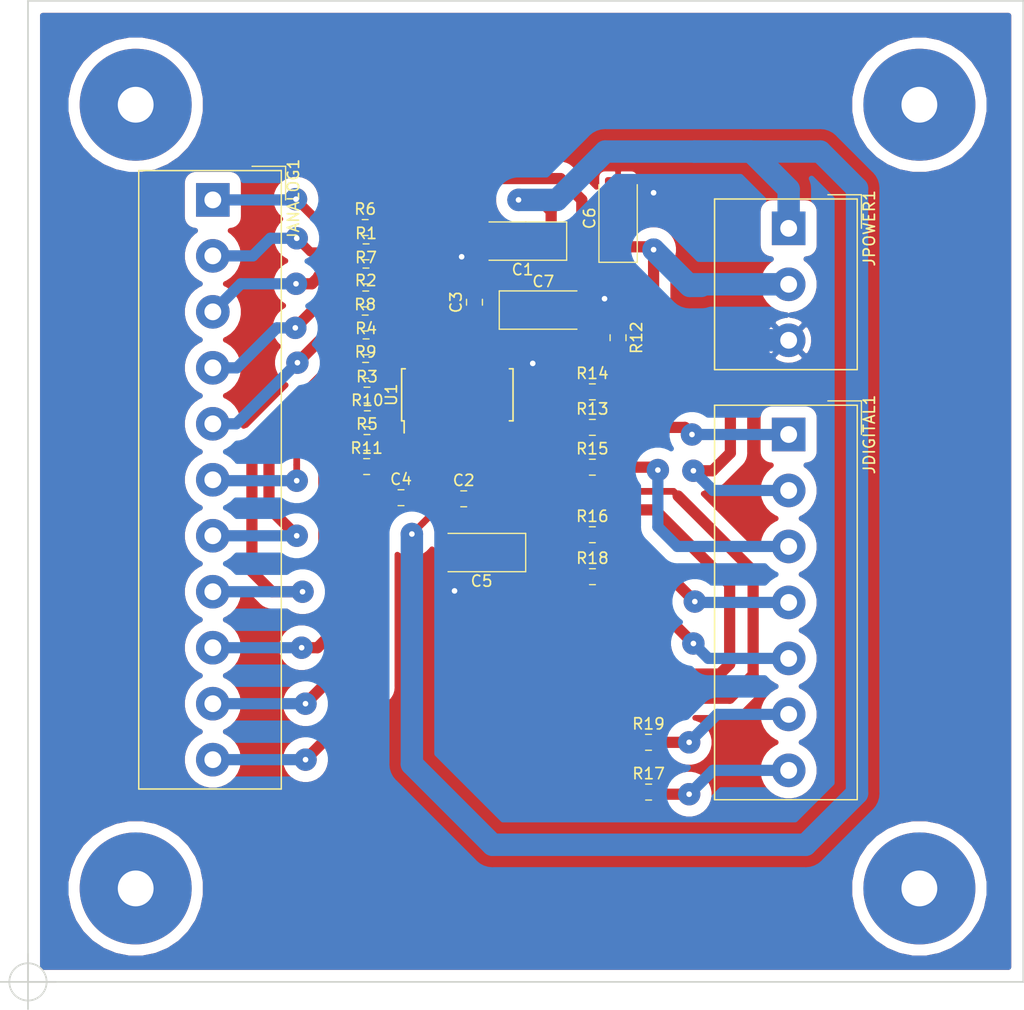
<source format=kicad_pcb>
(kicad_pcb (version 20171130) (host pcbnew 5.1.5+dfsg1-2build2)

  (general
    (thickness 1.6)
    (drawings 16)
    (tracks 359)
    (zones 0)
    (modules 30)
    (nets 44)
  )

  (page A4)
  (layers
    (0 F.Cu signal)
    (31 B.Cu signal hide)
    (32 B.Adhes user)
    (33 F.Adhes user)
    (34 B.Paste user)
    (35 F.Paste user)
    (36 B.SilkS user)
    (37 F.SilkS user)
    (38 B.Mask user)
    (39 F.Mask user)
    (40 Dwgs.User user)
    (41 Cmts.User user)
    (42 Eco1.User user)
    (43 Eco2.User user)
    (44 Edge.Cuts user)
    (45 Margin user)
    (46 B.CrtYd user)
    (47 F.CrtYd user)
    (48 B.Fab user)
    (49 F.Fab user)
  )

  (setup
    (last_trace_width 1)
    (user_trace_width 0.2)
    (user_trace_width 0.4)
    (user_trace_width 0.6)
    (user_trace_width 0.8)
    (user_trace_width 1)
    (user_trace_width 2)
    (trace_clearance 0.2)
    (zone_clearance 1)
    (zone_45_only no)
    (trace_min 0.2)
    (via_size 1.2)
    (via_drill 0.5)
    (via_min_size 0.4)
    (via_min_drill 0.3)
    (user_via 1.6 0.5)
    (user_via 2 0.5)
    (user_via 10 3.2)
    (uvia_size 0.3)
    (uvia_drill 0.1)
    (uvias_allowed no)
    (uvia_min_size 0.2)
    (uvia_min_drill 0.1)
    (edge_width 0.15)
    (segment_width 0.2)
    (pcb_text_width 0.3)
    (pcb_text_size 1.5 1.5)
    (mod_edge_width 0.15)
    (mod_text_size 1 1)
    (mod_text_width 0.15)
    (pad_size 1.524 1.524)
    (pad_drill 0.762)
    (pad_to_mask_clearance 0.2)
    (aux_axis_origin 30.38 168.35)
    (grid_origin 30.38 168.35)
    (visible_elements FFFFFF7F)
    (pcbplotparams
      (layerselection 0x00030_80000001)
      (usegerberextensions false)
      (usegerberattributes false)
      (usegerberadvancedattributes false)
      (creategerberjobfile false)
      (excludeedgelayer true)
      (linewidth 0.100000)
      (plotframeref false)
      (viasonmask false)
      (mode 1)
      (useauxorigin false)
      (hpglpennumber 1)
      (hpglpenspeed 20)
      (hpglpendiameter 15.000000)
      (psnegative false)
      (psa4output false)
      (plotreference true)
      (plotvalue true)
      (plotinvisibletext false)
      (padsonsilk false)
      (subtractmaskfromsilk false)
      (outputformat 1)
      (mirror false)
      (drillshape 1)
      (scaleselection 1)
      (outputdirectory ""))
  )

  (net 0 "")
  (net 1 +5V)
  (net 2 GND)
  (net 3 +3V3)
  (net 4 "Net-(C4-Pad1)")
  (net 5 "Net-(C4-Pad2)")
  (net 6 "Net-(C5-Pad1)")
  (net 7 "Net-(C7-Pad1)")
  (net 8 /AIN7)
  (net 9 /AIN6)
  (net 10 /AIN8)
  (net 11 /AIN9)
  (net 12 /AIN_GND)
  (net 13 /AIN4)
  (net 14 /AIN5)
  (net 15 /AIN3)
  (net 16 /AIN2)
  (net 17 /AIN0)
  (net 18 /AIN1)
  (net 19 "Net-(R1-Pad2)")
  (net 20 "Net-(R2-Pad2)")
  (net 21 "Net-(R3-Pad2)")
  (net 22 "Net-(R4-Pad2)")
  (net 23 "Net-(R5-Pad2)")
  (net 24 "Net-(R6-Pad2)")
  (net 25 "Net-(R7-Pad2)")
  (net 26 "Net-(R8-Pad2)")
  (net 27 "Net-(R9-Pad2)")
  (net 28 "Net-(R10-Pad2)")
  (net 29 "Net-(R11-Pad2)")
  (net 30 "Net-(R12-Pad2)")
  (net 31 "Net-(R13-Pad1)")
  (net 32 "Net-(R15-Pad1)")
  (net 33 "Net-(R16-Pad1)")
  (net 34 "Net-(R17-Pad1)")
  (net 35 "Net-(R18-Pad1)")
  (net 36 "Net-(R19-Pad1)")
  (net 37 /START)
  (net 38 /RESET)
  (net 39 /CS)
  (net 40 /DIN)
  (net 41 /DOUT)
  (net 42 /SCLK)
  (net 43 /DRDY)

  (net_class Default "This is the default net class."
    (clearance 0.2)
    (trace_width 0.25)
    (via_dia 1.2)
    (via_drill 0.5)
    (uvia_dia 0.3)
    (uvia_drill 0.1)
    (add_net +3V3)
    (add_net +5V)
    (add_net /AIN0)
    (add_net /AIN1)
    (add_net /AIN2)
    (add_net /AIN3)
    (add_net /AIN4)
    (add_net /AIN5)
    (add_net /AIN6)
    (add_net /AIN7)
    (add_net /AIN8)
    (add_net /AIN9)
    (add_net /AIN_GND)
    (add_net /CS)
    (add_net /DIN)
    (add_net /DOUT)
    (add_net /DRDY)
    (add_net /RESET)
    (add_net /SCLK)
    (add_net /START)
    (add_net GND)
    (add_net "Net-(C4-Pad1)")
    (add_net "Net-(C4-Pad2)")
    (add_net "Net-(C5-Pad1)")
    (add_net "Net-(C7-Pad1)")
    (add_net "Net-(R1-Pad2)")
    (add_net "Net-(R10-Pad2)")
    (add_net "Net-(R11-Pad2)")
    (add_net "Net-(R12-Pad2)")
    (add_net "Net-(R13-Pad1)")
    (add_net "Net-(R15-Pad1)")
    (add_net "Net-(R16-Pad1)")
    (add_net "Net-(R17-Pad1)")
    (add_net "Net-(R18-Pad1)")
    (add_net "Net-(R19-Pad1)")
    (add_net "Net-(R2-Pad2)")
    (add_net "Net-(R3-Pad2)")
    (add_net "Net-(R4-Pad2)")
    (add_net "Net-(R5-Pad2)")
    (add_net "Net-(R6-Pad2)")
    (add_net "Net-(R7-Pad2)")
    (add_net "Net-(R8-Pad2)")
    (add_net "Net-(R9-Pad2)")
  )

  (net_class "tssop pista" ""
    (clearance 0.2)
    (trace_width 0.5)
    (via_dia 1.2)
    (via_drill 0.5)
    (uvia_dia 0.3)
    (uvia_drill 0.1)
  )

  (module TerminalBlock_Altech:Altech_AK300_1x07_P5.00mm_45-Degree (layer F.Cu) (tedit 5C27907F) (tstamp 606B1D2B)
    (at 98.325 119.455 270)
    (descr "Altech AK300 serie terminal block (Script generated with StandardBox.py) (http://www.altechcorp.com/PDFS/PCBMETRC.PDF)")
    (tags "Altech AK300 serie connector")
    (path /606E3677)
    (fp_text reference JDIGITAL1 (at 0 -7.2 90) (layer F.SilkS)
      (effects (font (size 1 1) (thickness 0.15)))
    )
    (fp_text value Conn_01x07 (at 15 7.5 90) (layer F.Fab)
      (effects (font (size 1 1) (thickness 0.15)))
    )
    (fp_line (start -2 -6) (end 32.5 -6) (layer F.Fab) (width 0.1))
    (fp_line (start 32.5 -6) (end 32.5 6.5) (layer F.Fab) (width 0.1))
    (fp_line (start 32.5 6.5) (end -2.5 6.5) (layer F.Fab) (width 0.1))
    (fp_line (start -2.5 6.5) (end -2.5 -5.5) (layer F.Fab) (width 0.1))
    (fp_line (start -2.5 -5.5) (end -2 -6) (layer F.Fab) (width 0.1))
    (fp_line (start -3 -3.5) (end -3 -6.5) (layer F.SilkS) (width 0.12))
    (fp_line (start -3 -6.5) (end 0 -6.5) (layer F.SilkS) (width 0.12))
    (fp_line (start -2.62 -6.12) (end 32.62 -6.12) (layer F.SilkS) (width 0.12))
    (fp_line (start 32.62 -6.12) (end 32.62 6.62) (layer F.SilkS) (width 0.12))
    (fp_line (start -2.62 6.62) (end 32.62 6.62) (layer F.SilkS) (width 0.12))
    (fp_line (start -2.62 -6.12) (end -2.62 6.62) (layer F.SilkS) (width 0.12))
    (fp_line (start -2.62 -6.12) (end 32.62 -6.12) (layer F.SilkS) (width 0.12))
    (fp_line (start 32.62 -6.12) (end 32.62 6.62) (layer F.SilkS) (width 0.12))
    (fp_line (start -2.62 6.62) (end 32.62 6.62) (layer F.SilkS) (width 0.12))
    (fp_line (start -2.62 -6.12) (end -2.62 6.62) (layer F.SilkS) (width 0.12))
    (fp_line (start -2.75 -6.25) (end 32.75 -6.25) (layer F.CrtYd) (width 0.05))
    (fp_line (start 32.75 -6.25) (end 32.75 6.75) (layer F.CrtYd) (width 0.05))
    (fp_line (start -2.75 6.75) (end 32.75 6.75) (layer F.CrtYd) (width 0.05))
    (fp_line (start -2.75 -6.25) (end -2.75 6.75) (layer F.CrtYd) (width 0.05))
    (fp_text user %R (at 15 0.25 90) (layer F.Fab)
      (effects (font (size 1 1) (thickness 0.15)))
    )
    (pad 1 thru_hole rect (at 0 0 270) (size 3 3) (drill 1.5) (layers *.Cu *.Mask)
      (net 37 /START))
    (pad 2 thru_hole circle (at 5 0 270) (size 3 3) (drill 1.5) (layers *.Cu *.Mask)
      (net 38 /RESET))
    (pad 3 thru_hole circle (at 10 0 270) (size 3 3) (drill 1.5) (layers *.Cu *.Mask)
      (net 39 /CS))
    (pad 4 thru_hole circle (at 15 0 270) (size 3 3) (drill 1.5) (layers *.Cu *.Mask)
      (net 40 /DIN))
    (pad 5 thru_hole circle (at 20 0 270) (size 3 3) (drill 1.5) (layers *.Cu *.Mask)
      (net 42 /SCLK))
    (pad 6 thru_hole circle (at 25 0 270) (size 3 3) (drill 1.5) (layers *.Cu *.Mask)
      (net 43 /DRDY))
    (pad 7 thru_hole circle (at 30 0 270) (size 3 3) (drill 1.5) (layers *.Cu *.Mask)
      (net 41 /DOUT))
    (model ${KISYS3DMOD}/TerminalBlock_Altech.3dshapes/Altech_AK300_1x07_P5.00mm_45-Degree.wrl
      (at (xyz 0 0 0))
      (scale (xyz 1 1 1))
      (rotate (xyz 0 0 0))
    )
  )

  (module TerminalBlock_Altech:Altech_AK300_1x03_P5.00mm_45-Degree (layer F.Cu) (tedit 5C27907F) (tstamp 606B31E1)
    (at 98.325 101.04 270)
    (descr "Altech AK300 serie terminal block (Script generated with StandardBox.py) (http://www.altechcorp.com/PDFS/PCBMETRC.PDF)")
    (tags "Altech AK300 serie connector")
    (path /606BC5F1)
    (fp_text reference JPOWER1 (at 0 -7.2 90) (layer F.SilkS)
      (effects (font (size 1 1) (thickness 0.15)))
    )
    (fp_text value Conn_01x03 (at 5 7.5 90) (layer F.Fab)
      (effects (font (size 1 1) (thickness 0.15)))
    )
    (fp_line (start -2 -6) (end 12.5 -6) (layer F.Fab) (width 0.1))
    (fp_line (start 12.5 -6) (end 12.5 6.5) (layer F.Fab) (width 0.1))
    (fp_line (start 12.5 6.5) (end -2.5 6.5) (layer F.Fab) (width 0.1))
    (fp_line (start -2.5 6.5) (end -2.5 -5.5) (layer F.Fab) (width 0.1))
    (fp_line (start -2.5 -5.5) (end -2 -6) (layer F.Fab) (width 0.1))
    (fp_line (start -3 -3.5) (end -3 -6.5) (layer F.SilkS) (width 0.12))
    (fp_line (start -3 -6.5) (end 0 -6.5) (layer F.SilkS) (width 0.12))
    (fp_line (start -2.62 -6.12) (end 12.62 -6.12) (layer F.SilkS) (width 0.12))
    (fp_line (start 12.62 -6.12) (end 12.62 6.62) (layer F.SilkS) (width 0.12))
    (fp_line (start -2.62 6.62) (end 12.62 6.62) (layer F.SilkS) (width 0.12))
    (fp_line (start -2.62 -6.12) (end -2.62 6.62) (layer F.SilkS) (width 0.12))
    (fp_line (start -2.62 -6.12) (end 12.62 -6.12) (layer F.SilkS) (width 0.12))
    (fp_line (start 12.62 -6.12) (end 12.62 6.62) (layer F.SilkS) (width 0.12))
    (fp_line (start -2.62 6.62) (end 12.62 6.62) (layer F.SilkS) (width 0.12))
    (fp_line (start -2.62 -6.12) (end -2.62 6.62) (layer F.SilkS) (width 0.12))
    (fp_line (start -2.75 -6.25) (end 12.75 -6.25) (layer F.CrtYd) (width 0.05))
    (fp_line (start 12.75 -6.25) (end 12.75 6.75) (layer F.CrtYd) (width 0.05))
    (fp_line (start -2.75 6.75) (end 12.75 6.75) (layer F.CrtYd) (width 0.05))
    (fp_line (start -2.75 -6.25) (end -2.75 6.75) (layer F.CrtYd) (width 0.05))
    (fp_text user %R (at 5 0.25 90) (layer F.Fab)
      (effects (font (size 1 1) (thickness 0.15)))
    )
    (pad 1 thru_hole rect (at 0 0 270) (size 3 3) (drill 1.5) (layers *.Cu *.Mask)
      (net 1 +5V))
    (pad 2 thru_hole circle (at 5 0 270) (size 3 3) (drill 1.5) (layers *.Cu *.Mask)
      (net 3 +3V3))
    (pad 3 thru_hole circle (at 10 0 270) (size 3 3) (drill 1.5) (layers *.Cu *.Mask)
      (net 2 GND))
    (model ${KISYS3DMOD}/TerminalBlock_Altech.3dshapes/Altech_AK300_1x03_P5.00mm_45-Degree.wrl
      (at (xyz 0 0 0))
      (scale (xyz 1 1 1))
      (rotate (xyz 0 0 0))
    )
  )

  (module Resistor_SMD:R_0805_2012Metric_Pad1.15x1.40mm_HandSolder (layer F.Cu) (tedit 5B36C52B) (tstamp 606B2EA6)
    (at 80.79 118.82)
    (descr "Resistor SMD 0805 (2012 Metric), square (rectangular) end terminal, IPC_7351 nominal with elongated pad for handsoldering. (Body size source: https://docs.google.com/spreadsheets/d/1BsfQQcO9C6DZCsRaXUlFlo91Tg2WpOkGARC1WS5S8t0/edit?usp=sharing), generated with kicad-footprint-generator")
    (tags "resistor handsolder")
    (path /5AB2722E)
    (attr smd)
    (fp_text reference R13 (at 0 -1.65) (layer F.SilkS)
      (effects (font (size 1 1) (thickness 0.15)))
    )
    (fp_text value 47 (at 0 1.65) (layer F.Fab)
      (effects (font (size 1 1) (thickness 0.15)))
    )
    (fp_line (start -1 0.6) (end -1 -0.6) (layer F.Fab) (width 0.1))
    (fp_line (start -1 -0.6) (end 1 -0.6) (layer F.Fab) (width 0.1))
    (fp_line (start 1 -0.6) (end 1 0.6) (layer F.Fab) (width 0.1))
    (fp_line (start 1 0.6) (end -1 0.6) (layer F.Fab) (width 0.1))
    (fp_line (start -0.261252 -0.71) (end 0.261252 -0.71) (layer F.SilkS) (width 0.12))
    (fp_line (start -0.261252 0.71) (end 0.261252 0.71) (layer F.SilkS) (width 0.12))
    (fp_line (start -1.85 0.95) (end -1.85 -0.95) (layer F.CrtYd) (width 0.05))
    (fp_line (start -1.85 -0.95) (end 1.85 -0.95) (layer F.CrtYd) (width 0.05))
    (fp_line (start 1.85 -0.95) (end 1.85 0.95) (layer F.CrtYd) (width 0.05))
    (fp_line (start 1.85 0.95) (end -1.85 0.95) (layer F.CrtYd) (width 0.05))
    (fp_text user %R (at 0 0) (layer F.Fab)
      (effects (font (size 0.5 0.5) (thickness 0.08)))
    )
    (pad 1 smd roundrect (at -1.025 0) (size 1.15 1.4) (layers F.Cu F.Paste F.Mask) (roundrect_rratio 0.217391)
      (net 31 "Net-(R13-Pad1)"))
    (pad 2 smd roundrect (at 1.025 0) (size 1.15 1.4) (layers F.Cu F.Paste F.Mask) (roundrect_rratio 0.217391)
      (net 37 /START))
    (model ${KISYS3DMOD}/Resistor_SMD.3dshapes/R_0805_2012Metric.wrl
      (at (xyz 0 0 0))
      (scale (xyz 1 1 1))
      (rotate (xyz 0 0 0))
    )
  )

  (module Package_SO:TSSOP-28_4.4x9.7mm_P0.65mm (layer F.Cu) (tedit 5A02F25C) (tstamp 606B2889)
    (at 68.73 115.91 90)
    (descr "TSSOP28: plastic thin shrink small outline package; 28 leads; body width 4.4 mm; (see NXP SSOP-TSSOP-VSO-REFLOW.pdf and sot361-1_po.pdf)")
    (tags "SSOP 0.65")
    (path /5AB25B51)
    (attr smd)
    (fp_text reference U1 (at 0 -5.9 90) (layer F.SilkS)
      (effects (font (size 1 1) (thickness 0.15)))
    )
    (fp_text value ADS1262 (at 0 5.9 90) (layer F.Fab)
      (effects (font (size 1 1) (thickness 0.15)))
    )
    (fp_line (start -1.2 -4.85) (end 2.2 -4.85) (layer F.Fab) (width 0.15))
    (fp_line (start 2.2 -4.85) (end 2.2 4.85) (layer F.Fab) (width 0.15))
    (fp_line (start 2.2 4.85) (end -2.2 4.85) (layer F.Fab) (width 0.15))
    (fp_line (start -2.2 4.85) (end -2.2 -3.85) (layer F.Fab) (width 0.15))
    (fp_line (start -2.2 -3.85) (end -1.2 -4.85) (layer F.Fab) (width 0.15))
    (fp_line (start -3.65 -5.15) (end -3.65 5.15) (layer F.CrtYd) (width 0.05))
    (fp_line (start 3.65 -5.15) (end 3.65 5.15) (layer F.CrtYd) (width 0.05))
    (fp_line (start -3.65 -5.15) (end 3.65 -5.15) (layer F.CrtYd) (width 0.05))
    (fp_line (start -3.65 5.15) (end 3.65 5.15) (layer F.CrtYd) (width 0.05))
    (fp_line (start -2.325 -4.975) (end -2.325 -4.75) (layer F.SilkS) (width 0.15))
    (fp_line (start 2.325 -4.975) (end 2.325 -4.65) (layer F.SilkS) (width 0.15))
    (fp_line (start 2.325 4.975) (end 2.325 4.65) (layer F.SilkS) (width 0.15))
    (fp_line (start -2.325 4.975) (end -2.325 4.65) (layer F.SilkS) (width 0.15))
    (fp_line (start -2.325 -4.975) (end 2.325 -4.975) (layer F.SilkS) (width 0.15))
    (fp_line (start -2.325 4.975) (end 2.325 4.975) (layer F.SilkS) (width 0.15))
    (fp_line (start -2.325 -4.75) (end -3.4 -4.75) (layer F.SilkS) (width 0.15))
    (fp_text user %R (at 0 0 90) (layer F.Fab)
      (effects (font (size 0.8 0.8) (thickness 0.15)))
    )
    (pad 1 smd rect (at -2.85 -4.225 90) (size 1.1 0.4) (layers F.Cu F.Paste F.Mask)
      (net 28 "Net-(R10-Pad2)"))
    (pad 2 smd rect (at -2.85 -3.575 90) (size 1.1 0.4) (layers F.Cu F.Paste F.Mask)
      (net 23 "Net-(R5-Pad2)"))
    (pad 3 smd rect (at -2.85 -2.925 90) (size 1.1 0.4) (layers F.Cu F.Paste F.Mask)
      (net 29 "Net-(R11-Pad2)"))
    (pad 4 smd rect (at -2.85 -2.275 90) (size 1.1 0.4) (layers F.Cu F.Paste F.Mask)
      (net 4 "Net-(C4-Pad1)"))
    (pad 5 smd rect (at -2.85 -1.625 90) (size 1.1 0.4) (layers F.Cu F.Paste F.Mask)
      (net 5 "Net-(C4-Pad2)"))
    (pad 6 smd rect (at -2.85 -0.975 90) (size 1.1 0.4) (layers F.Cu F.Paste F.Mask)
      (net 1 +5V))
    (pad 7 smd rect (at -2.85 -0.325 90) (size 1.1 0.4) (layers F.Cu F.Paste F.Mask)
      (net 2 GND))
    (pad 8 smd rect (at -2.85 0.325 90) (size 1.1 0.4) (layers F.Cu F.Paste F.Mask)
      (net 6 "Net-(C5-Pad1)"))
    (pad 9 smd rect (at -2.85 0.975 90) (size 1.1 0.4) (layers F.Cu F.Paste F.Mask)
      (net 31 "Net-(R13-Pad1)"))
    (pad 10 smd rect (at -2.85 1.625 90) (size 1.1 0.4) (layers F.Cu F.Paste F.Mask)
      (net 32 "Net-(R15-Pad1)"))
    (pad 11 smd rect (at -2.85 2.275 90) (size 1.1 0.4) (layers F.Cu F.Paste F.Mask)
      (net 35 "Net-(R18-Pad1)"))
    (pad 12 smd rect (at -2.85 2.925 90) (size 1.1 0.4) (layers F.Cu F.Paste F.Mask)
      (net 33 "Net-(R16-Pad1)"))
    (pad 13 smd rect (at -2.85 3.575 90) (size 1.1 0.4) (layers F.Cu F.Paste F.Mask)
      (net 34 "Net-(R17-Pad1)"))
    (pad 14 smd rect (at -2.85 4.225 90) (size 1.1 0.4) (layers F.Cu F.Paste F.Mask)
      (net 36 "Net-(R19-Pad1)"))
    (pad 15 smd rect (at 2.85 4.225 90) (size 1.1 0.4) (layers F.Cu F.Paste F.Mask)
      (net 2 GND))
    (pad 16 smd rect (at 2.85 3.575 90) (size 1.1 0.4) (layers F.Cu F.Paste F.Mask))
    (pad 17 smd rect (at 2.85 2.925 90) (size 1.1 0.4) (layers F.Cu F.Paste F.Mask)
      (net 7 "Net-(C7-Pad1)"))
    (pad 18 smd rect (at 2.85 2.275 90) (size 1.1 0.4) (layers F.Cu F.Paste F.Mask)
      (net 2 GND))
    (pad 19 smd rect (at 2.85 1.625 90) (size 1.1 0.4) (layers F.Cu F.Paste F.Mask)
      (net 3 +3V3))
    (pad 20 smd rect (at 2.85 0.975 90) (size 1.1 0.4) (layers F.Cu F.Paste F.Mask)
      (net 30 "Net-(R12-Pad2)"))
    (pad 21 smd rect (at 2.85 0.325 90) (size 1.1 0.4) (layers F.Cu F.Paste F.Mask)
      (net 24 "Net-(R6-Pad2)"))
    (pad 22 smd rect (at 2.85 -0.325 90) (size 1.1 0.4) (layers F.Cu F.Paste F.Mask)
      (net 19 "Net-(R1-Pad2)"))
    (pad 23 smd rect (at 2.85 -0.975 90) (size 1.1 0.4) (layers F.Cu F.Paste F.Mask)
      (net 25 "Net-(R7-Pad2)"))
    (pad 24 smd rect (at 2.85 -1.625 90) (size 1.1 0.4) (layers F.Cu F.Paste F.Mask)
      (net 20 "Net-(R2-Pad2)"))
    (pad 25 smd rect (at 2.85 -2.275 90) (size 1.1 0.4) (layers F.Cu F.Paste F.Mask)
      (net 26 "Net-(R8-Pad2)"))
    (pad 26 smd rect (at 2.85 -2.925 90) (size 1.1 0.4) (layers F.Cu F.Paste F.Mask)
      (net 21 "Net-(R3-Pad2)"))
    (pad 27 smd rect (at 2.85 -3.575 90) (size 1.1 0.4) (layers F.Cu F.Paste F.Mask)
      (net 27 "Net-(R9-Pad2)"))
    (pad 28 smd rect (at 2.85 -4.225 90) (size 1.1 0.4) (layers F.Cu F.Paste F.Mask)
      (net 22 "Net-(R4-Pad2)"))
    (model ${KISYS3DMOD}/Package_SO.3dshapes/TSSOP-28_4.4x9.7mm_P0.65mm.wrl
      (at (xyz 0 0 0))
      (scale (xyz 1 1 1))
      (rotate (xyz 0 0 0))
    )
  )

  (module Capacitor_SMD:C_0805_2012Metric_Pad1.15x1.40mm_HandSolder (layer F.Cu) (tedit 5B36C52B) (tstamp 606B3098)
    (at 70.26 107.64 90)
    (descr "Capacitor SMD 0805 (2012 Metric), square (rectangular) end terminal, IPC_7351 nominal with elongated pad for handsoldering. (Body size source: https://docs.google.com/spreadsheets/d/1BsfQQcO9C6DZCsRaXUlFlo91Tg2WpOkGARC1WS5S8t0/edit?usp=sharing), generated with kicad-footprint-generator")
    (tags "capacitor handsolder")
    (path /5AB25D5D)
    (attr smd)
    (fp_text reference C3 (at 0 -1.65 90) (layer F.SilkS)
      (effects (font (size 1 1) (thickness 0.15)))
    )
    (fp_text value 100nF (at 0 1.65 90) (layer F.Fab)
      (effects (font (size 1 1) (thickness 0.15)))
    )
    (fp_text user %R (at 0 0 90) (layer F.Fab)
      (effects (font (size 0.5 0.5) (thickness 0.08)))
    )
    (fp_line (start 1.85 0.95) (end -1.85 0.95) (layer F.CrtYd) (width 0.05))
    (fp_line (start 1.85 -0.95) (end 1.85 0.95) (layer F.CrtYd) (width 0.05))
    (fp_line (start -1.85 -0.95) (end 1.85 -0.95) (layer F.CrtYd) (width 0.05))
    (fp_line (start -1.85 0.95) (end -1.85 -0.95) (layer F.CrtYd) (width 0.05))
    (fp_line (start -0.261252 0.71) (end 0.261252 0.71) (layer F.SilkS) (width 0.12))
    (fp_line (start -0.261252 -0.71) (end 0.261252 -0.71) (layer F.SilkS) (width 0.12))
    (fp_line (start 1 0.6) (end -1 0.6) (layer F.Fab) (width 0.1))
    (fp_line (start 1 -0.6) (end 1 0.6) (layer F.Fab) (width 0.1))
    (fp_line (start -1 -0.6) (end 1 -0.6) (layer F.Fab) (width 0.1))
    (fp_line (start -1 0.6) (end -1 -0.6) (layer F.Fab) (width 0.1))
    (pad 2 smd roundrect (at 1.025 0 90) (size 1.15 1.4) (layers F.Cu F.Paste F.Mask) (roundrect_rratio 0.217391)
      (net 2 GND))
    (pad 1 smd roundrect (at -1.025 0 90) (size 1.15 1.4) (layers F.Cu F.Paste F.Mask) (roundrect_rratio 0.217391)
      (net 3 +3V3))
    (model ${KISYS3DMOD}/Capacitor_SMD.3dshapes/C_0805_2012Metric.wrl
      (at (xyz 0 0 0))
      (scale (xyz 1 1 1))
      (rotate (xyz 0 0 0))
    )
  )

  (module TerminalBlock_Altech:Altech_AK300_1x11_P5.00mm_45-Degree (layer F.Cu) (tedit 5C27907F) (tstamp 606B1D0C)
    (at 46.89 98.5 270)
    (descr "Altech AK300 serie terminal block (Script generated with StandardBox.py) (http://www.altechcorp.com/PDFS/PCBMETRC.PDF)")
    (tags "Altech AK300 serie connector")
    (path /606DF66F)
    (fp_text reference JANALOG1 (at 0 -7.2 90) (layer F.SilkS)
      (effects (font (size 1 1) (thickness 0.15)))
    )
    (fp_text value Conn_01x11 (at 25 7.5 90) (layer F.Fab)
      (effects (font (size 1 1) (thickness 0.15)))
    )
    (fp_line (start -2 -6) (end 52.5 -6) (layer F.Fab) (width 0.1))
    (fp_line (start 52.5 -6) (end 52.5 6.5) (layer F.Fab) (width 0.1))
    (fp_line (start 52.5 6.5) (end -2.5 6.5) (layer F.Fab) (width 0.1))
    (fp_line (start -2.5 6.5) (end -2.5 -5.5) (layer F.Fab) (width 0.1))
    (fp_line (start -2.5 -5.5) (end -2 -6) (layer F.Fab) (width 0.1))
    (fp_line (start -3 -3.5) (end -3 -6.5) (layer F.SilkS) (width 0.12))
    (fp_line (start -3 -6.5) (end 0 -6.5) (layer F.SilkS) (width 0.12))
    (fp_line (start -2.62 -6.12) (end 52.62 -6.12) (layer F.SilkS) (width 0.12))
    (fp_line (start 52.62 -6.12) (end 52.62 6.62) (layer F.SilkS) (width 0.12))
    (fp_line (start -2.62 6.62) (end 52.62 6.62) (layer F.SilkS) (width 0.12))
    (fp_line (start -2.62 -6.12) (end -2.62 6.62) (layer F.SilkS) (width 0.12))
    (fp_line (start -2.62 -6.12) (end 52.62 -6.12) (layer F.SilkS) (width 0.12))
    (fp_line (start 52.62 -6.12) (end 52.62 6.62) (layer F.SilkS) (width 0.12))
    (fp_line (start -2.62 6.62) (end 52.62 6.62) (layer F.SilkS) (width 0.12))
    (fp_line (start -2.62 -6.12) (end -2.62 6.62) (layer F.SilkS) (width 0.12))
    (fp_line (start -2.75 -6.25) (end 52.75 -6.25) (layer F.CrtYd) (width 0.05))
    (fp_line (start 52.75 -6.25) (end 52.75 6.75) (layer F.CrtYd) (width 0.05))
    (fp_line (start -2.75 6.75) (end 52.75 6.75) (layer F.CrtYd) (width 0.05))
    (fp_line (start -2.75 -6.25) (end -2.75 6.75) (layer F.CrtYd) (width 0.05))
    (fp_text user %R (at 25 0.25 90) (layer F.Fab)
      (effects (font (size 1 1) (thickness 0.15)))
    )
    (pad 1 thru_hole rect (at 0 0 270) (size 3 3) (drill 1.5) (layers *.Cu *.Mask)
      (net 17 /AIN0))
    (pad 2 thru_hole circle (at 5 0 270) (size 3 3) (drill 1.5) (layers *.Cu *.Mask)
      (net 18 /AIN1))
    (pad 3 thru_hole circle (at 10 0 270) (size 3 3) (drill 1.5) (layers *.Cu *.Mask)
      (net 16 /AIN2))
    (pad 4 thru_hole circle (at 15 0 270) (size 3 3) (drill 1.5) (layers *.Cu *.Mask)
      (net 15 /AIN3))
    (pad 5 thru_hole circle (at 20 0 270) (size 3 3) (drill 1.5) (layers *.Cu *.Mask)
      (net 13 /AIN4))
    (pad 6 thru_hole circle (at 25 0 270) (size 3 3) (drill 1.5) (layers *.Cu *.Mask)
      (net 14 /AIN5))
    (pad 7 thru_hole circle (at 30 0 270) (size 3 3) (drill 1.5) (layers *.Cu *.Mask)
      (net 9 /AIN6))
    (pad 8 thru_hole circle (at 35 0 270) (size 3 3) (drill 1.5) (layers *.Cu *.Mask)
      (net 8 /AIN7))
    (pad 9 thru_hole circle (at 40 0 270) (size 3 3) (drill 1.5) (layers *.Cu *.Mask)
      (net 10 /AIN8))
    (pad 10 thru_hole circle (at 45 0 270) (size 3 3) (drill 1.5) (layers *.Cu *.Mask)
      (net 11 /AIN9))
    (pad 11 thru_hole circle (at 50 0 270) (size 3 3) (drill 1.5) (layers *.Cu *.Mask)
      (net 12 /AIN_GND))
    (model ${KISYS3DMOD}/TerminalBlock_Altech.3dshapes/Altech_AK300_1x11_P5.00mm_45-Degree.wrl
      (at (xyz 0 0 0))
      (scale (xyz 1 1 1))
      (rotate (xyz 0 0 0))
    )
  )

  (module Capacitor_Tantalum_SMD:CP_EIA-6032-28_Kemet-C_Pad2.25x2.35mm_HandSolder (layer F.Cu) (tedit 5B301BBE) (tstamp 606B3101)
    (at 74.56 102.18 180)
    (descr "Tantalum Capacitor SMD Kemet-C (6032-28 Metric), IPC_7351 nominal, (Body size from: http://www.kemet.com/Lists/ProductCatalog/Attachments/253/KEM_TC101_STD.pdf), generated with kicad-footprint-generator")
    (tags "capacitor tantalum")
    (path /5AB25D7D)
    (attr smd)
    (fp_text reference C1 (at 0 -2.55) (layer F.SilkS)
      (effects (font (size 1 1) (thickness 0.15)))
    )
    (fp_text value 10uF (at 0 2.55) (layer F.Fab)
      (effects (font (size 1 1) (thickness 0.15)))
    )
    (fp_text user %R (at 0 0) (layer F.Fab)
      (effects (font (size 1 1) (thickness 0.15)))
    )
    (fp_line (start 3.92 1.85) (end -3.92 1.85) (layer F.CrtYd) (width 0.05))
    (fp_line (start 3.92 -1.85) (end 3.92 1.85) (layer F.CrtYd) (width 0.05))
    (fp_line (start -3.92 -1.85) (end 3.92 -1.85) (layer F.CrtYd) (width 0.05))
    (fp_line (start -3.92 1.85) (end -3.92 -1.85) (layer F.CrtYd) (width 0.05))
    (fp_line (start -3.935 1.71) (end 3 1.71) (layer F.SilkS) (width 0.12))
    (fp_line (start -3.935 -1.71) (end -3.935 1.71) (layer F.SilkS) (width 0.12))
    (fp_line (start 3 -1.71) (end -3.935 -1.71) (layer F.SilkS) (width 0.12))
    (fp_line (start 3 1.6) (end 3 -1.6) (layer F.Fab) (width 0.1))
    (fp_line (start -3 1.6) (end 3 1.6) (layer F.Fab) (width 0.1))
    (fp_line (start -3 -0.8) (end -3 1.6) (layer F.Fab) (width 0.1))
    (fp_line (start -2.2 -1.6) (end -3 -0.8) (layer F.Fab) (width 0.1))
    (fp_line (start 3 -1.6) (end -2.2 -1.6) (layer F.Fab) (width 0.1))
    (pad 2 smd roundrect (at 2.55 0 180) (size 2.25 2.35) (layers F.Cu F.Paste F.Mask) (roundrect_rratio 0.111111)
      (net 2 GND))
    (pad 1 smd roundrect (at -2.55 0 180) (size 2.25 2.35) (layers F.Cu F.Paste F.Mask) (roundrect_rratio 0.111111)
      (net 1 +5V))
    (model ${KISYS3DMOD}/Capacitor_Tantalum_SMD.3dshapes/CP_EIA-6032-28_Kemet-C.wrl
      (at (xyz 0 0 0))
      (scale (xyz 1 1 1))
      (rotate (xyz 0 0 0))
    )
  )

  (module Capacitor_SMD:C_0805_2012Metric_Pad1.15x1.40mm_HandSolder (layer F.Cu) (tedit 5B36C52B) (tstamp 606B29BC)
    (at 69.3 125.2)
    (descr "Capacitor SMD 0805 (2012 Metric), square (rectangular) end terminal, IPC_7351 nominal with elongated pad for handsoldering. (Body size source: https://docs.google.com/spreadsheets/d/1BsfQQcO9C6DZCsRaXUlFlo91Tg2WpOkGARC1WS5S8t0/edit?usp=sharing), generated with kicad-footprint-generator")
    (tags "capacitor handsolder")
    (path /5AB25D1A)
    (attr smd)
    (fp_text reference C2 (at 0 -1.65) (layer F.SilkS)
      (effects (font (size 1 1) (thickness 0.15)))
    )
    (fp_text value 100nF (at 0 1.65) (layer F.Fab)
      (effects (font (size 1 1) (thickness 0.15)))
    )
    (fp_line (start -1 0.6) (end -1 -0.6) (layer F.Fab) (width 0.1))
    (fp_line (start -1 -0.6) (end 1 -0.6) (layer F.Fab) (width 0.1))
    (fp_line (start 1 -0.6) (end 1 0.6) (layer F.Fab) (width 0.1))
    (fp_line (start 1 0.6) (end -1 0.6) (layer F.Fab) (width 0.1))
    (fp_line (start -0.261252 -0.71) (end 0.261252 -0.71) (layer F.SilkS) (width 0.12))
    (fp_line (start -0.261252 0.71) (end 0.261252 0.71) (layer F.SilkS) (width 0.12))
    (fp_line (start -1.85 0.95) (end -1.85 -0.95) (layer F.CrtYd) (width 0.05))
    (fp_line (start -1.85 -0.95) (end 1.85 -0.95) (layer F.CrtYd) (width 0.05))
    (fp_line (start 1.85 -0.95) (end 1.85 0.95) (layer F.CrtYd) (width 0.05))
    (fp_line (start 1.85 0.95) (end -1.85 0.95) (layer F.CrtYd) (width 0.05))
    (fp_text user %R (at 0 0) (layer F.Fab)
      (effects (font (size 0.5 0.5) (thickness 0.08)))
    )
    (pad 1 smd roundrect (at -1.025 0) (size 1.15 1.4) (layers F.Cu F.Paste F.Mask) (roundrect_rratio 0.217391)
      (net 1 +5V))
    (pad 2 smd roundrect (at 1.025 0) (size 1.15 1.4) (layers F.Cu F.Paste F.Mask) (roundrect_rratio 0.217391)
      (net 2 GND))
    (model ${KISYS3DMOD}/Capacitor_SMD.3dshapes/C_0805_2012Metric.wrl
      (at (xyz 0 0 0))
      (scale (xyz 1 1 1))
      (rotate (xyz 0 0 0))
    )
  )

  (module Capacitor_SMD:C_0805_2012Metric_Pad1.15x1.40mm_HandSolder (layer F.Cu) (tedit 5B36C52B) (tstamp 606B296B)
    (at 63.7 125.1)
    (descr "Capacitor SMD 0805 (2012 Metric), square (rectangular) end terminal, IPC_7351 nominal with elongated pad for handsoldering. (Body size source: https://docs.google.com/spreadsheets/d/1BsfQQcO9C6DZCsRaXUlFlo91Tg2WpOkGARC1WS5S8t0/edit?usp=sharing), generated with kicad-footprint-generator")
    (tags "capacitor handsolder")
    (path /5AB26D2F)
    (attr smd)
    (fp_text reference C4 (at 0 -1.65) (layer F.SilkS)
      (effects (font (size 1 1) (thickness 0.15)))
    )
    (fp_text value 4.7nF (at 0 1.65) (layer F.Fab)
      (effects (font (size 1 1) (thickness 0.15)))
    )
    (fp_line (start -1 0.6) (end -1 -0.6) (layer F.Fab) (width 0.1))
    (fp_line (start -1 -0.6) (end 1 -0.6) (layer F.Fab) (width 0.1))
    (fp_line (start 1 -0.6) (end 1 0.6) (layer F.Fab) (width 0.1))
    (fp_line (start 1 0.6) (end -1 0.6) (layer F.Fab) (width 0.1))
    (fp_line (start -0.261252 -0.71) (end 0.261252 -0.71) (layer F.SilkS) (width 0.12))
    (fp_line (start -0.261252 0.71) (end 0.261252 0.71) (layer F.SilkS) (width 0.12))
    (fp_line (start -1.85 0.95) (end -1.85 -0.95) (layer F.CrtYd) (width 0.05))
    (fp_line (start -1.85 -0.95) (end 1.85 -0.95) (layer F.CrtYd) (width 0.05))
    (fp_line (start 1.85 -0.95) (end 1.85 0.95) (layer F.CrtYd) (width 0.05))
    (fp_line (start 1.85 0.95) (end -1.85 0.95) (layer F.CrtYd) (width 0.05))
    (fp_text user %R (at 0 0) (layer F.Fab)
      (effects (font (size 0.5 0.5) (thickness 0.08)))
    )
    (pad 1 smd roundrect (at -1.025 0) (size 1.15 1.4) (layers F.Cu F.Paste F.Mask) (roundrect_rratio 0.217391)
      (net 4 "Net-(C4-Pad1)"))
    (pad 2 smd roundrect (at 1.025 0) (size 1.15 1.4) (layers F.Cu F.Paste F.Mask) (roundrect_rratio 0.217391)
      (net 5 "Net-(C4-Pad2)"))
    (model ${KISYS3DMOD}/Capacitor_SMD.3dshapes/C_0805_2012Metric.wrl
      (at (xyz 0 0 0))
      (scale (xyz 1 1 1))
      (rotate (xyz 0 0 0))
    )
  )

  (module Capacitor_Tantalum_SMD:CP_EIA-6032-28_Kemet-C_Pad2.25x2.35mm_HandSolder (layer F.Cu) (tedit 5B301BBE) (tstamp 606B2B57)
    (at 70.9 130 180)
    (descr "Tantalum Capacitor SMD Kemet-C (6032-28 Metric), IPC_7351 nominal, (Body size from: http://www.kemet.com/Lists/ProductCatalog/Attachments/253/KEM_TC101_STD.pdf), generated with kicad-footprint-generator")
    (tags "capacitor tantalum")
    (path /5AB26FD6)
    (attr smd)
    (fp_text reference C5 (at 0 -2.55) (layer F.SilkS)
      (effects (font (size 1 1) (thickness 0.15)))
    )
    (fp_text value 1uF (at 0 2.55) (layer F.Fab)
      (effects (font (size 1 1) (thickness 0.15)))
    )
    (fp_line (start 3 -1.6) (end -2.2 -1.6) (layer F.Fab) (width 0.1))
    (fp_line (start -2.2 -1.6) (end -3 -0.8) (layer F.Fab) (width 0.1))
    (fp_line (start -3 -0.8) (end -3 1.6) (layer F.Fab) (width 0.1))
    (fp_line (start -3 1.6) (end 3 1.6) (layer F.Fab) (width 0.1))
    (fp_line (start 3 1.6) (end 3 -1.6) (layer F.Fab) (width 0.1))
    (fp_line (start 3 -1.71) (end -3.935 -1.71) (layer F.SilkS) (width 0.12))
    (fp_line (start -3.935 -1.71) (end -3.935 1.71) (layer F.SilkS) (width 0.12))
    (fp_line (start -3.935 1.71) (end 3 1.71) (layer F.SilkS) (width 0.12))
    (fp_line (start -3.92 1.85) (end -3.92 -1.85) (layer F.CrtYd) (width 0.05))
    (fp_line (start -3.92 -1.85) (end 3.92 -1.85) (layer F.CrtYd) (width 0.05))
    (fp_line (start 3.92 -1.85) (end 3.92 1.85) (layer F.CrtYd) (width 0.05))
    (fp_line (start 3.92 1.85) (end -3.92 1.85) (layer F.CrtYd) (width 0.05))
    (fp_text user %R (at 0 0) (layer F.Fab)
      (effects (font (size 1 1) (thickness 0.15)))
    )
    (pad 1 smd roundrect (at -2.55 0 180) (size 2.25 2.35) (layers F.Cu F.Paste F.Mask) (roundrect_rratio 0.111111)
      (net 6 "Net-(C5-Pad1)"))
    (pad 2 smd roundrect (at 2.55 0 180) (size 2.25 2.35) (layers F.Cu F.Paste F.Mask) (roundrect_rratio 0.111111)
      (net 2 GND))
    (model ${KISYS3DMOD}/Capacitor_Tantalum_SMD.3dshapes/CP_EIA-6032-28_Kemet-C.wrl
      (at (xyz 0 0 0))
      (scale (xyz 1 1 1))
      (rotate (xyz 0 0 0))
    )
  )

  (module Capacitor_Tantalum_SMD:CP_EIA-6032-28_Kemet-C_Pad2.25x2.35mm_HandSolder (layer F.Cu) (tedit 5B301BBE) (tstamp 606B316E)
    (at 83.09 100.14 90)
    (descr "Tantalum Capacitor SMD Kemet-C (6032-28 Metric), IPC_7351 nominal, (Body size from: http://www.kemet.com/Lists/ProductCatalog/Attachments/253/KEM_TC101_STD.pdf), generated with kicad-footprint-generator")
    (tags "capacitor tantalum")
    (path /5AB281AD)
    (attr smd)
    (fp_text reference C6 (at 0 -2.55 90) (layer F.SilkS)
      (effects (font (size 1 1) (thickness 0.15)))
    )
    (fp_text value 10uF (at 0 2.55 90) (layer F.Fab)
      (effects (font (size 1 1) (thickness 0.15)))
    )
    (fp_text user %R (at 0 0 90) (layer F.Fab)
      (effects (font (size 1 1) (thickness 0.15)))
    )
    (fp_line (start 3.92 1.85) (end -3.92 1.85) (layer F.CrtYd) (width 0.05))
    (fp_line (start 3.92 -1.85) (end 3.92 1.85) (layer F.CrtYd) (width 0.05))
    (fp_line (start -3.92 -1.85) (end 3.92 -1.85) (layer F.CrtYd) (width 0.05))
    (fp_line (start -3.92 1.85) (end -3.92 -1.85) (layer F.CrtYd) (width 0.05))
    (fp_line (start -3.935 1.71) (end 3 1.71) (layer F.SilkS) (width 0.12))
    (fp_line (start -3.935 -1.71) (end -3.935 1.71) (layer F.SilkS) (width 0.12))
    (fp_line (start 3 -1.71) (end -3.935 -1.71) (layer F.SilkS) (width 0.12))
    (fp_line (start 3 1.6) (end 3 -1.6) (layer F.Fab) (width 0.1))
    (fp_line (start -3 1.6) (end 3 1.6) (layer F.Fab) (width 0.1))
    (fp_line (start -3 -0.8) (end -3 1.6) (layer F.Fab) (width 0.1))
    (fp_line (start -2.2 -1.6) (end -3 -0.8) (layer F.Fab) (width 0.1))
    (fp_line (start 3 -1.6) (end -2.2 -1.6) (layer F.Fab) (width 0.1))
    (pad 2 smd roundrect (at 2.55 0 90) (size 2.25 2.35) (layers F.Cu F.Paste F.Mask) (roundrect_rratio 0.111111)
      (net 2 GND))
    (pad 1 smd roundrect (at -2.55 0 90) (size 2.25 2.35) (layers F.Cu F.Paste F.Mask) (roundrect_rratio 0.111111)
      (net 3 +3V3))
    (model ${KISYS3DMOD}/Capacitor_Tantalum_SMD.3dshapes/CP_EIA-6032-28_Kemet-C.wrl
      (at (xyz 0 0 0))
      (scale (xyz 1 1 1))
      (rotate (xyz 0 0 0))
    )
  )

  (module Capacitor_Tantalum_SMD:CP_EIA-6032-28_Kemet-C_Pad2.25x2.35mm_HandSolder (layer F.Cu) (tedit 5B301BBE) (tstamp 606B2FC1)
    (at 76.41 108.34)
    (descr "Tantalum Capacitor SMD Kemet-C (6032-28 Metric), IPC_7351 nominal, (Body size from: http://www.kemet.com/Lists/ProductCatalog/Attachments/253/KEM_TC101_STD.pdf), generated with kicad-footprint-generator")
    (tags "capacitor tantalum")
    (path /5AB28C26)
    (attr smd)
    (fp_text reference C7 (at 0 -2.55) (layer F.SilkS)
      (effects (font (size 1 1) (thickness 0.15)))
    )
    (fp_text value 1uF (at 0 2.55) (layer F.Fab)
      (effects (font (size 1 1) (thickness 0.15)))
    )
    (fp_line (start 3 -1.6) (end -2.2 -1.6) (layer F.Fab) (width 0.1))
    (fp_line (start -2.2 -1.6) (end -3 -0.8) (layer F.Fab) (width 0.1))
    (fp_line (start -3 -0.8) (end -3 1.6) (layer F.Fab) (width 0.1))
    (fp_line (start -3 1.6) (end 3 1.6) (layer F.Fab) (width 0.1))
    (fp_line (start 3 1.6) (end 3 -1.6) (layer F.Fab) (width 0.1))
    (fp_line (start 3 -1.71) (end -3.935 -1.71) (layer F.SilkS) (width 0.12))
    (fp_line (start -3.935 -1.71) (end -3.935 1.71) (layer F.SilkS) (width 0.12))
    (fp_line (start -3.935 1.71) (end 3 1.71) (layer F.SilkS) (width 0.12))
    (fp_line (start -3.92 1.85) (end -3.92 -1.85) (layer F.CrtYd) (width 0.05))
    (fp_line (start -3.92 -1.85) (end 3.92 -1.85) (layer F.CrtYd) (width 0.05))
    (fp_line (start 3.92 -1.85) (end 3.92 1.85) (layer F.CrtYd) (width 0.05))
    (fp_line (start 3.92 1.85) (end -3.92 1.85) (layer F.CrtYd) (width 0.05))
    (fp_text user %R (at 0 0) (layer F.Fab)
      (effects (font (size 1 1) (thickness 0.15)))
    )
    (pad 1 smd roundrect (at -2.55 0) (size 2.25 2.35) (layers F.Cu F.Paste F.Mask) (roundrect_rratio 0.111111)
      (net 7 "Net-(C7-Pad1)"))
    (pad 2 smd roundrect (at 2.55 0) (size 2.25 2.35) (layers F.Cu F.Paste F.Mask) (roundrect_rratio 0.111111)
      (net 2 GND))
    (model ${KISYS3DMOD}/Capacitor_Tantalum_SMD.3dshapes/CP_EIA-6032-28_Kemet-C.wrl
      (at (xyz 0 0 0))
      (scale (xyz 1 1 1))
      (rotate (xyz 0 0 0))
    )
  )

  (module Resistor_SMD:R_0805_2012Metric_Pad1.15x1.40mm_HandSolder (layer F.Cu) (tedit 5B36C52B) (tstamp 606B2631)
    (at 60.58 103.14)
    (descr "Resistor SMD 0805 (2012 Metric), square (rectangular) end terminal, IPC_7351 nominal with elongated pad for handsoldering. (Body size source: https://docs.google.com/spreadsheets/d/1BsfQQcO9C6DZCsRaXUlFlo91Tg2WpOkGARC1WS5S8t0/edit?usp=sharing), generated with kicad-footprint-generator")
    (tags "resistor handsolder")
    (path /5AB26120)
    (attr smd)
    (fp_text reference R1 (at 0 -1.65) (layer F.SilkS)
      (effects (font (size 1 1) (thickness 0.15)))
    )
    (fp_text value 10k (at 0 1.65) (layer F.Fab)
      (effects (font (size 1 1) (thickness 0.15)))
    )
    (fp_text user %R (at 0 0) (layer F.Fab)
      (effects (font (size 0.5 0.5) (thickness 0.08)))
    )
    (fp_line (start 1.85 0.95) (end -1.85 0.95) (layer F.CrtYd) (width 0.05))
    (fp_line (start 1.85 -0.95) (end 1.85 0.95) (layer F.CrtYd) (width 0.05))
    (fp_line (start -1.85 -0.95) (end 1.85 -0.95) (layer F.CrtYd) (width 0.05))
    (fp_line (start -1.85 0.95) (end -1.85 -0.95) (layer F.CrtYd) (width 0.05))
    (fp_line (start -0.261252 0.71) (end 0.261252 0.71) (layer F.SilkS) (width 0.12))
    (fp_line (start -0.261252 -0.71) (end 0.261252 -0.71) (layer F.SilkS) (width 0.12))
    (fp_line (start 1 0.6) (end -1 0.6) (layer F.Fab) (width 0.1))
    (fp_line (start 1 -0.6) (end 1 0.6) (layer F.Fab) (width 0.1))
    (fp_line (start -1 -0.6) (end 1 -0.6) (layer F.Fab) (width 0.1))
    (fp_line (start -1 0.6) (end -1 -0.6) (layer F.Fab) (width 0.1))
    (pad 2 smd roundrect (at 1.025 0) (size 1.15 1.4) (layers F.Cu F.Paste F.Mask) (roundrect_rratio 0.217391)
      (net 19 "Net-(R1-Pad2)"))
    (pad 1 smd roundrect (at -1.025 0) (size 1.15 1.4) (layers F.Cu F.Paste F.Mask) (roundrect_rratio 0.217391)
      (net 18 /AIN1))
    (model ${KISYS3DMOD}/Resistor_SMD.3dshapes/R_0805_2012Metric.wrl
      (at (xyz 0 0 0))
      (scale (xyz 1 1 1))
      (rotate (xyz 0 0 0))
    )
  )

  (module Resistor_SMD:R_0805_2012Metric_Pad1.15x1.40mm_HandSolder (layer F.Cu) (tedit 5B36C52B) (tstamp 606B256E)
    (at 60.55 107.35)
    (descr "Resistor SMD 0805 (2012 Metric), square (rectangular) end terminal, IPC_7351 nominal with elongated pad for handsoldering. (Body size source: https://docs.google.com/spreadsheets/d/1BsfQQcO9C6DZCsRaXUlFlo91Tg2WpOkGARC1WS5S8t0/edit?usp=sharing), generated with kicad-footprint-generator")
    (tags "resistor handsolder")
    (path /5AB275D1)
    (attr smd)
    (fp_text reference R2 (at 0 -1.65) (layer F.SilkS)
      (effects (font (size 1 1) (thickness 0.15)))
    )
    (fp_text value 10k (at 0 1.65) (layer F.Fab)
      (effects (font (size 1 1) (thickness 0.15)))
    )
    (fp_line (start -1 0.6) (end -1 -0.6) (layer F.Fab) (width 0.1))
    (fp_line (start -1 -0.6) (end 1 -0.6) (layer F.Fab) (width 0.1))
    (fp_line (start 1 -0.6) (end 1 0.6) (layer F.Fab) (width 0.1))
    (fp_line (start 1 0.6) (end -1 0.6) (layer F.Fab) (width 0.1))
    (fp_line (start -0.261252 -0.71) (end 0.261252 -0.71) (layer F.SilkS) (width 0.12))
    (fp_line (start -0.261252 0.71) (end 0.261252 0.71) (layer F.SilkS) (width 0.12))
    (fp_line (start -1.85 0.95) (end -1.85 -0.95) (layer F.CrtYd) (width 0.05))
    (fp_line (start -1.85 -0.95) (end 1.85 -0.95) (layer F.CrtYd) (width 0.05))
    (fp_line (start 1.85 -0.95) (end 1.85 0.95) (layer F.CrtYd) (width 0.05))
    (fp_line (start 1.85 0.95) (end -1.85 0.95) (layer F.CrtYd) (width 0.05))
    (fp_text user %R (at 0 0) (layer F.Fab)
      (effects (font (size 0.5 0.5) (thickness 0.08)))
    )
    (pad 1 smd roundrect (at -1.025 0) (size 1.15 1.4) (layers F.Cu F.Paste F.Mask) (roundrect_rratio 0.217391)
      (net 15 /AIN3))
    (pad 2 smd roundrect (at 1.025 0) (size 1.15 1.4) (layers F.Cu F.Paste F.Mask) (roundrect_rratio 0.217391)
      (net 20 "Net-(R2-Pad2)"))
    (model ${KISYS3DMOD}/Resistor_SMD.3dshapes/R_0805_2012Metric.wrl
      (at (xyz 0 0 0))
      (scale (xyz 1 1 1))
      (rotate (xyz 0 0 0))
    )
  )

  (module Resistor_SMD:R_0805_2012Metric_Pad1.15x1.40mm_HandSolder (layer F.Cu) (tedit 5B36C52B) (tstamp 606B23B7)
    (at 60.66 115.94)
    (descr "Resistor SMD 0805 (2012 Metric), square (rectangular) end terminal, IPC_7351 nominal with elongated pad for handsoldering. (Body size source: https://docs.google.com/spreadsheets/d/1BsfQQcO9C6DZCsRaXUlFlo91Tg2WpOkGARC1WS5S8t0/edit?usp=sharing), generated with kicad-footprint-generator")
    (tags "resistor handsolder")
    (path /5AB2778C)
    (attr smd)
    (fp_text reference R3 (at 0 -1.65) (layer F.SilkS)
      (effects (font (size 1 1) (thickness 0.15)))
    )
    (fp_text value 10k (at 0 1.65) (layer F.Fab)
      (effects (font (size 1 1) (thickness 0.15)))
    )
    (fp_text user %R (at 0 0) (layer F.Fab)
      (effects (font (size 0.5 0.5) (thickness 0.08)))
    )
    (fp_line (start 1.85 0.95) (end -1.85 0.95) (layer F.CrtYd) (width 0.05))
    (fp_line (start 1.85 -0.95) (end 1.85 0.95) (layer F.CrtYd) (width 0.05))
    (fp_line (start -1.85 -0.95) (end 1.85 -0.95) (layer F.CrtYd) (width 0.05))
    (fp_line (start -1.85 0.95) (end -1.85 -0.95) (layer F.CrtYd) (width 0.05))
    (fp_line (start -0.261252 0.71) (end 0.261252 0.71) (layer F.SilkS) (width 0.12))
    (fp_line (start -0.261252 -0.71) (end 0.261252 -0.71) (layer F.SilkS) (width 0.12))
    (fp_line (start 1 0.6) (end -1 0.6) (layer F.Fab) (width 0.1))
    (fp_line (start 1 -0.6) (end 1 0.6) (layer F.Fab) (width 0.1))
    (fp_line (start -1 -0.6) (end 1 -0.6) (layer F.Fab) (width 0.1))
    (fp_line (start -1 0.6) (end -1 -0.6) (layer F.Fab) (width 0.1))
    (pad 2 smd roundrect (at 1.025 0) (size 1.15 1.4) (layers F.Cu F.Paste F.Mask) (roundrect_rratio 0.217391)
      (net 21 "Net-(R3-Pad2)"))
    (pad 1 smd roundrect (at -1.025 0) (size 1.15 1.4) (layers F.Cu F.Paste F.Mask) (roundrect_rratio 0.217391)
      (net 14 /AIN5))
    (model ${KISYS3DMOD}/Resistor_SMD.3dshapes/R_0805_2012Metric.wrl
      (at (xyz 0 0 0))
      (scale (xyz 1 1 1))
      (rotate (xyz 0 0 0))
    )
  )

  (module Resistor_SMD:R_0805_2012Metric_Pad1.15x1.40mm_HandSolder (layer F.Cu) (tedit 5B36C52B) (tstamp 606B24CC)
    (at 60.58 111.63)
    (descr "Resistor SMD 0805 (2012 Metric), square (rectangular) end terminal, IPC_7351 nominal with elongated pad for handsoldering. (Body size source: https://docs.google.com/spreadsheets/d/1BsfQQcO9C6DZCsRaXUlFlo91Tg2WpOkGARC1WS5S8t0/edit?usp=sharing), generated with kicad-footprint-generator")
    (tags "resistor handsolder")
    (path /5AB27734)
    (attr smd)
    (fp_text reference R4 (at 0 -1.65) (layer F.SilkS)
      (effects (font (size 1 1) (thickness 0.15)))
    )
    (fp_text value 10k (at 0 1.65) (layer F.Fab)
      (effects (font (size 1 1) (thickness 0.15)))
    )
    (fp_line (start -1 0.6) (end -1 -0.6) (layer F.Fab) (width 0.1))
    (fp_line (start -1 -0.6) (end 1 -0.6) (layer F.Fab) (width 0.1))
    (fp_line (start 1 -0.6) (end 1 0.6) (layer F.Fab) (width 0.1))
    (fp_line (start 1 0.6) (end -1 0.6) (layer F.Fab) (width 0.1))
    (fp_line (start -0.261252 -0.71) (end 0.261252 -0.71) (layer F.SilkS) (width 0.12))
    (fp_line (start -0.261252 0.71) (end 0.261252 0.71) (layer F.SilkS) (width 0.12))
    (fp_line (start -1.85 0.95) (end -1.85 -0.95) (layer F.CrtYd) (width 0.05))
    (fp_line (start -1.85 -0.95) (end 1.85 -0.95) (layer F.CrtYd) (width 0.05))
    (fp_line (start 1.85 -0.95) (end 1.85 0.95) (layer F.CrtYd) (width 0.05))
    (fp_line (start 1.85 0.95) (end -1.85 0.95) (layer F.CrtYd) (width 0.05))
    (fp_text user %R (at 0 0) (layer F.Fab)
      (effects (font (size 0.5 0.5) (thickness 0.08)))
    )
    (pad 1 smd roundrect (at -1.025 0) (size 1.15 1.4) (layers F.Cu F.Paste F.Mask) (roundrect_rratio 0.217391)
      (net 8 /AIN7))
    (pad 2 smd roundrect (at 1.025 0) (size 1.15 1.4) (layers F.Cu F.Paste F.Mask) (roundrect_rratio 0.217391)
      (net 22 "Net-(R4-Pad2)"))
    (model ${KISYS3DMOD}/Resistor_SMD.3dshapes/R_0805_2012Metric.wrl
      (at (xyz 0 0 0))
      (scale (xyz 1 1 1))
      (rotate (xyz 0 0 0))
    )
  )

  (module Resistor_SMD:R_0805_2012Metric_Pad1.15x1.40mm_HandSolder (layer F.Cu) (tedit 5B36C52B) (tstamp 606B2283)
    (at 60.66 120.17)
    (descr "Resistor SMD 0805 (2012 Metric), square (rectangular) end terminal, IPC_7351 nominal with elongated pad for handsoldering. (Body size source: https://docs.google.com/spreadsheets/d/1BsfQQcO9C6DZCsRaXUlFlo91Tg2WpOkGARC1WS5S8t0/edit?usp=sharing), generated with kicad-footprint-generator")
    (tags "resistor handsolder")
    (path /5AB276DB)
    (attr smd)
    (fp_text reference R5 (at 0 -1.65) (layer F.SilkS)
      (effects (font (size 1 1) (thickness 0.15)))
    )
    (fp_text value 10k (at 0 1.65) (layer F.Fab)
      (effects (font (size 1 1) (thickness 0.15)))
    )
    (fp_line (start -1 0.6) (end -1 -0.6) (layer F.Fab) (width 0.1))
    (fp_line (start -1 -0.6) (end 1 -0.6) (layer F.Fab) (width 0.1))
    (fp_line (start 1 -0.6) (end 1 0.6) (layer F.Fab) (width 0.1))
    (fp_line (start 1 0.6) (end -1 0.6) (layer F.Fab) (width 0.1))
    (fp_line (start -0.261252 -0.71) (end 0.261252 -0.71) (layer F.SilkS) (width 0.12))
    (fp_line (start -0.261252 0.71) (end 0.261252 0.71) (layer F.SilkS) (width 0.12))
    (fp_line (start -1.85 0.95) (end -1.85 -0.95) (layer F.CrtYd) (width 0.05))
    (fp_line (start -1.85 -0.95) (end 1.85 -0.95) (layer F.CrtYd) (width 0.05))
    (fp_line (start 1.85 -0.95) (end 1.85 0.95) (layer F.CrtYd) (width 0.05))
    (fp_line (start 1.85 0.95) (end -1.85 0.95) (layer F.CrtYd) (width 0.05))
    (fp_text user %R (at 0 0) (layer F.Fab)
      (effects (font (size 0.5 0.5) (thickness 0.08)))
    )
    (pad 1 smd roundrect (at -1.025 0) (size 1.15 1.4) (layers F.Cu F.Paste F.Mask) (roundrect_rratio 0.217391)
      (net 11 /AIN9))
    (pad 2 smd roundrect (at 1.025 0) (size 1.15 1.4) (layers F.Cu F.Paste F.Mask) (roundrect_rratio 0.217391)
      (net 23 "Net-(R5-Pad2)"))
    (model ${KISYS3DMOD}/Resistor_SMD.3dshapes/R_0805_2012Metric.wrl
      (at (xyz 0 0 0))
      (scale (xyz 1 1 1))
      (rotate (xyz 0 0 0))
    )
  )

  (module Resistor_SMD:R_0805_2012Metric_Pad1.15x1.40mm_HandSolder (layer F.Cu) (tedit 5B36C52B) (tstamp 606B26B4)
    (at 60.5 100.97)
    (descr "Resistor SMD 0805 (2012 Metric), square (rectangular) end terminal, IPC_7351 nominal with elongated pad for handsoldering. (Body size source: https://docs.google.com/spreadsheets/d/1BsfQQcO9C6DZCsRaXUlFlo91Tg2WpOkGARC1WS5S8t0/edit?usp=sharing), generated with kicad-footprint-generator")
    (tags "resistor handsolder")
    (path /5AB260A6)
    (attr smd)
    (fp_text reference R6 (at 0 -1.65) (layer F.SilkS)
      (effects (font (size 1 1) (thickness 0.15)))
    )
    (fp_text value 10k (at 0 1.65) (layer F.Fab)
      (effects (font (size 1 1) (thickness 0.15)))
    )
    (fp_line (start -1 0.6) (end -1 -0.6) (layer F.Fab) (width 0.1))
    (fp_line (start -1 -0.6) (end 1 -0.6) (layer F.Fab) (width 0.1))
    (fp_line (start 1 -0.6) (end 1 0.6) (layer F.Fab) (width 0.1))
    (fp_line (start 1 0.6) (end -1 0.6) (layer F.Fab) (width 0.1))
    (fp_line (start -0.261252 -0.71) (end 0.261252 -0.71) (layer F.SilkS) (width 0.12))
    (fp_line (start -0.261252 0.71) (end 0.261252 0.71) (layer F.SilkS) (width 0.12))
    (fp_line (start -1.85 0.95) (end -1.85 -0.95) (layer F.CrtYd) (width 0.05))
    (fp_line (start -1.85 -0.95) (end 1.85 -0.95) (layer F.CrtYd) (width 0.05))
    (fp_line (start 1.85 -0.95) (end 1.85 0.95) (layer F.CrtYd) (width 0.05))
    (fp_line (start 1.85 0.95) (end -1.85 0.95) (layer F.CrtYd) (width 0.05))
    (fp_text user %R (at 0 0) (layer F.Fab)
      (effects (font (size 0.5 0.5) (thickness 0.08)))
    )
    (pad 1 smd roundrect (at -1.025 0) (size 1.15 1.4) (layers F.Cu F.Paste F.Mask) (roundrect_rratio 0.217391)
      (net 17 /AIN0))
    (pad 2 smd roundrect (at 1.025 0) (size 1.15 1.4) (layers F.Cu F.Paste F.Mask) (roundrect_rratio 0.217391)
      (net 24 "Net-(R6-Pad2)"))
    (model ${KISYS3DMOD}/Resistor_SMD.3dshapes/R_0805_2012Metric.wrl
      (at (xyz 0 0 0))
      (scale (xyz 1 1 1))
      (rotate (xyz 0 0 0))
    )
  )

  (module Resistor_SMD:R_0805_2012Metric_Pad1.15x1.40mm_HandSolder (layer F.Cu) (tedit 5B36C52B) (tstamp 606B25BF)
    (at 60.57 105.3)
    (descr "Resistor SMD 0805 (2012 Metric), square (rectangular) end terminal, IPC_7351 nominal with elongated pad for handsoldering. (Body size source: https://docs.google.com/spreadsheets/d/1BsfQQcO9C6DZCsRaXUlFlo91Tg2WpOkGARC1WS5S8t0/edit?usp=sharing), generated with kicad-footprint-generator")
    (tags "resistor handsolder")
    (path /5AB27599)
    (attr smd)
    (fp_text reference R7 (at 0 -1.65) (layer F.SilkS)
      (effects (font (size 1 1) (thickness 0.15)))
    )
    (fp_text value 10k (at 0 1.65) (layer F.Fab)
      (effects (font (size 1 1) (thickness 0.15)))
    )
    (fp_text user %R (at 0 0) (layer F.Fab)
      (effects (font (size 0.5 0.5) (thickness 0.08)))
    )
    (fp_line (start 1.85 0.95) (end -1.85 0.95) (layer F.CrtYd) (width 0.05))
    (fp_line (start 1.85 -0.95) (end 1.85 0.95) (layer F.CrtYd) (width 0.05))
    (fp_line (start -1.85 -0.95) (end 1.85 -0.95) (layer F.CrtYd) (width 0.05))
    (fp_line (start -1.85 0.95) (end -1.85 -0.95) (layer F.CrtYd) (width 0.05))
    (fp_line (start -0.261252 0.71) (end 0.261252 0.71) (layer F.SilkS) (width 0.12))
    (fp_line (start -0.261252 -0.71) (end 0.261252 -0.71) (layer F.SilkS) (width 0.12))
    (fp_line (start 1 0.6) (end -1 0.6) (layer F.Fab) (width 0.1))
    (fp_line (start 1 -0.6) (end 1 0.6) (layer F.Fab) (width 0.1))
    (fp_line (start -1 -0.6) (end 1 -0.6) (layer F.Fab) (width 0.1))
    (fp_line (start -1 0.6) (end -1 -0.6) (layer F.Fab) (width 0.1))
    (pad 2 smd roundrect (at 1.025 0) (size 1.15 1.4) (layers F.Cu F.Paste F.Mask) (roundrect_rratio 0.217391)
      (net 25 "Net-(R7-Pad2)"))
    (pad 1 smd roundrect (at -1.025 0) (size 1.15 1.4) (layers F.Cu F.Paste F.Mask) (roundrect_rratio 0.217391)
      (net 16 /AIN2))
    (model ${KISYS3DMOD}/Resistor_SMD.3dshapes/R_0805_2012Metric.wrl
      (at (xyz 0 0 0))
      (scale (xyz 1 1 1))
      (rotate (xyz 0 0 0))
    )
  )

  (module Resistor_SMD:R_0805_2012Metric_Pad1.15x1.40mm_HandSolder (layer F.Cu) (tedit 5B36C52B) (tstamp 606B251D)
    (at 60.5 109.5)
    (descr "Resistor SMD 0805 (2012 Metric), square (rectangular) end terminal, IPC_7351 nominal with elongated pad for handsoldering. (Body size source: https://docs.google.com/spreadsheets/d/1BsfQQcO9C6DZCsRaXUlFlo91Tg2WpOkGARC1WS5S8t0/edit?usp=sharing), generated with kicad-footprint-generator")
    (tags "resistor handsolder")
    (path /5AB27614)
    (attr smd)
    (fp_text reference R8 (at 0 -1.65) (layer F.SilkS)
      (effects (font (size 1 1) (thickness 0.15)))
    )
    (fp_text value 10k (at 0 1.65) (layer F.Fab)
      (effects (font (size 1 1) (thickness 0.15)))
    )
    (fp_text user %R (at 0 0) (layer F.Fab)
      (effects (font (size 0.5 0.5) (thickness 0.08)))
    )
    (fp_line (start 1.85 0.95) (end -1.85 0.95) (layer F.CrtYd) (width 0.05))
    (fp_line (start 1.85 -0.95) (end 1.85 0.95) (layer F.CrtYd) (width 0.05))
    (fp_line (start -1.85 -0.95) (end 1.85 -0.95) (layer F.CrtYd) (width 0.05))
    (fp_line (start -1.85 0.95) (end -1.85 -0.95) (layer F.CrtYd) (width 0.05))
    (fp_line (start -0.261252 0.71) (end 0.261252 0.71) (layer F.SilkS) (width 0.12))
    (fp_line (start -0.261252 -0.71) (end 0.261252 -0.71) (layer F.SilkS) (width 0.12))
    (fp_line (start 1 0.6) (end -1 0.6) (layer F.Fab) (width 0.1))
    (fp_line (start 1 -0.6) (end 1 0.6) (layer F.Fab) (width 0.1))
    (fp_line (start -1 -0.6) (end 1 -0.6) (layer F.Fab) (width 0.1))
    (fp_line (start -1 0.6) (end -1 -0.6) (layer F.Fab) (width 0.1))
    (pad 2 smd roundrect (at 1.025 0) (size 1.15 1.4) (layers F.Cu F.Paste F.Mask) (roundrect_rratio 0.217391)
      (net 26 "Net-(R8-Pad2)"))
    (pad 1 smd roundrect (at -1.025 0) (size 1.15 1.4) (layers F.Cu F.Paste F.Mask) (roundrect_rratio 0.217391)
      (net 13 /AIN4))
    (model ${KISYS3DMOD}/Resistor_SMD.3dshapes/R_0805_2012Metric.wrl
      (at (xyz 0 0 0))
      (scale (xyz 1 1 1))
      (rotate (xyz 0 0 0))
    )
  )

  (module Resistor_SMD:R_0805_2012Metric_Pad1.15x1.40mm_HandSolder (layer F.Cu) (tedit 5B36C52B) (tstamp 606B247B)
    (at 60.54 113.73)
    (descr "Resistor SMD 0805 (2012 Metric), square (rectangular) end terminal, IPC_7351 nominal with elongated pad for handsoldering. (Body size source: https://docs.google.com/spreadsheets/d/1BsfQQcO9C6DZCsRaXUlFlo91Tg2WpOkGARC1WS5S8t0/edit?usp=sharing), generated with kicad-footprint-generator")
    (tags "resistor handsolder")
    (path /5AB27652)
    (attr smd)
    (fp_text reference R9 (at 0 -1.65) (layer F.SilkS)
      (effects (font (size 1 1) (thickness 0.15)))
    )
    (fp_text value 10k (at 0 1.65) (layer F.Fab)
      (effects (font (size 1 1) (thickness 0.15)))
    )
    (fp_line (start -1 0.6) (end -1 -0.6) (layer F.Fab) (width 0.1))
    (fp_line (start -1 -0.6) (end 1 -0.6) (layer F.Fab) (width 0.1))
    (fp_line (start 1 -0.6) (end 1 0.6) (layer F.Fab) (width 0.1))
    (fp_line (start 1 0.6) (end -1 0.6) (layer F.Fab) (width 0.1))
    (fp_line (start -0.261252 -0.71) (end 0.261252 -0.71) (layer F.SilkS) (width 0.12))
    (fp_line (start -0.261252 0.71) (end 0.261252 0.71) (layer F.SilkS) (width 0.12))
    (fp_line (start -1.85 0.95) (end -1.85 -0.95) (layer F.CrtYd) (width 0.05))
    (fp_line (start -1.85 -0.95) (end 1.85 -0.95) (layer F.CrtYd) (width 0.05))
    (fp_line (start 1.85 -0.95) (end 1.85 0.95) (layer F.CrtYd) (width 0.05))
    (fp_line (start 1.85 0.95) (end -1.85 0.95) (layer F.CrtYd) (width 0.05))
    (fp_text user %R (at 0 0) (layer F.Fab)
      (effects (font (size 0.5 0.5) (thickness 0.08)))
    )
    (pad 1 smd roundrect (at -1.025 0) (size 1.15 1.4) (layers F.Cu F.Paste F.Mask) (roundrect_rratio 0.217391)
      (net 9 /AIN6))
    (pad 2 smd roundrect (at 1.025 0) (size 1.15 1.4) (layers F.Cu F.Paste F.Mask) (roundrect_rratio 0.217391)
      (net 27 "Net-(R9-Pad2)"))
    (model ${KISYS3DMOD}/Resistor_SMD.3dshapes/R_0805_2012Metric.wrl
      (at (xyz 0 0 0))
      (scale (xyz 1 1 1))
      (rotate (xyz 0 0 0))
    )
  )

  (module Resistor_SMD:R_0805_2012Metric_Pad1.15x1.40mm_HandSolder (layer F.Cu) (tedit 5B36C52B) (tstamp 606B2366)
    (at 60.69 118.05)
    (descr "Resistor SMD 0805 (2012 Metric), square (rectangular) end terminal, IPC_7351 nominal with elongated pad for handsoldering. (Body size source: https://docs.google.com/spreadsheets/d/1BsfQQcO9C6DZCsRaXUlFlo91Tg2WpOkGARC1WS5S8t0/edit?usp=sharing), generated with kicad-footprint-generator")
    (tags "resistor handsolder")
    (path /5AB27695)
    (attr smd)
    (fp_text reference R10 (at 0 -1.65) (layer F.SilkS)
      (effects (font (size 1 1) (thickness 0.15)))
    )
    (fp_text value 10k (at 0 1.65) (layer F.Fab)
      (effects (font (size 1 1) (thickness 0.15)))
    )
    (fp_text user %R (at 0 0) (layer F.Fab)
      (effects (font (size 0.5 0.5) (thickness 0.08)))
    )
    (fp_line (start 1.85 0.95) (end -1.85 0.95) (layer F.CrtYd) (width 0.05))
    (fp_line (start 1.85 -0.95) (end 1.85 0.95) (layer F.CrtYd) (width 0.05))
    (fp_line (start -1.85 -0.95) (end 1.85 -0.95) (layer F.CrtYd) (width 0.05))
    (fp_line (start -1.85 0.95) (end -1.85 -0.95) (layer F.CrtYd) (width 0.05))
    (fp_line (start -0.261252 0.71) (end 0.261252 0.71) (layer F.SilkS) (width 0.12))
    (fp_line (start -0.261252 -0.71) (end 0.261252 -0.71) (layer F.SilkS) (width 0.12))
    (fp_line (start 1 0.6) (end -1 0.6) (layer F.Fab) (width 0.1))
    (fp_line (start 1 -0.6) (end 1 0.6) (layer F.Fab) (width 0.1))
    (fp_line (start -1 -0.6) (end 1 -0.6) (layer F.Fab) (width 0.1))
    (fp_line (start -1 0.6) (end -1 -0.6) (layer F.Fab) (width 0.1))
    (pad 2 smd roundrect (at 1.025 0) (size 1.15 1.4) (layers F.Cu F.Paste F.Mask) (roundrect_rratio 0.217391)
      (net 28 "Net-(R10-Pad2)"))
    (pad 1 smd roundrect (at -1.025 0) (size 1.15 1.4) (layers F.Cu F.Paste F.Mask) (roundrect_rratio 0.217391)
      (net 10 /AIN8))
    (model ${KISYS3DMOD}/Resistor_SMD.3dshapes/R_0805_2012Metric.wrl
      (at (xyz 0 0 0))
      (scale (xyz 1 1 1))
      (rotate (xyz 0 0 0))
    )
  )

  (module Resistor_SMD:R_0805_2012Metric_Pad1.15x1.40mm_HandSolder (layer F.Cu) (tedit 5B36C52B) (tstamp 606B2222)
    (at 60.63 122.32)
    (descr "Resistor SMD 0805 (2012 Metric), square (rectangular) end terminal, IPC_7351 nominal with elongated pad for handsoldering. (Body size source: https://docs.google.com/spreadsheets/d/1BsfQQcO9C6DZCsRaXUlFlo91Tg2WpOkGARC1WS5S8t0/edit?usp=sharing), generated with kicad-footprint-generator")
    (tags "resistor handsolder")
    (path /5AB2918A)
    (attr smd)
    (fp_text reference R11 (at 0 -1.65) (layer F.SilkS)
      (effects (font (size 1 1) (thickness 0.15)))
    )
    (fp_text value 10k (at 0 1.65) (layer F.Fab)
      (effects (font (size 1 1) (thickness 0.15)))
    )
    (fp_line (start -1 0.6) (end -1 -0.6) (layer F.Fab) (width 0.1))
    (fp_line (start -1 -0.6) (end 1 -0.6) (layer F.Fab) (width 0.1))
    (fp_line (start 1 -0.6) (end 1 0.6) (layer F.Fab) (width 0.1))
    (fp_line (start 1 0.6) (end -1 0.6) (layer F.Fab) (width 0.1))
    (fp_line (start -0.261252 -0.71) (end 0.261252 -0.71) (layer F.SilkS) (width 0.12))
    (fp_line (start -0.261252 0.71) (end 0.261252 0.71) (layer F.SilkS) (width 0.12))
    (fp_line (start -1.85 0.95) (end -1.85 -0.95) (layer F.CrtYd) (width 0.05))
    (fp_line (start -1.85 -0.95) (end 1.85 -0.95) (layer F.CrtYd) (width 0.05))
    (fp_line (start 1.85 -0.95) (end 1.85 0.95) (layer F.CrtYd) (width 0.05))
    (fp_line (start 1.85 0.95) (end -1.85 0.95) (layer F.CrtYd) (width 0.05))
    (fp_text user %R (at 0 0) (layer F.Fab)
      (effects (font (size 0.5 0.5) (thickness 0.08)))
    )
    (pad 1 smd roundrect (at -1.025 0) (size 1.15 1.4) (layers F.Cu F.Paste F.Mask) (roundrect_rratio 0.217391)
      (net 12 /AIN_GND))
    (pad 2 smd roundrect (at 1.025 0) (size 1.15 1.4) (layers F.Cu F.Paste F.Mask) (roundrect_rratio 0.217391)
      (net 29 "Net-(R11-Pad2)"))
    (model ${KISYS3DMOD}/Resistor_SMD.3dshapes/R_0805_2012Metric.wrl
      (at (xyz 0 0 0))
      (scale (xyz 1 1 1))
      (rotate (xyz 0 0 0))
    )
  )

  (module Resistor_SMD:R_0805_2012Metric_Pad1.15x1.40mm_HandSolder (layer F.Cu) (tedit 5B36C52B) (tstamp 606B5205)
    (at 83.085 110.81 270)
    (descr "Resistor SMD 0805 (2012 Metric), square (rectangular) end terminal, IPC_7351 nominal with elongated pad for handsoldering. (Body size source: https://docs.google.com/spreadsheets/d/1BsfQQcO9C6DZCsRaXUlFlo91Tg2WpOkGARC1WS5S8t0/edit?usp=sharing), generated with kicad-footprint-generator")
    (tags "resistor handsolder")
    (path /5AB27A0D)
    (attr smd)
    (fp_text reference R12 (at 0 -1.65 90) (layer F.SilkS)
      (effects (font (size 1 1) (thickness 0.15)))
    )
    (fp_text value 10k (at 0 1.65 90) (layer F.Fab)
      (effects (font (size 1 1) (thickness 0.15)))
    )
    (fp_text user %R (at 0 0 90) (layer F.Fab)
      (effects (font (size 0.5 0.5) (thickness 0.08)))
    )
    (fp_line (start 1.85 0.95) (end -1.85 0.95) (layer F.CrtYd) (width 0.05))
    (fp_line (start 1.85 -0.95) (end 1.85 0.95) (layer F.CrtYd) (width 0.05))
    (fp_line (start -1.85 -0.95) (end 1.85 -0.95) (layer F.CrtYd) (width 0.05))
    (fp_line (start -1.85 0.95) (end -1.85 -0.95) (layer F.CrtYd) (width 0.05))
    (fp_line (start -0.261252 0.71) (end 0.261252 0.71) (layer F.SilkS) (width 0.12))
    (fp_line (start -0.261252 -0.71) (end 0.261252 -0.71) (layer F.SilkS) (width 0.12))
    (fp_line (start 1 0.6) (end -1 0.6) (layer F.Fab) (width 0.1))
    (fp_line (start 1 -0.6) (end 1 0.6) (layer F.Fab) (width 0.1))
    (fp_line (start -1 -0.6) (end 1 -0.6) (layer F.Fab) (width 0.1))
    (fp_line (start -1 0.6) (end -1 -0.6) (layer F.Fab) (width 0.1))
    (pad 2 smd roundrect (at 1.025 0 270) (size 1.15 1.4) (layers F.Cu F.Paste F.Mask) (roundrect_rratio 0.217391)
      (net 30 "Net-(R12-Pad2)"))
    (pad 1 smd roundrect (at -1.025 0 270) (size 1.15 1.4) (layers F.Cu F.Paste F.Mask) (roundrect_rratio 0.217391)
      (net 3 +3V3))
    (model ${KISYS3DMOD}/Resistor_SMD.3dshapes/R_0805_2012Metric.wrl
      (at (xyz 0 0 0))
      (scale (xyz 1 1 1))
      (rotate (xyz 0 0 0))
    )
  )

  (module Resistor_SMD:R_0805_2012Metric_Pad1.15x1.40mm_HandSolder (layer F.Cu) (tedit 5B36C52B) (tstamp 606B48AD)
    (at 80.79 115.645)
    (descr "Resistor SMD 0805 (2012 Metric), square (rectangular) end terminal, IPC_7351 nominal with elongated pad for handsoldering. (Body size source: https://docs.google.com/spreadsheets/d/1BsfQQcO9C6DZCsRaXUlFlo91Tg2WpOkGARC1WS5S8t0/edit?usp=sharing), generated with kicad-footprint-generator")
    (tags "resistor handsolder")
    (path /5AB2A07A)
    (attr smd)
    (fp_text reference R14 (at 0 -1.65) (layer F.SilkS)
      (effects (font (size 1 1) (thickness 0.15)))
    )
    (fp_text value 47 (at 0 1.65) (layer F.Fab)
      (effects (font (size 1 1) (thickness 0.15)))
    )
    (fp_text user %R (at 0 0) (layer F.Fab)
      (effects (font (size 0.5 0.5) (thickness 0.08)))
    )
    (fp_line (start 1.85 0.95) (end -1.85 0.95) (layer F.CrtYd) (width 0.05))
    (fp_line (start 1.85 -0.95) (end 1.85 0.95) (layer F.CrtYd) (width 0.05))
    (fp_line (start -1.85 -0.95) (end 1.85 -0.95) (layer F.CrtYd) (width 0.05))
    (fp_line (start -1.85 0.95) (end -1.85 -0.95) (layer F.CrtYd) (width 0.05))
    (fp_line (start -0.261252 0.71) (end 0.261252 0.71) (layer F.SilkS) (width 0.12))
    (fp_line (start -0.261252 -0.71) (end 0.261252 -0.71) (layer F.SilkS) (width 0.12))
    (fp_line (start 1 0.6) (end -1 0.6) (layer F.Fab) (width 0.1))
    (fp_line (start 1 -0.6) (end 1 0.6) (layer F.Fab) (width 0.1))
    (fp_line (start -1 -0.6) (end 1 -0.6) (layer F.Fab) (width 0.1))
    (fp_line (start -1 0.6) (end -1 -0.6) (layer F.Fab) (width 0.1))
    (pad 2 smd roundrect (at 1.025 0) (size 1.15 1.4) (layers F.Cu F.Paste F.Mask) (roundrect_rratio 0.217391)
      (net 38 /RESET))
    (pad 1 smd roundrect (at -1.025 0) (size 1.15 1.4) (layers F.Cu F.Paste F.Mask) (roundrect_rratio 0.217391)
      (net 30 "Net-(R12-Pad2)"))
    (model ${KISYS3DMOD}/Resistor_SMD.3dshapes/R_0805_2012Metric.wrl
      (at (xyz 0 0 0))
      (scale (xyz 1 1 1))
      (rotate (xyz 0 0 0))
    )
  )

  (module Resistor_SMD:R_0805_2012Metric_Pad1.15x1.40mm_HandSolder (layer F.Cu) (tedit 5B36C52B) (tstamp 606B5BEB)
    (at 80.79 122.376)
    (descr "Resistor SMD 0805 (2012 Metric), square (rectangular) end terminal, IPC_7351 nominal with elongated pad for handsoldering. (Body size source: https://docs.google.com/spreadsheets/d/1BsfQQcO9C6DZCsRaXUlFlo91Tg2WpOkGARC1WS5S8t0/edit?usp=sharing), generated with kicad-footprint-generator")
    (tags "resistor handsolder")
    (path /5AB27853)
    (attr smd)
    (fp_text reference R15 (at 0 -1.65) (layer F.SilkS)
      (effects (font (size 1 1) (thickness 0.15)))
    )
    (fp_text value 47 (at 0 1.65) (layer F.Fab)
      (effects (font (size 1 1) (thickness 0.15)))
    )
    (fp_line (start -1 0.6) (end -1 -0.6) (layer F.Fab) (width 0.1))
    (fp_line (start -1 -0.6) (end 1 -0.6) (layer F.Fab) (width 0.1))
    (fp_line (start 1 -0.6) (end 1 0.6) (layer F.Fab) (width 0.1))
    (fp_line (start 1 0.6) (end -1 0.6) (layer F.Fab) (width 0.1))
    (fp_line (start -0.261252 -0.71) (end 0.261252 -0.71) (layer F.SilkS) (width 0.12))
    (fp_line (start -0.261252 0.71) (end 0.261252 0.71) (layer F.SilkS) (width 0.12))
    (fp_line (start -1.85 0.95) (end -1.85 -0.95) (layer F.CrtYd) (width 0.05))
    (fp_line (start -1.85 -0.95) (end 1.85 -0.95) (layer F.CrtYd) (width 0.05))
    (fp_line (start 1.85 -0.95) (end 1.85 0.95) (layer F.CrtYd) (width 0.05))
    (fp_line (start 1.85 0.95) (end -1.85 0.95) (layer F.CrtYd) (width 0.05))
    (fp_text user %R (at 0 0) (layer F.Fab)
      (effects (font (size 0.5 0.5) (thickness 0.08)))
    )
    (pad 1 smd roundrect (at -1.025 0) (size 1.15 1.4) (layers F.Cu F.Paste F.Mask) (roundrect_rratio 0.217391)
      (net 32 "Net-(R15-Pad1)"))
    (pad 2 smd roundrect (at 1.025 0) (size 1.15 1.4) (layers F.Cu F.Paste F.Mask) (roundrect_rratio 0.217391)
      (net 39 /CS))
    (model ${KISYS3DMOD}/Resistor_SMD.3dshapes/R_0805_2012Metric.wrl
      (at (xyz 0 0 0))
      (scale (xyz 1 1 1))
      (rotate (xyz 0 0 0))
    )
  )

  (module Resistor_SMD:R_0805_2012Metric_Pad1.15x1.40mm_HandSolder (layer F.Cu) (tedit 5B36C52B) (tstamp 606B4A6E)
    (at 80.79 128.4085)
    (descr "Resistor SMD 0805 (2012 Metric), square (rectangular) end terminal, IPC_7351 nominal with elongated pad for handsoldering. (Body size source: https://docs.google.com/spreadsheets/d/1BsfQQcO9C6DZCsRaXUlFlo91Tg2WpOkGARC1WS5S8t0/edit?usp=sharing), generated with kicad-footprint-generator")
    (tags "resistor handsolder")
    (path /5AB278F6)
    (attr smd)
    (fp_text reference R16 (at 0 -1.65) (layer F.SilkS)
      (effects (font (size 1 1) (thickness 0.15)))
    )
    (fp_text value 47 (at 0 1.65) (layer F.Fab)
      (effects (font (size 1 1) (thickness 0.15)))
    )
    (fp_line (start -1 0.6) (end -1 -0.6) (layer F.Fab) (width 0.1))
    (fp_line (start -1 -0.6) (end 1 -0.6) (layer F.Fab) (width 0.1))
    (fp_line (start 1 -0.6) (end 1 0.6) (layer F.Fab) (width 0.1))
    (fp_line (start 1 0.6) (end -1 0.6) (layer F.Fab) (width 0.1))
    (fp_line (start -0.261252 -0.71) (end 0.261252 -0.71) (layer F.SilkS) (width 0.12))
    (fp_line (start -0.261252 0.71) (end 0.261252 0.71) (layer F.SilkS) (width 0.12))
    (fp_line (start -1.85 0.95) (end -1.85 -0.95) (layer F.CrtYd) (width 0.05))
    (fp_line (start -1.85 -0.95) (end 1.85 -0.95) (layer F.CrtYd) (width 0.05))
    (fp_line (start 1.85 -0.95) (end 1.85 0.95) (layer F.CrtYd) (width 0.05))
    (fp_line (start 1.85 0.95) (end -1.85 0.95) (layer F.CrtYd) (width 0.05))
    (fp_text user %R (at 0 0) (layer F.Fab)
      (effects (font (size 0.5 0.5) (thickness 0.08)))
    )
    (pad 1 smd roundrect (at -1.025 0) (size 1.15 1.4) (layers F.Cu F.Paste F.Mask) (roundrect_rratio 0.217391)
      (net 33 "Net-(R16-Pad1)"))
    (pad 2 smd roundrect (at 1.025 0) (size 1.15 1.4) (layers F.Cu F.Paste F.Mask) (roundrect_rratio 0.217391)
      (net 40 /DIN))
    (model ${KISYS3DMOD}/Resistor_SMD.3dshapes/R_0805_2012Metric.wrl
      (at (xyz 0 0 0))
      (scale (xyz 1 1 1))
      (rotate (xyz 0 0 0))
    )
  )

  (module Resistor_SMD:R_0805_2012Metric_Pad1.15x1.40mm_HandSolder (layer F.Cu) (tedit 5B36C52B) (tstamp 606B7DE6)
    (at 85.8155 151.3955)
    (descr "Resistor SMD 0805 (2012 Metric), square (rectangular) end terminal, IPC_7351 nominal with elongated pad for handsoldering. (Body size source: https://docs.google.com/spreadsheets/d/1BsfQQcO9C6DZCsRaXUlFlo91Tg2WpOkGARC1WS5S8t0/edit?usp=sharing), generated with kicad-footprint-generator")
    (tags "resistor handsolder")
    (path /5AB279B7)
    (attr smd)
    (fp_text reference R17 (at 0 -1.65) (layer F.SilkS)
      (effects (font (size 1 1) (thickness 0.15)))
    )
    (fp_text value 47 (at 0 1.65) (layer F.Fab)
      (effects (font (size 1 1) (thickness 0.15)))
    )
    (fp_line (start -1 0.6) (end -1 -0.6) (layer F.Fab) (width 0.1))
    (fp_line (start -1 -0.6) (end 1 -0.6) (layer F.Fab) (width 0.1))
    (fp_line (start 1 -0.6) (end 1 0.6) (layer F.Fab) (width 0.1))
    (fp_line (start 1 0.6) (end -1 0.6) (layer F.Fab) (width 0.1))
    (fp_line (start -0.261252 -0.71) (end 0.261252 -0.71) (layer F.SilkS) (width 0.12))
    (fp_line (start -0.261252 0.71) (end 0.261252 0.71) (layer F.SilkS) (width 0.12))
    (fp_line (start -1.85 0.95) (end -1.85 -0.95) (layer F.CrtYd) (width 0.05))
    (fp_line (start -1.85 -0.95) (end 1.85 -0.95) (layer F.CrtYd) (width 0.05))
    (fp_line (start 1.85 -0.95) (end 1.85 0.95) (layer F.CrtYd) (width 0.05))
    (fp_line (start 1.85 0.95) (end -1.85 0.95) (layer F.CrtYd) (width 0.05))
    (fp_text user %R (at 0 0) (layer F.Fab)
      (effects (font (size 0.5 0.5) (thickness 0.08)))
    )
    (pad 1 smd roundrect (at -1.025 0) (size 1.15 1.4) (layers F.Cu F.Paste F.Mask) (roundrect_rratio 0.217391)
      (net 34 "Net-(R17-Pad1)"))
    (pad 2 smd roundrect (at 1.025 0) (size 1.15 1.4) (layers F.Cu F.Paste F.Mask) (roundrect_rratio 0.217391)
      (net 41 /DOUT))
    (model ${KISYS3DMOD}/Resistor_SMD.3dshapes/R_0805_2012Metric.wrl
      (at (xyz 0 0 0))
      (scale (xyz 1 1 1))
      (rotate (xyz 0 0 0))
    )
  )

  (module Resistor_SMD:R_0805_2012Metric_Pad1.15x1.40mm_HandSolder (layer F.Cu) (tedit 5B36C52B) (tstamp 606B57C4)
    (at 80.799 132.155)
    (descr "Resistor SMD 0805 (2012 Metric), square (rectangular) end terminal, IPC_7351 nominal with elongated pad for handsoldering. (Body size source: https://docs.google.com/spreadsheets/d/1BsfQQcO9C6DZCsRaXUlFlo91Tg2WpOkGARC1WS5S8t0/edit?usp=sharing), generated with kicad-footprint-generator")
    (tags "resistor handsolder")
    (path /5AB278A1)
    (attr smd)
    (fp_text reference R18 (at 0 -1.65) (layer F.SilkS)
      (effects (font (size 1 1) (thickness 0.15)))
    )
    (fp_text value 47 (at 0 1.65) (layer F.Fab)
      (effects (font (size 1 1) (thickness 0.15)))
    )
    (fp_text user %R (at 0 0) (layer F.Fab)
      (effects (font (size 0.5 0.5) (thickness 0.08)))
    )
    (fp_line (start 1.85 0.95) (end -1.85 0.95) (layer F.CrtYd) (width 0.05))
    (fp_line (start 1.85 -0.95) (end 1.85 0.95) (layer F.CrtYd) (width 0.05))
    (fp_line (start -1.85 -0.95) (end 1.85 -0.95) (layer F.CrtYd) (width 0.05))
    (fp_line (start -1.85 0.95) (end -1.85 -0.95) (layer F.CrtYd) (width 0.05))
    (fp_line (start -0.261252 0.71) (end 0.261252 0.71) (layer F.SilkS) (width 0.12))
    (fp_line (start -0.261252 -0.71) (end 0.261252 -0.71) (layer F.SilkS) (width 0.12))
    (fp_line (start 1 0.6) (end -1 0.6) (layer F.Fab) (width 0.1))
    (fp_line (start 1 -0.6) (end 1 0.6) (layer F.Fab) (width 0.1))
    (fp_line (start -1 -0.6) (end 1 -0.6) (layer F.Fab) (width 0.1))
    (fp_line (start -1 0.6) (end -1 -0.6) (layer F.Fab) (width 0.1))
    (pad 2 smd roundrect (at 1.025 0) (size 1.15 1.4) (layers F.Cu F.Paste F.Mask) (roundrect_rratio 0.217391)
      (net 42 /SCLK))
    (pad 1 smd roundrect (at -1.025 0) (size 1.15 1.4) (layers F.Cu F.Paste F.Mask) (roundrect_rratio 0.217391)
      (net 35 "Net-(R18-Pad1)"))
    (model ${KISYS3DMOD}/Resistor_SMD.3dshapes/R_0805_2012Metric.wrl
      (at (xyz 0 0 0))
      (scale (xyz 1 1 1))
      (rotate (xyz 0 0 0))
    )
  )

  (module Resistor_SMD:R_0805_2012Metric_Pad1.15x1.40mm_HandSolder (layer F.Cu) (tedit 5B36C52B) (tstamp 606B7E68)
    (at 85.8065 146.9505)
    (descr "Resistor SMD 0805 (2012 Metric), square (rectangular) end terminal, IPC_7351 nominal with elongated pad for handsoldering. (Body size source: https://docs.google.com/spreadsheets/d/1BsfQQcO9C6DZCsRaXUlFlo91Tg2WpOkGARC1WS5S8t0/edit?usp=sharing), generated with kicad-footprint-generator")
    (tags "resistor handsolder")
    (path /5AB2795C)
    (attr smd)
    (fp_text reference R19 (at 0 -1.65) (layer F.SilkS)
      (effects (font (size 1 1) (thickness 0.15)))
    )
    (fp_text value 47 (at 0 1.65) (layer F.Fab)
      (effects (font (size 1 1) (thickness 0.15)))
    )
    (fp_text user %R (at 0 0) (layer F.Fab)
      (effects (font (size 0.5 0.5) (thickness 0.08)))
    )
    (fp_line (start 1.85 0.95) (end -1.85 0.95) (layer F.CrtYd) (width 0.05))
    (fp_line (start 1.85 -0.95) (end 1.85 0.95) (layer F.CrtYd) (width 0.05))
    (fp_line (start -1.85 -0.95) (end 1.85 -0.95) (layer F.CrtYd) (width 0.05))
    (fp_line (start -1.85 0.95) (end -1.85 -0.95) (layer F.CrtYd) (width 0.05))
    (fp_line (start -0.261252 0.71) (end 0.261252 0.71) (layer F.SilkS) (width 0.12))
    (fp_line (start -0.261252 -0.71) (end 0.261252 -0.71) (layer F.SilkS) (width 0.12))
    (fp_line (start 1 0.6) (end -1 0.6) (layer F.Fab) (width 0.1))
    (fp_line (start 1 -0.6) (end 1 0.6) (layer F.Fab) (width 0.1))
    (fp_line (start -1 -0.6) (end 1 -0.6) (layer F.Fab) (width 0.1))
    (fp_line (start -1 0.6) (end -1 -0.6) (layer F.Fab) (width 0.1))
    (pad 2 smd roundrect (at 1.025 0) (size 1.15 1.4) (layers F.Cu F.Paste F.Mask) (roundrect_rratio 0.217391)
      (net 43 /DRDY))
    (pad 1 smd roundrect (at -1.025 0) (size 1.15 1.4) (layers F.Cu F.Paste F.Mask) (roundrect_rratio 0.217391)
      (net 36 "Net-(R19-Pad1)"))
    (model ${KISYS3DMOD}/Resistor_SMD.3dshapes/R_0805_2012Metric.wrl
      (at (xyz 0 0 0))
      (scale (xyz 1 1 1))
      (rotate (xyz 0 0 0))
    )
  )

  (target plus (at 30.38 168.35) (size 5) (width 0.15) (layer Edge.Cuts))
  (gr_line (start 30.38 80.72) (end 30.38 168.35) (layer Edge.Cuts) (width 0.15) (tstamp 606DC0CC))
  (gr_line (start 119.28 80.72) (end 30.38 80.72) (layer Edge.Cuts) (width 0.15))
  (gr_line (start 119.28 168.35) (end 119.28 80.72) (layer Edge.Cuts) (width 0.15))
  (gr_line (start 30.38 168.35) (end 119.28 168.35) (layer Edge.Cuts) (width 0.15))
  (gr_text GND (at 36.095 148.03) (layer F.Cu) (tstamp 606B479B)
    (effects (font (size 1.5 1.5) (thickness 0.3)))
  )
  (gr_text AN0 (at 36.73 98.5) (layer F.Cu)
    (effects (font (size 1.5 1.5) (thickness 0.3)))
  )
  (gr_text AN1 (at 36.73 103.58) (layer F.Cu)
    (effects (font (size 1.5 1.5) (thickness 0.3)))
  )
  (gr_text AN2 (at 36.73 109.295) (layer F.Cu)
    (effects (font (size 1.5 1.5) (thickness 0.3)))
  )
  (gr_text AN3 (at 37.365 113.74) (layer F.Cu)
    (effects (font (size 1.5 1.5) (thickness 0.3)))
  )
  (gr_text AN4 (at 36.73 118.185) (layer F.Cu)
    (effects (font (size 1.5 1.5) (thickness 0.3)))
  )
  (gr_text AN5 (at 36.095 123.265) (layer F.Cu)
    (effects (font (size 1.5 1.5) (thickness 0.3)))
  )
  (gr_text AN6 (at 36.095 128.345) (layer F.Cu)
    (effects (font (size 1.5 1.5) (thickness 0.3)))
  )
  (gr_text AN7 (at 36.095 134.06) (layer F.Cu)
    (effects (font (size 1.5 1.5) (thickness 0.3)))
  )
  (gr_text AN8 (at 36.095 137.87) (layer F.Cu) (tstamp 606B4595)
    (effects (font (size 1.5 1.5) (thickness 0.3)))
  )
  (gr_text AN9 (at 36.095 142.95) (layer F.Cu)
    (effects (font (size 1.5 1.5) (thickness 0.3)))
  )

  (via (at 110 90) (size 10) (drill 3.2) (layers F.Cu B.Cu) (net 0))
  (via (at 40 90) (size 10) (drill 3.2) (layers F.Cu B.Cu) (net 0))
  (via (at 40 160) (size 10) (drill 3.2) (layers F.Cu B.Cu) (net 0))
  (via (at 110 160) (size 10) (drill 3.2) (layers F.Cu B.Cu) (net 0))
  (via (at 64.67 128.345) (size 2) (drill 0.5) (layers F.Cu B.Cu) (net 1))
  (via (at 74.195 98.5) (size 2) (drill 0.5) (layers F.Cu B.Cu) (net 1) (tstamp 606B7D38))
  (segment (start 98.325 97.54) (end 98.325 101.04) (width 2) (layer B.Cu) (net 1))
  (segment (start 94.967 94.182) (end 98.325 97.54) (width 2) (layer B.Cu) (net 1))
  (segment (start 77.624 98.5) (end 81.942 94.182) (width 2) (layer B.Cu) (net 1))
  (segment (start 74.195 98.5) (end 77.624 98.5) (width 2) (layer B.Cu) (net 1))
  (segment (start 77.11 99.51) (end 77.11 102.18) (width 1) (layer F.Cu) (net 1))
  (segment (start 76.1 98.5) (end 77.11 99.51) (width 1) (layer F.Cu) (net 1))
  (segment (start 74.195 98.5) (end 76.1 98.5) (width 1) (layer F.Cu) (net 1))
  (segment (start 65.669999 127.345001) (end 66.575 126.44) (width 0.6) (layer F.Cu) (net 1))
  (segment (start 64.67 128.345) (end 65.669999 127.345001) (width 0.6) (layer F.Cu) (net 1))
  (segment (start 66.575 126.44) (end 66.575 125.551) (width 0.6) (layer F.Cu) (net 1))
  (segment (start 66.926 125.2) (end 68.275 125.2) (width 0.6) (layer F.Cu) (net 1))
  (segment (start 66.575 125.551) (end 66.926 125.2) (width 0.6) (layer F.Cu) (net 1))
  (segment (start 67.755 123.1115) (end 67.755 123.2915) (width 0.4) (layer F.Cu) (net 1))
  (segment (start 67.755 118.76) (end 67.755 123.1115) (width 0.4) (layer F.Cu) (net 1))
  (segment (start 66.575 124.4715) (end 67.755 123.2915) (width 0.6) (layer F.Cu) (net 1))
  (segment (start 66.575 125.551) (end 66.575 124.4715) (width 0.6) (layer F.Cu) (net 1))
  (segment (start 89.912 94.182) (end 101.142 94.182) (width 2) (layer B.Cu) (net 1))
  (segment (start 81.942 94.182) (end 89.912 94.182) (width 2) (layer B.Cu) (net 1))
  (segment (start 89.912 94.182) (end 94.967 94.182) (width 2) (layer B.Cu) (net 1))
  (segment (start 101.142 94.182) (end 104.43 97.47) (width 2) (layer B.Cu) (net 1))
  (segment (start 104.43 97.47) (end 104.43 151.51) (width 2) (layer B.Cu) (net 1))
  (segment (start 104.43 151.51) (end 99.84 156.1) (width 2) (layer B.Cu) (net 1))
  (segment (start 99.84 156.1) (end 71.87 156.1) (width 2) (layer B.Cu) (net 1))
  (segment (start 64.67 148.9) (end 64.67 128.345) (width 2) (layer B.Cu) (net 1))
  (segment (start 71.87 156.1) (end 64.67 148.9) (width 2) (layer B.Cu) (net 1))
  (segment (start 70.55 125.2) (end 70.6 125.2) (width 0.4) (layer F.Cu) (net 2) (status 30))
  (segment (start 73.555 113.06) (end 73.6 113.105) (width 0.4) (layer F.Cu) (net 2))
  (segment (start 72.955 113.06) (end 73.555 113.06) (width 0.4) (layer F.Cu) (net 2) (status 10))
  (via (at 75.465 113.105) (size 2) (drill 0.5) (layers F.Cu B.Cu) (net 2))
  (segment (start 73.6 113.105) (end 75.465 113.105) (width 0.4) (layer F.Cu) (net 2))
  (segment (start 72.925 113.09) (end 72.955 113.06) (width 0.4) (layer F.Cu) (net 2) (status 30))
  (segment (start 72.460002 114.375) (end 72.925 113.910002) (width 0.4) (layer F.Cu) (net 2))
  (segment (start 71.37 114.375) (end 72.460002 114.375) (width 0.4) (layer F.Cu) (net 2))
  (segment (start 72.925 113.910002) (end 72.925 113.09) (width 0.4) (layer F.Cu) (net 2) (status 20))
  (segment (start 71.005 114.01) (end 71.37 114.375) (width 0.4) (layer F.Cu) (net 2))
  (segment (start 71.005 113.06) (end 71.005 114.01) (width 0.4) (layer F.Cu) (net 2) (status 10))
  (segment (start 68.405 118.76) (end 68.405 121.92) (width 0.4) (layer F.Cu) (net 2) (status 10))
  (segment (start 70.325 123.84) (end 70.325 125.2) (width 0.4) (layer F.Cu) (net 2) (status 20))
  (segment (start 68.405 121.92) (end 70.325 123.84) (width 0.4) (layer F.Cu) (net 2))
  (via (at 86.26 97.865) (size 2) (drill 0.5) (layers F.Cu B.Cu) (net 2))
  (via (at 68.48 133.425) (size 2) (drill 0.5) (layers F.Cu B.Cu) (net 2))
  (via (at 69.115 103.58) (size 2) (drill 0.5) (layers F.Cu B.Cu) (net 2) (tstamp 606B7D3D))
  (segment (start 70.515 102.18) (end 69.115 103.58) (width 1) (layer F.Cu) (net 2))
  (segment (start 72.01 102.18) (end 70.515 102.18) (width 1) (layer F.Cu) (net 2))
  (segment (start 70.26 104.725) (end 69.115 103.58) (width 1) (layer F.Cu) (net 2))
  (segment (start 70.26 106.615) (end 70.26 104.725) (width 1) (layer F.Cu) (net 2))
  (via (at 81.8785 107.3265) (size 2) (drill 0.5) (layers F.Cu B.Cu) (net 2))
  (segment (start 85.592 111.04) (end 81.8785 107.3265) (width 2) (layer B.Cu) (net 2))
  (segment (start 98.325 111.04) (end 85.592 111.04) (width 2) (layer B.Cu) (net 2))
  (segment (start 68.48 130.13) (end 68.35 130) (width 1) (layer F.Cu) (net 2))
  (segment (start 68.48 133.425) (end 68.48 130.13) (width 1) (layer F.Cu) (net 2))
  (segment (start 85.985 97.59) (end 86.26 97.865) (width 1) (layer F.Cu) (net 2))
  (segment (start 83.09 97.59) (end 85.985 97.59) (width 1) (layer F.Cu) (net 2))
  (segment (start 68.35 128.5385) (end 68.35 130) (width 0.6) (layer F.Cu) (net 2))
  (segment (start 70.325 126.5635) (end 68.35 128.5385) (width 0.6) (layer F.Cu) (net 2))
  (segment (start 70.325 125.2) (end 70.325 126.5635) (width 0.6) (layer F.Cu) (net 2))
  (segment (start 78.96 109.61) (end 78.96 108.34) (width 0.6) (layer F.Cu) (net 2))
  (segment (start 75.465 113.105) (end 78.96 109.61) (width 0.6) (layer F.Cu) (net 2))
  (segment (start 80.865 108.34) (end 81.8785 107.3265) (width 0.6) (layer F.Cu) (net 2))
  (segment (start 78.96 108.34) (end 80.865 108.34) (width 0.6) (layer F.Cu) (net 2))
  (segment (start 75.465 113.105) (end 80.965 113.105) (width 1) (layer B.Cu) (net 2))
  (segment (start 80.965 113.105) (end 82.13 114.27) (width 1) (layer B.Cu) (net 2))
  (segment (start 82.13 114.27) (end 82.13 131.51) (width 1) (layer B.Cu) (net 2))
  (segment (start 80.215 133.425) (end 68.48 133.425) (width 1) (layer B.Cu) (net 2))
  (segment (start 82.13 131.51) (end 80.215 133.425) (width 1) (layer B.Cu) (net 2))
  (segment (start 81.8785 107.3265) (end 76.8565 107.3265) (width 1) (layer B.Cu) (net 2))
  (segment (start 73.11 103.58) (end 69.115 103.58) (width 1) (layer B.Cu) (net 2))
  (segment (start 76.8565 107.3265) (end 73.11 103.58) (width 1) (layer B.Cu) (net 2))
  (segment (start 84.145 97.865) (end 86.26 97.865) (width 1) (layer B.Cu) (net 2))
  (segment (start 78.43 103.58) (end 84.145 97.865) (width 1) (layer B.Cu) (net 2))
  (segment (start 69.115 103.58) (end 78.43 103.58) (width 1) (layer B.Cu) (net 2))
  (segment (start 70.355 108.76) (end 70.26 108.665) (width 0.4) (layer F.Cu) (net 3) (status 30))
  (segment (start 70.355 113.06) (end 70.355 108.76) (width 0.4) (layer F.Cu) (net 3) (status 30))
  (via (at 86.26 102.945) (size 2) (drill 0.5) (layers F.Cu B.Cu) (net 3))
  (segment (start 67.21 107.39) (end 67.21 100.405) (width 0.4) (layer F.Cu) (net 3))
  (segment (start 68.485 108.665) (end 67.21 107.39) (width 0.4) (layer F.Cu) (net 3))
  (segment (start 70.26 108.665) (end 68.485 108.665) (width 0.4) (layer F.Cu) (net 3) (status 10))
  (segment (start 89.4985 106.1835) (end 90.5145 106.1835) (width 2) (layer B.Cu) (net 3))
  (segment (start 86.26 102.945) (end 89.4985 106.1835) (width 2) (layer B.Cu) (net 3))
  (segment (start 98.325 106.04) (end 90.5145 106.1835) (width 0.4) (layer B.Cu) (net 3))
  (segment (start 89.355 106.04) (end 86.26 102.945) (width 2) (layer B.Cu) (net 3))
  (segment (start 98.325 106.04) (end 89.355 106.04) (width 2) (layer B.Cu) (net 3))
  (segment (start 83.085 109.785) (end 85.5795 109.785) (width 1) (layer F.Cu) (net 3))
  (segment (start 86.26 109.1045) (end 86.26 102.945) (width 1) (layer F.Cu) (net 3))
  (segment (start 85.5795 109.785) (end 86.26 109.1045) (width 1) (layer F.Cu) (net 3))
  (segment (start 86.005 102.69) (end 86.26 102.945) (width 1) (layer F.Cu) (net 3))
  (segment (start 83.09 102.69) (end 86.005 102.69) (width 1) (layer F.Cu) (net 3))
  (segment (start 77.9415 96.595) (end 71.02 96.595) (width 1) (layer F.Cu) (net 3))
  (segment (start 79.8465 98.5) (end 77.9415 96.595) (width 1) (layer F.Cu) (net 3))
  (segment (start 79.8465 100.6215) (end 79.8465 98.5) (width 1) (layer F.Cu) (net 3))
  (segment (start 81.915 102.69) (end 79.8465 100.6215) (width 1) (layer F.Cu) (net 3))
  (segment (start 83.09 102.69) (end 81.915 102.69) (width 1) (layer F.Cu) (net 3))
  (segment (start 71.02 96.595) (end 67.21 100.405) (width 1) (layer F.Cu) (net 3))
  (segment (start 62.675 124.4) (end 65.94 121.135) (width 0.6) (layer F.Cu) (net 4))
  (segment (start 62.675 125.1) (end 62.675 124.4) (width 0.6) (layer F.Cu) (net 4))
  (segment (start 66.455 120.6545) (end 65.94 121.1695) (width 0.4) (layer F.Cu) (net 4))
  (segment (start 66.455 118.76) (end 66.455 120.6545) (width 0.4) (layer F.Cu) (net 4))
  (segment (start 65.94 121.1695) (end 65.94 121.135) (width 0.4) (layer F.Cu) (net 4))
  (segment (start 67.105 120.83) (end 67.105 118.76) (width 0.4) (layer F.Cu) (net 5) (status 20))
  (segment (start 64.7335 124.3915) (end 64.7335 124.0905) (width 0.6) (layer F.Cu) (net 5))
  (segment (start 64.725 124.4) (end 64.7335 124.3915) (width 0.6) (layer F.Cu) (net 5))
  (segment (start 64.725 125.1) (end 64.725 124.4) (width 0.6) (layer F.Cu) (net 5))
  (segment (start 64.7335 124.0905) (end 64.7335 123.9635) (width 0.6) (layer F.Cu) (net 5))
  (segment (start 64.7335 123.9635) (end 66.7655 121.9315) (width 0.6) (layer F.Cu) (net 5))
  (segment (start 67.105 121.592) (end 66.7655 121.9315) (width 0.4) (layer F.Cu) (net 5))
  (segment (start 67.105 120.83) (end 67.105 121.592) (width 0.4) (layer F.Cu) (net 5))
  (segment (start 69.055 121.3) (end 73.45 125.695) (width 0.4) (layer F.Cu) (net 6))
  (segment (start 69.055 118.76) (end 69.055 121.3) (width 0.4) (layer F.Cu) (net 6))
  (segment (start 73.45 126.423) (end 73.45 130) (width 0.6) (layer F.Cu) (net 6))
  (segment (start 73.45 125.695) (end 73.45 126.423) (width 0.4) (layer F.Cu) (net 6))
  (segment (start 73.86 109.515) (end 72.7465 110.6285) (width 0.6) (layer F.Cu) (net 7))
  (segment (start 73.86 108.34) (end 73.86 109.515) (width 0.6) (layer F.Cu) (net 7))
  (segment (start 72.7465 110.6285) (end 72.163 110.6285) (width 0.6) (layer F.Cu) (net 7))
  (segment (start 72.163 110.6285) (end 71.7185 111.073) (width 0.6) (layer F.Cu) (net 7))
  (segment (start 71.655 111.1365) (end 71.7185 111.073) (width 0.4) (layer F.Cu) (net 7))
  (segment (start 71.655 113.06) (end 71.655 111.1365) (width 0.4) (layer F.Cu) (net 7))
  (via (at 54.9025 133.5) (size 2) (drill 0.5) (layers F.Cu B.Cu) (net 8))
  (segment (start 58.98 111.63) (end 59.555 111.63) (width 0.6) (layer F.Cu) (net 8))
  (segment (start 52.172 133.5) (end 50.3825 131.7105) (width 1) (layer F.Cu) (net 8))
  (segment (start 54.9025 133.5) (end 52.172 133.5) (width 1) (layer F.Cu) (net 8))
  (segment (start 50.3825 131.7105) (end 50.3825 131.52) (width 0.6) (layer F.Cu) (net 8))
  (segment (start 50.3825 131.52) (end 50.3825 120.2805) (width 1) (layer F.Cu) (net 8))
  (segment (start 50.3825 120.2805) (end 58.98 111.63) (width 0.6) (layer F.Cu) (net 8))
  (segment (start 54.9025 133.5) (end 46.89 133.5) (width 1) (layer B.Cu) (net 8))
  (via (at 54.383 128.5) (size 2) (drill 0.5) (layers F.Cu B.Cu) (net 9))
  (segment (start 46.89 128.5) (end 54.383 128.5) (width 1) (layer B.Cu) (net 9))
  (segment (start 58.94 113.73) (end 51.9065 120.7635) (width 0.6) (layer F.Cu) (net 9))
  (segment (start 59.515 113.73) (end 58.94 113.73) (width 0.6) (layer F.Cu) (net 9))
  (segment (start 51.9065 126.0235) (end 54.383 128.5) (width 1) (layer F.Cu) (net 9))
  (segment (start 51.9065 120.7635) (end 51.9065 126.0235) (width 1) (layer F.Cu) (net 9))
  (via (at 54.8225 138.5) (size 2) (drill 0.5) (layers F.Cu B.Cu) (net 10))
  (segment (start 59.665 118.05) (end 59.09 118.05) (width 0.4) (layer F.Cu) (net 10))
  (segment (start 59.09 118.05) (end 56.6055 120.5345) (width 0.6) (layer F.Cu) (net 10))
  (segment (start 56.6055 120.5345) (end 56.6055 130.1865) (width 0.6) (layer F.Cu) (net 10))
  (segment (start 56.6055 130.1865) (end 57.558 131.139) (width 0.6) (layer F.Cu) (net 10))
  (segment (start 57.6215 137.115213) (end 57.6215 131.139) (width 1) (layer F.Cu) (net 10))
  (segment (start 56.236713 138.5) (end 57.6215 137.115213) (width 1) (layer F.Cu) (net 10))
  (segment (start 54.8225 138.5) (end 56.236713 138.5) (width 1) (layer F.Cu) (net 10))
  (segment (start 57.6215 131.139) (end 57.558 131.139) (width 0.6) (layer F.Cu) (net 10))
  (segment (start 46.89 138.5) (end 54.8225 138.5) (width 1) (layer B.Cu) (net 10))
  (via (at 55.1665 143.5) (size 2) (drill 0.5) (layers F.Cu B.Cu) (net 11))
  (segment (start 59.59 130.8215) (end 57.8755 129.107) (width 0.6) (layer F.Cu) (net 11))
  (segment (start 57.8755 121.3545) (end 57.8755 129.107) (width 0.6) (layer F.Cu) (net 11))
  (segment (start 59.06 120.17) (end 57.8755 121.3545) (width 0.6) (layer F.Cu) (net 11))
  (segment (start 59.635 120.17) (end 59.06 120.17) (width 0.6) (layer F.Cu) (net 11))
  (segment (start 59.59 139.0765) (end 59.59 130.8215) (width 1) (layer F.Cu) (net 11))
  (segment (start 55.1665 143.5) (end 59.59 139.0765) (width 1) (layer F.Cu) (net 11))
  (segment (start 55.1665 143.5) (end 46.89 143.5) (width 1) (layer B.Cu) (net 11))
  (via (at 55.1705 148.5) (size 2) (drill 0.5) (layers F.Cu B.Cu) (net 12))
  (segment (start 46.89 148.5) (end 55.1705 148.5) (width 1) (layer B.Cu) (net 12))
  (segment (start 59.605 127.344) (end 61.495 129.234) (width 1) (layer F.Cu) (net 12))
  (segment (start 59.605 122.32) (end 59.605 127.344) (width 1) (layer F.Cu) (net 12))
  (segment (start 61.622 142.0485) (end 61.622 129.2975) (width 1) (layer F.Cu) (net 12))
  (segment (start 55.1705 148.5) (end 61.622 142.0485) (width 1) (layer F.Cu) (net 12))
  (segment (start 61.495 129.234) (end 61.622 129.2975) (width 0.6) (layer F.Cu) (net 12))
  (segment (start 59.6685 127.344) (end 61.622 129.2975) (width 1) (layer F.Cu) (net 12))
  (segment (start 59.605 127.344) (end 59.6685 127.344) (width 1) (layer F.Cu) (net 12))
  (via (at 54.4465 113.0415) (size 2) (drill 0.5) (layers F.Cu B.Cu) (net 13))
  (segment (start 57.988 109.5) (end 54.4465 113.0415) (width 1) (layer F.Cu) (net 13))
  (segment (start 59.475 109.5) (end 57.988 109.5) (width 1) (layer F.Cu) (net 13))
  (segment (start 48.988 118.5) (end 54.4465 113.0415) (width 1) (layer B.Cu) (net 13))
  (segment (start 46.89 118.5) (end 48.988 118.5) (width 1) (layer B.Cu) (net 13))
  (via (at 54.383 123.5825) (size 2) (drill 0.5) (layers F.Cu B.Cu) (net 14) (tstamp 606B682E))
  (segment (start 54.383 122.168287) (end 54.383 123.5825) (width 0.6) (layer F.Cu) (net 14))
  (segment (start 54.383 120.617) (end 54.383 122.168287) (width 0.6) (layer F.Cu) (net 14))
  (segment (start 59.06 115.94) (end 54.383 120.617) (width 0.6) (layer F.Cu) (net 14))
  (segment (start 59.635 115.94) (end 59.06 115.94) (width 0.6) (layer F.Cu) (net 14))
  (segment (start 46.9725 123.5825) (end 46.89 123.5) (width 1) (layer B.Cu) (net 14))
  (segment (start 54.383 123.5825) (end 46.9725 123.5825) (width 1) (layer B.Cu) (net 14))
  (via (at 54.256 109.93) (size 2) (drill 0.5) (layers F.Cu B.Cu) (net 15))
  (segment (start 56.836 107.35) (end 54.256 109.93) (width 1) (layer F.Cu) (net 15))
  (segment (start 59.525 107.35) (end 56.836 107.35) (width 1) (layer F.Cu) (net 15))
  (segment (start 46.89 113.5) (end 49.035 113.5) (width 1) (layer B.Cu) (net 15))
  (segment (start 52.605 109.93) (end 54.256 109.93) (width 1) (layer B.Cu) (net 15))
  (segment (start 49.035 113.5) (end 52.605 109.93) (width 1) (layer B.Cu) (net 15))
  (via (at 54.3195 105.993) (size 2) (drill 0.5) (layers F.Cu B.Cu) (net 16) (tstamp 606B71B6))
  (segment (start 59.545 105.3) (end 56.346 105.3) (width 1) (layer F.Cu) (net 16))
  (segment (start 56.346 105.380713) (end 56.346 105.3) (width 1) (layer F.Cu) (net 16))
  (segment (start 55.733713 105.993) (end 56.346 105.380713) (width 1) (layer F.Cu) (net 16))
  (segment (start 54.3195 105.993) (end 55.733713 105.993) (width 1) (layer F.Cu) (net 16))
  (segment (start 49.397 105.993) (end 46.89 108.5) (width 1) (layer B.Cu) (net 16))
  (segment (start 54.3195 105.993) (end 49.397 105.993) (width 1) (layer B.Cu) (net 16))
  (via (at 54.3195 98.4365) (size 2) (drill 0.5) (layers F.Cu B.Cu) (net 17) (tstamp 606B74F5))
  (segment (start 56.853 100.97) (end 54.3195 98.4365) (width 0.8) (layer F.Cu) (net 17))
  (segment (start 59.475 100.97) (end 56.853 100.97) (width 0.8) (layer F.Cu) (net 17))
  (segment (start 54.256 98.5) (end 54.3195 98.4365) (width 1) (layer B.Cu) (net 17))
  (segment (start 46.89 98.5) (end 54.256 98.5) (width 1) (layer B.Cu) (net 17))
  (segment (start 59.555 103.14) (end 55.594 103.14) (width 0.8) (layer F.Cu) (net 18))
  (segment (start 55.594 103.14) (end 54.383 101.929) (width 0.8) (layer F.Cu) (net 18))
  (via (at 54.383 101.929) (size 2) (drill 0.5) (layers F.Cu B.Cu) (net 18))
  (segment (start 54.383 101.929) (end 52.0335 101.929) (width 1) (layer B.Cu) (net 18))
  (segment (start 50.4625 103.5) (end 46.89 103.5) (width 1) (layer B.Cu) (net 18))
  (segment (start 52.0335 101.929) (end 50.4625 103.5) (width 1) (layer B.Cu) (net 18))
  (segment (start 64.611 103.14) (end 65.432 103.961) (width 0.4) (layer F.Cu) (net 19))
  (segment (start 65.432 103.961) (end 65.432 108.0885) (width 0.4) (layer F.Cu) (net 19))
  (segment (start 68.405 111.0615) (end 68.405 113.06) (width 0.4) (layer F.Cu) (net 19))
  (segment (start 65.432 108.0885) (end 68.405 111.0615) (width 0.4) (layer F.Cu) (net 19))
  (segment (start 64.5385 103.14) (end 64.543 103.1355) (width 1) (layer F.Cu) (net 19))
  (segment (start 61.605 103.14) (end 64.5385 103.14) (width 1) (layer F.Cu) (net 19))
  (segment (start 64.543 103.1355) (end 64.611 103.14) (width 0.4) (layer F.Cu) (net 19))
  (segment (start 67.105 113.06) (end 67.105 111.7935) (width 0.4) (layer F.Cu) (net 20))
  (segment (start 67.105 111.7935) (end 62.6615 107.35) (width 0.4) (layer F.Cu) (net 20))
  (segment (start 62.15 107.35) (end 62.6615 107.35) (width 1) (layer F.Cu) (net 20))
  (segment (start 61.575 107.35) (end 62.15 107.35) (width 1) (layer F.Cu) (net 20))
  (segment (start 65.805 113.06) (end 65.805 114.208542) (width 0.4) (layer F.Cu) (net 21) (status 10))
  (segment (start 64.248 115.94) (end 64.7335 115.4545) (width 0.6) (layer F.Cu) (net 21))
  (segment (start 61.685 115.94) (end 64.248 115.94) (width 0.6) (layer F.Cu) (net 21))
  (segment (start 65.805 114.208542) (end 64.7335 115.4545) (width 0.4) (layer F.Cu) (net 21))
  (segment (start 64.505 112.11) (end 64.505 113.06) (width 0.4) (layer F.Cu) (net 22) (status 20))
  (segment (start 64.025 111.63) (end 64.505 112.11) (width 0.4) (layer F.Cu) (net 22))
  (segment (start 61.605 111.63) (end 64.025 111.63) (width 0.4) (layer F.Cu) (net 22) (status 10))
  (segment (start 65.155 119.71) (end 65.155 118.76) (width 0.4) (layer F.Cu) (net 23) (status 20))
  (segment (start 64.695 120.17) (end 65.155 119.71) (width 0.4) (layer F.Cu) (net 23))
  (segment (start 63.988 120.17) (end 61.685 120.17) (width 0.6) (layer F.Cu) (net 23))
  (segment (start 63.988 120.17) (end 64.695 120.17) (width 0.4) (layer F.Cu) (net 23))
  (segment (start 64.4795 100.9765) (end 66.2575 102.7545) (width 0.4) (layer F.Cu) (net 24))
  (segment (start 66.2575 102.7545) (end 66.2575 107.771) (width 0.4) (layer F.Cu) (net 24))
  (segment (start 69.055 110.5685) (end 69.055 113.06) (width 0.4) (layer F.Cu) (net 24))
  (segment (start 66.2575 107.771) (end 69.055 110.5685) (width 0.4) (layer F.Cu) (net 24))
  (segment (start 62.1065 100.9765) (end 64.4795 100.9765) (width 1) (layer F.Cu) (net 24))
  (segment (start 62.1 100.97) (end 62.1065 100.9765) (width 1) (layer F.Cu) (net 24))
  (segment (start 61.525 100.97) (end 62.1 100.97) (width 1) (layer F.Cu) (net 24))
  (segment (start 67.718 112.073) (end 67.718 111.3905) (width 0.4) (layer F.Cu) (net 25))
  (segment (start 67.755 112.11) (end 67.718 112.073) (width 0.4) (layer F.Cu) (net 25))
  (segment (start 67.755 113.06) (end 67.755 112.11) (width 0.4) (layer F.Cu) (net 25))
  (segment (start 67.718 111.3905) (end 64.4795 108.152) (width 0.4) (layer F.Cu) (net 25))
  (segment (start 64.4795 108.152) (end 64.4795 106.6915) (width 0.4) (layer F.Cu) (net 25))
  (segment (start 64.4795 106.6915) (end 63.088 105.3) (width 0.4) (layer F.Cu) (net 25))
  (segment (start 61.595 105.3) (end 63.088 105.3) (width 1) (layer F.Cu) (net 25))
  (segment (start 66.455 113.06) (end 66.455 112.35) (width 0.4) (layer F.Cu) (net 26) (status 10))
  (segment (start 62.1145 109.4855) (end 62.9555 109.4855) (width 0.6) (layer F.Cu) (net 26))
  (segment (start 62.1 109.5) (end 62.1145 109.4855) (width 0.6) (layer F.Cu) (net 26))
  (segment (start 61.525 109.5) (end 62.1 109.5) (width 0.6) (layer F.Cu) (net 26))
  (segment (start 62.9555 109.4855) (end 63.0825 109.4855) (width 0.6) (layer F.Cu) (net 26))
  (segment (start 63.0825 109.4855) (end 64.162 110.565) (width 0.6) (layer F.Cu) (net 26))
  (segment (start 64.7335 110.565) (end 64.9875 110.819) (width 0.4) (layer F.Cu) (net 26))
  (segment (start 64.162 110.565) (end 64.7335 110.565) (width 0.4) (layer F.Cu) (net 26))
  (segment (start 66.455 112.35) (end 64.9875 110.819) (width 0.4) (layer F.Cu) (net 26))
  (segment (start 65.155 114.01) (end 65.155 113.06) (width 0.4) (layer F.Cu) (net 27) (status 20))
  (segment (start 64.79 114.375) (end 65.155 114.01) (width 0.4) (layer F.Cu) (net 27))
  (segment (start 62.14 113.73) (end 62.785 114.375) (width 0.6) (layer F.Cu) (net 27))
  (segment (start 61.565 113.73) (end 62.14 113.73) (width 0.6) (layer F.Cu) (net 27))
  (segment (start 63.8445 114.375) (end 62.785 114.375) (width 0.6) (layer F.Cu) (net 27))
  (segment (start 63.8445 114.375) (end 64.79 114.375) (width 0.4) (layer F.Cu) (net 27))
  (segment (start 64.505 118.76) (end 63.34 118.76) (width 0.4) (layer F.Cu) (net 28) (status 10))
  (segment (start 62.63 118.05) (end 63.3365 118.7565) (width 0.6) (layer F.Cu) (net 28))
  (segment (start 61.715 118.05) (end 62.63 118.05) (width 0.6) (layer F.Cu) (net 28))
  (segment (start 63.34 118.76) (end 63.3365 118.7565) (width 0.4) (layer F.Cu) (net 28))
  (segment (start 62.23 122.32) (end 61.655 122.32) (width 0.4) (layer F.Cu) (net 29) (status 20))
  (segment (start 63.393542 122.32) (end 62.23 122.32) (width 0.4) (layer F.Cu) (net 29))
  (segment (start 65.805 119.908542) (end 63.393542 122.32) (width 0.4) (layer F.Cu) (net 29))
  (segment (start 65.805 118.76) (end 65.805 119.908542) (width 0.4) (layer F.Cu) (net 29) (status 10))
  (segment (start 69.705 114.01) (end 70.959 115.264) (width 0.4) (layer F.Cu) (net 30))
  (segment (start 69.705 113.06) (end 69.705 114.01) (width 0.4) (layer F.Cu) (net 30))
  (segment (start 70.959 115.264) (end 77.751 115.264) (width 0.4) (layer F.Cu) (net 30))
  (segment (start 81.18 111.835) (end 79.75125 113.26375) (width 1) (layer F.Cu) (net 30))
  (segment (start 83.085 111.835) (end 81.18 111.835) (width 1) (layer F.Cu) (net 30))
  (segment (start 79.75125 113.26375) (end 78.64 114.375) (width 0.4) (layer F.Cu) (net 30))
  (segment (start 78.386 114.4385) (end 78.64 114.375) (width 0.4) (layer F.Cu) (net 30))
  (segment (start 77.751 115.264) (end 78.386 114.4385) (width 0.4) (layer F.Cu) (net 30))
  (segment (start 78.7035 115.1585) (end 78.7035 114.883) (width 1) (layer F.Cu) (net 30))
  (segment (start 79.19 115.645) (end 78.7035 115.1585) (width 1) (layer F.Cu) (net 30))
  (segment (start 79.765 115.645) (end 79.19 115.645) (width 1) (layer F.Cu) (net 30))
  (segment (start 78.64 114.375) (end 78.7035 114.883) (width 0.4) (layer F.Cu) (net 30))
  (segment (start 78.7035 114.3115) (end 79.75125 113.26375) (width 1) (layer F.Cu) (net 30))
  (segment (start 78.7035 114.883) (end 78.7035 114.3115) (width 1) (layer F.Cu) (net 30))
  (segment (start 70.512 116.28) (end 69.705 117.087) (width 0.4) (layer F.Cu) (net 31))
  (segment (start 75.846 116.28) (end 70.512 116.28) (width 0.4) (layer F.Cu) (net 31))
  (segment (start 78.386 118.82) (end 75.846 116.28) (width 0.4) (layer F.Cu) (net 31))
  (segment (start 69.705 117.087) (end 69.705 118.76) (width 0.4) (layer F.Cu) (net 31))
  (segment (start 79.765 118.82) (end 78.386 118.82) (width 0.4) (layer F.Cu) (net 31))
  (segment (start 78.386 122.122) (end 78.64 122.376) (width 0.4) (layer F.Cu) (net 32))
  (segment (start 78.386 121.106) (end 78.386 122.122) (width 0.4) (layer F.Cu) (net 32))
  (segment (start 74.576 117.296) (end 78.386 121.106) (width 0.4) (layer F.Cu) (net 32))
  (segment (start 70.512 117.296) (end 74.576 117.296) (width 0.4) (layer F.Cu) (net 32))
  (segment (start 70.355 117.453) (end 70.512 117.296) (width 0.4) (layer F.Cu) (net 32))
  (segment (start 78.64 122.376) (end 79.638 122.376) (width 0.4) (layer F.Cu) (net 32))
  (segment (start 70.355 118.76) (end 70.355 117.453) (width 0.4) (layer F.Cu) (net 32))
  (segment (start 78.259 128.4085) (end 79.765 128.4085) (width 0.4) (layer F.Cu) (net 33))
  (segment (start 77.4335 126.7575) (end 77.4335 127.583) (width 0.4) (layer F.Cu) (net 33))
  (segment (start 71.655 120.979) (end 77.4335 126.7575) (width 0.4) (layer F.Cu) (net 33))
  (segment (start 77.4335 127.583) (end 78.259 128.4085) (width 0.4) (layer F.Cu) (net 33))
  (segment (start 71.655 118.76) (end 71.655 120.979) (width 0.4) (layer F.Cu) (net 33))
  (segment (start 72.305 118.76) (end 72.305 119.71) (width 0.4) (layer F.Cu) (net 34))
  (segment (start 84.609 140.8545) (end 92.1655 140.8545) (width 1) (layer F.Cu) (net 34))
  (segment (start 80.926 144.5375) (end 84.609 140.8545) (width 1) (layer F.Cu) (net 34))
  (segment (start 92.1655 140.8545) (end 93.0545 139.9655) (width 1) (layer F.Cu) (net 34))
  (segment (start 80.926 150.062) (end 80.926 144.5375) (width 1) (layer F.Cu) (net 34))
  (segment (start 82.2595 151.3955) (end 80.926 150.062) (width 1) (layer F.Cu) (net 34))
  (segment (start 84.7905 151.3955) (end 82.2595 151.3955) (width 1) (layer F.Cu) (net 34))
  (segment (start 93.0545 139.9655) (end 93.0545 132.8535) (width 1) (layer F.Cu) (net 34))
  (segment (start 93.0545 132.8535) (end 86.387 126.186) (width 1) (layer F.Cu) (net 34))
  (segment (start 86.387 126.186) (end 80.9895 126.186) (width 1) (layer F.Cu) (net 34))
  (segment (start 78.64 126.186) (end 73.2425 120.7885) (width 0.6) (layer F.Cu) (net 34))
  (segment (start 80.9895 126.186) (end 78.64 126.186) (width 0.6) (layer F.Cu) (net 34))
  (segment (start 72.305 119.71) (end 73.2425 120.7885) (width 0.4) (layer F.Cu) (net 34))
  (segment (start 71.05499 118.79849) (end 71.05499 121.90299) (width 0.4) (layer F.Cu) (net 35))
  (segment (start 71.0165 118.76) (end 71.05499 118.79849) (width 0.4) (layer F.Cu) (net 35))
  (segment (start 71.005 118.76) (end 71.0165 118.76) (width 0.4) (layer F.Cu) (net 35))
  (segment (start 71.05499 121.90299) (end 76.0365 126.8845) (width 0.4) (layer F.Cu) (net 35))
  (segment (start 76.0365 126.8845) (end 76.0365 130.5675) (width 0.4) (layer F.Cu) (net 35))
  (segment (start 77.624 132.155) (end 79.774 132.155) (width 0.4) (layer F.Cu) (net 35))
  (segment (start 76.0365 130.5675) (end 77.624 132.155) (width 0.4) (layer F.Cu) (net 35))
  (segment (start 86.4505 143.0135) (end 84.7815 144.6825) (width 1) (layer F.Cu) (net 36))
  (segment (start 93.0545 143.0135) (end 86.4505 143.0135) (width 1) (layer F.Cu) (net 36))
  (segment (start 95.15 140.918) (end 93.0545 143.0135) (width 1) (layer F.Cu) (net 36))
  (segment (start 95.15 131.647) (end 95.15 140.918) (width 1) (layer F.Cu) (net 36))
  (segment (start 84.7815 144.6825) (end 84.7815 146.9505) (width 1) (layer F.Cu) (net 36))
  (segment (start 88.45075 124.94775) (end 95.15 131.647) (width 1) (layer F.Cu) (net 36))
  (segment (start 73.4295 118.76) (end 73.5635 118.76) (width 0.6) (layer F.Cu) (net 36))
  (segment (start 72.955 118.76) (end 73.4295 118.76) (width 0.4) (layer F.Cu) (net 36))
  (segment (start 73.5635 118.76) (end 76.6715 121.868) (width 0.6) (layer F.Cu) (net 36))
  (segment (start 76.6715 121.868) (end 76.6715 122.6935) (width 0.6) (layer F.Cu) (net 36))
  (segment (start 88.45075 124.94775) (end 88.038 124.535) (width 0.6) (layer F.Cu) (net 36))
  (segment (start 78.513 124.535) (end 76.6715 122.6935) (width 0.6) (layer F.Cu) (net 36))
  (segment (start 88.038 124.535) (end 78.513 124.535) (width 0.6) (layer F.Cu) (net 36))
  (via (at 89.689 119.455) (size 2) (drill 0.5) (layers F.Cu B.Cu) (net 37))
  (segment (start 98.325 119.455) (end 89.689 119.455) (width 1) (layer B.Cu) (net 37))
  (segment (start 89.054 118.82) (end 89.689 119.455) (width 1) (layer F.Cu) (net 37))
  (segment (start 81.815 118.82) (end 89.054 118.82) (width 1) (layer F.Cu) (net 37))
  (via (at 89.816 122.6935) (size 2) (drill 0.5) (layers F.Cu B.Cu) (net 38))
  (segment (start 91.5775 124.455) (end 89.816 122.6935) (width 1) (layer B.Cu) (net 38))
  (segment (start 98.325 124.455) (end 91.5775 124.455) (width 1) (layer B.Cu) (net 38))
  (segment (start 89.816 122.6935) (end 91.5305 122.6935) (width 1) (layer F.Cu) (net 38))
  (segment (start 91.5305 122.6935) (end 93.118 121.106) (width 1) (layer F.Cu) (net 38))
  (segment (start 93.118 121.106) (end 93.118 117.169) (width 1) (layer F.Cu) (net 38))
  (segment (start 91.594 115.645) (end 81.815 115.645) (width 1) (layer F.Cu) (net 38))
  (segment (start 93.118 117.169) (end 91.594 115.645) (width 1) (layer F.Cu) (net 38))
  (via (at 86.641 122.63) (size 2) (drill 0.5) (layers F.Cu B.Cu) (net 39))
  (segment (start 88.386 129.455) (end 86.641 127.71) (width 1) (layer B.Cu) (net 39))
  (segment (start 98.325 129.455) (end 88.386 129.455) (width 1) (layer B.Cu) (net 39))
  (segment (start 86.641 122.63) (end 86.641 127.71) (width 1) (layer B.Cu) (net 39))
  (segment (start 86.387 122.376) (end 86.641 122.63) (width 1) (layer F.Cu) (net 39))
  (segment (start 81.815 122.376) (end 86.387 122.376) (width 1) (layer F.Cu) (net 39))
  (via (at 89.943 134.3775) (size 2) (drill 0.5) (layers F.Cu B.Cu) (net 40))
  (segment (start 90.0205 134.455) (end 89.943 134.3775) (width 1) (layer B.Cu) (net 40))
  (segment (start 98.325 134.455) (end 90.0205 134.455) (width 1) (layer B.Cu) (net 40))
  (segment (start 83.974 128.4085) (end 89.943 134.3775) (width 1) (layer F.Cu) (net 40))
  (segment (start 81.815 128.4085) (end 83.974 128.4085) (width 1) (layer F.Cu) (net 40))
  (via (at 89.435 151.586) (size 2) (drill 0.5) (layers F.Cu B.Cu) (net 41))
  (segment (start 91.566 149.455) (end 89.435 151.586) (width 1) (layer B.Cu) (net 41))
  (segment (start 98.325 149.455) (end 91.566 149.455) (width 1) (layer B.Cu) (net 41))
  (segment (start 87.031 151.586) (end 86.8405 151.3955) (width 1) (layer F.Cu) (net 41))
  (segment (start 89.435 151.586) (end 87.031 151.586) (width 1) (layer F.Cu) (net 41))
  (via (at 89.816 138.124) (size 2) (drill 0.5) (layers F.Cu B.Cu) (net 42))
  (segment (start 91.147 139.455) (end 89.816 138.124) (width 1) (layer B.Cu) (net 42))
  (segment (start 98.325 139.455) (end 91.147 139.455) (width 1) (layer B.Cu) (net 42))
  (segment (start 83.847 132.155) (end 89.816 138.124) (width 1) (layer F.Cu) (net 42))
  (segment (start 81.824 132.155) (end 83.847 132.155) (width 1) (layer F.Cu) (net 42))
  (via (at 89.435 146.9505) (size 2) (drill 0.5) (layers F.Cu B.Cu) (net 43))
  (segment (start 91.9305 144.455) (end 89.435 146.9505) (width 1) (layer B.Cu) (net 43))
  (segment (start 98.325 144.455) (end 91.9305 144.455) (width 1) (layer B.Cu) (net 43))
  (segment (start 89.435 146.9505) (end 86.8315 146.9505) (width 1) (layer F.Cu) (net 43))

  (zone (net 2) (net_name GND) (layer F.Cu) (tstamp 606DC2E2) (hatch edge 0.508)
    (connect_pads (clearance 1))
    (min_thickness 0.5)
    (fill yes (arc_segments 32) (thermal_gap 0.508) (thermal_bridge_width 0.508) (smoothing fillet) (radius 0.5))
    (polygon
      (pts
        (xy 119.28 168.33) (xy 30.38 168.33) (xy 30.38 80.7) (xy 119.28 80.7)
      )
    )
    (filled_polygon
      (pts
        (xy 117.955 167.025) (xy 31.705 167.025) (xy 31.705 159.384429) (xy 33.75 159.384429) (xy 33.75 160.615571)
        (xy 33.990184 161.823058) (xy 34.461322 162.960485) (xy 35.145308 163.984143) (xy 36.015857 164.854692) (xy 37.039515 165.538678)
        (xy 38.176942 166.009816) (xy 39.384429 166.25) (xy 40.615571 166.25) (xy 41.823058 166.009816) (xy 42.960485 165.538678)
        (xy 43.984143 164.854692) (xy 44.854692 163.984143) (xy 45.538678 162.960485) (xy 46.009816 161.823058) (xy 46.25 160.615571)
        (xy 46.25 159.384429) (xy 103.75 159.384429) (xy 103.75 160.615571) (xy 103.990184 161.823058) (xy 104.461322 162.960485)
        (xy 105.145308 163.984143) (xy 106.015857 164.854692) (xy 107.039515 165.538678) (xy 108.176942 166.009816) (xy 109.384429 166.25)
        (xy 110.615571 166.25) (xy 111.823058 166.009816) (xy 112.960485 165.538678) (xy 113.984143 164.854692) (xy 114.854692 163.984143)
        (xy 115.538678 162.960485) (xy 116.009816 161.823058) (xy 116.25 160.615571) (xy 116.25 159.384429) (xy 116.009816 158.176942)
        (xy 115.538678 157.039515) (xy 114.854692 156.015857) (xy 113.984143 155.145308) (xy 112.960485 154.461322) (xy 111.823058 153.990184)
        (xy 110.615571 153.75) (xy 109.384429 153.75) (xy 108.176942 153.990184) (xy 107.039515 154.461322) (xy 106.015857 155.145308)
        (xy 105.145308 156.015857) (xy 104.461322 157.039515) (xy 103.990184 158.176942) (xy 103.75 159.384429) (xy 46.25 159.384429)
        (xy 46.009816 158.176942) (xy 45.538678 157.039515) (xy 44.854692 156.015857) (xy 43.984143 155.145308) (xy 42.960485 154.461322)
        (xy 41.823058 153.990184) (xy 40.615571 153.75) (xy 39.384429 153.75) (xy 38.176942 153.990184) (xy 37.039515 154.461322)
        (xy 36.015857 155.145308) (xy 35.145308 156.015857) (xy 34.461322 157.039515) (xy 33.990184 158.176942) (xy 33.75 159.384429)
        (xy 31.705 159.384429) (xy 31.705 145.625) (xy 32.409286 145.625) (xy 32.409286 150.675) (xy 39.780715 150.675)
        (xy 39.780715 145.625) (xy 32.409286 145.625) (xy 31.705 145.625) (xy 31.705 140.545) (xy 32.552143 140.545)
        (xy 32.552143 145.595) (xy 39.637857 145.595) (xy 39.637857 140.545) (xy 32.552143 140.545) (xy 31.705 140.545)
        (xy 31.705 131.655) (xy 32.552143 131.655) (xy 32.552143 140.515) (xy 39.637857 140.515) (xy 39.637857 131.655)
        (xy 32.552143 131.655) (xy 31.705 131.655) (xy 31.705 125.94) (xy 32.552143 125.94) (xy 32.552143 130.99)
        (xy 39.637857 130.99) (xy 39.637857 125.94) (xy 32.552143 125.94) (xy 31.705 125.94) (xy 31.705 120.86)
        (xy 32.552143 120.86) (xy 32.552143 125.91) (xy 39.637857 125.91) (xy 39.637857 120.86) (xy 32.552143 120.86)
        (xy 31.705 120.86) (xy 31.705 106.89) (xy 33.187143 106.89) (xy 33.187143 111.94) (xy 33.822143 111.94)
        (xy 33.822143 115.78) (xy 33.187143 115.78) (xy 33.187143 120.83) (xy 40.272857 120.83) (xy 40.272857 116.385)
        (xy 40.907857 116.385) (xy 40.907857 111.335) (xy 40.272857 111.335) (xy 40.272857 106.89) (xy 33.187143 106.89)
        (xy 31.705 106.89) (xy 31.705 101.175) (xy 33.187143 101.175) (xy 33.187143 106.225) (xy 40.272857 106.225)
        (xy 40.272857 101.175) (xy 33.187143 101.175) (xy 31.705 101.175) (xy 31.705 96.095) (xy 33.187143 96.095)
        (xy 33.187143 101.145) (xy 40.272857 101.145) (xy 40.272857 97) (xy 44.133952 97) (xy 44.133952 100)
        (xy 44.158087 100.245043) (xy 44.229563 100.480669) (xy 44.345634 100.697823) (xy 44.50184 100.88816) (xy 44.692177 101.044366)
        (xy 44.909331 101.160437) (xy 45.144957 101.231913) (xy 45.310205 101.248189) (xy 45.136977 101.363936) (xy 44.753936 101.746977)
        (xy 44.452982 102.197387) (xy 44.245681 102.697855) (xy 44.14 103.229149) (xy 44.14 103.770851) (xy 44.245681 104.302145)
        (xy 44.452982 104.802613) (xy 44.753936 105.253023) (xy 45.136977 105.636064) (xy 45.587387 105.937018) (xy 45.739439 106)
        (xy 45.587387 106.062982) (xy 45.136977 106.363936) (xy 44.753936 106.746977) (xy 44.452982 107.197387) (xy 44.245681 107.697855)
        (xy 44.14 108.229149) (xy 44.14 108.770851) (xy 44.245681 109.302145) (xy 44.452982 109.802613) (xy 44.753936 110.253023)
        (xy 45.136977 110.636064) (xy 45.587387 110.937018) (xy 45.739439 111) (xy 45.587387 111.062982) (xy 45.136977 111.363936)
        (xy 44.753936 111.746977) (xy 44.452982 112.197387) (xy 44.245681 112.697855) (xy 44.14 113.229149) (xy 44.14 113.770851)
        (xy 44.245681 114.302145) (xy 44.452982 114.802613) (xy 44.753936 115.253023) (xy 45.136977 115.636064) (xy 45.587387 115.937018)
        (xy 45.739439 116) (xy 45.587387 116.062982) (xy 45.136977 116.363936) (xy 44.753936 116.746977) (xy 44.452982 117.197387)
        (xy 44.245681 117.697855) (xy 44.14 118.229149) (xy 44.14 118.770851) (xy 44.245681 119.302145) (xy 44.452982 119.802613)
        (xy 44.753936 120.253023) (xy 45.136977 120.636064) (xy 45.587387 120.937018) (xy 45.739439 121) (xy 45.587387 121.062982)
        (xy 45.136977 121.363936) (xy 44.753936 121.746977) (xy 44.452982 122.197387) (xy 44.245681 122.697855) (xy 44.14 123.229149)
        (xy 44.14 123.770851) (xy 44.245681 124.302145) (xy 44.452982 124.802613) (xy 44.753936 125.253023) (xy 45.136977 125.636064)
        (xy 45.587387 125.937018) (xy 45.739439 126) (xy 45.587387 126.062982) (xy 45.136977 126.363936) (xy 44.753936 126.746977)
        (xy 44.452982 127.197387) (xy 44.245681 127.697855) (xy 44.14 128.229149) (xy 44.14 128.770851) (xy 44.245681 129.302145)
        (xy 44.452982 129.802613) (xy 44.753936 130.253023) (xy 45.136977 130.636064) (xy 45.587387 130.937018) (xy 45.739439 131)
        (xy 45.587387 131.062982) (xy 45.136977 131.363936) (xy 44.753936 131.746977) (xy 44.452982 132.197387) (xy 44.245681 132.697855)
        (xy 44.14 133.229149) (xy 44.14 133.770851) (xy 44.245681 134.302145) (xy 44.452982 134.802613) (xy 44.753936 135.253023)
        (xy 45.136977 135.636064) (xy 45.587387 135.937018) (xy 45.739439 136) (xy 45.587387 136.062982) (xy 45.136977 136.363936)
        (xy 44.753936 136.746977) (xy 44.452982 137.197387) (xy 44.245681 137.697855) (xy 44.14 138.229149) (xy 44.14 138.770851)
        (xy 44.245681 139.302145) (xy 44.452982 139.802613) (xy 44.753936 140.253023) (xy 45.136977 140.636064) (xy 45.587387 140.937018)
        (xy 45.739439 141) (xy 45.587387 141.062982) (xy 45.136977 141.363936) (xy 44.753936 141.746977) (xy 44.452982 142.197387)
        (xy 44.245681 142.697855) (xy 44.14 143.229149) (xy 44.14 143.770851) (xy 44.245681 144.302145) (xy 44.452982 144.802613)
        (xy 44.753936 145.253023) (xy 45.136977 145.636064) (xy 45.587387 145.937018) (xy 45.739439 146) (xy 45.587387 146.062982)
        (xy 45.136977 146.363936) (xy 44.753936 146.746977) (xy 44.452982 147.197387) (xy 44.245681 147.697855) (xy 44.14 148.229149)
        (xy 44.14 148.770851) (xy 44.245681 149.302145) (xy 44.452982 149.802613) (xy 44.753936 150.253023) (xy 45.136977 150.636064)
        (xy 45.587387 150.937018) (xy 46.087855 151.144319) (xy 46.619149 151.25) (xy 47.160851 151.25) (xy 47.692145 151.144319)
        (xy 48.192613 150.937018) (xy 48.643023 150.636064) (xy 49.026064 150.253023) (xy 49.327018 149.802613) (xy 49.534319 149.302145)
        (xy 49.64 148.770851) (xy 49.64 148.229149) (xy 49.534319 147.697855) (xy 49.327018 147.197387) (xy 49.026064 146.746977)
        (xy 48.643023 146.363936) (xy 48.192613 146.062982) (xy 48.040561 146) (xy 48.192613 145.937018) (xy 48.643023 145.636064)
        (xy 49.026064 145.253023) (xy 49.327018 144.802613) (xy 49.534319 144.302145) (xy 49.64 143.770851) (xy 49.64 143.229149)
        (xy 49.534319 142.697855) (xy 49.327018 142.197387) (xy 49.026064 141.746977) (xy 48.643023 141.363936) (xy 48.192613 141.062982)
        (xy 48.040561 141) (xy 48.192613 140.937018) (xy 48.643023 140.636064) (xy 49.026064 140.253023) (xy 49.327018 139.802613)
        (xy 49.534319 139.302145) (xy 49.64 138.770851) (xy 49.64 138.229149) (xy 49.534319 137.697855) (xy 49.327018 137.197387)
        (xy 49.026064 136.746977) (xy 48.643023 136.363936) (xy 48.192613 136.062982) (xy 48.040561 136) (xy 48.192613 135.937018)
        (xy 48.643023 135.636064) (xy 49.026064 135.253023) (xy 49.327018 134.802613) (xy 49.534319 134.302145) (xy 49.64 133.770851)
        (xy 49.64 133.442873) (xy 50.873776 134.67665) (xy 50.928576 134.743424) (xy 50.99535 134.798224) (xy 50.995351 134.798225)
        (xy 51.195047 134.962112) (xy 51.357547 135.04897) (xy 51.499064 135.124612) (xy 51.82894 135.224679) (xy 52.086032 135.25)
        (xy 52.086041 135.25) (xy 52.171999 135.258466) (xy 52.257957 135.25) (xy 53.471667 135.25) (xy 53.836725 135.493924)
        (xy 54.246199 135.663534) (xy 54.680894 135.75) (xy 55.124106 135.75) (xy 55.558801 135.663534) (xy 55.8715 135.534009)
        (xy 55.8715 136.39034) (xy 55.794576 136.467264) (xy 55.478801 136.336466) (xy 55.044106 136.25) (xy 54.600894 136.25)
        (xy 54.166199 136.336466) (xy 53.756725 136.506076) (xy 53.388208 136.752311) (xy 53.074811 137.065708) (xy 52.828576 137.434225)
        (xy 52.658966 137.843699) (xy 52.5725 138.278394) (xy 52.5725 138.721606) (xy 52.658966 139.156301) (xy 52.828576 139.565775)
        (xy 53.074811 139.934292) (xy 53.388208 140.247689) (xy 53.756725 140.493924) (xy 54.166199 140.663534) (xy 54.600894 140.75)
        (xy 55.044106 140.75) (xy 55.478801 140.663534) (xy 55.562947 140.628679) (xy 54.940816 141.250811) (xy 54.510199 141.336466)
        (xy 54.100725 141.506076) (xy 53.732208 141.752311) (xy 53.418811 142.065708) (xy 53.172576 142.434225) (xy 53.002966 142.843699)
        (xy 52.9165 143.278394) (xy 52.9165 143.721606) (xy 53.002966 144.156301) (xy 53.172576 144.565775) (xy 53.418811 144.934292)
        (xy 53.732208 145.247689) (xy 54.100725 145.493924) (xy 54.510199 145.663534) (xy 54.944894 145.75) (xy 55.388106 145.75)
        (xy 55.459909 145.735717) (xy 54.944816 146.250811) (xy 54.514199 146.336466) (xy 54.104725 146.506076) (xy 53.736208 146.752311)
        (xy 53.422811 147.065708) (xy 53.176576 147.434225) (xy 53.006966 147.843699) (xy 52.9205 148.278394) (xy 52.9205 148.721606)
        (xy 53.006966 149.156301) (xy 53.176576 149.565775) (xy 53.422811 149.934292) (xy 53.736208 150.247689) (xy 54.104725 150.493924)
        (xy 54.514199 150.663534) (xy 54.948894 150.75) (xy 55.392106 150.75) (xy 55.826801 150.663534) (xy 56.236275 150.493924)
        (xy 56.604792 150.247689) (xy 56.918189 149.934292) (xy 57.164424 149.565775) (xy 57.334034 149.156301) (xy 57.419689 148.725684)
        (xy 62.798651 143.346723) (xy 62.865424 143.291924) (xy 63.043131 143.075388) (xy 63.084112 143.025453) (xy 63.197766 142.812821)
        (xy 63.246612 142.721436) (xy 63.346679 142.39156) (xy 63.372 142.134468) (xy 63.372 142.134466) (xy 63.380467 142.0485)
        (xy 63.372 141.962534) (xy 63.372 131.175) (xy 66.463332 131.175) (xy 66.477967 131.323594) (xy 66.521311 131.466478)
        (xy 66.591696 131.59816) (xy 66.686419 131.713581) (xy 66.80184 131.808304) (xy 66.933522 131.878689) (xy 67.076406 131.922033)
        (xy 67.225 131.936668) (xy 68.1565 131.933) (xy 68.346 131.7435) (xy 68.346 130.004) (xy 68.354 130.004)
        (xy 68.354 131.7435) (xy 68.5435 131.933) (xy 69.475 131.936668) (xy 69.623594 131.922033) (xy 69.766478 131.878689)
        (xy 69.89816 131.808304) (xy 70.013581 131.713581) (xy 70.108304 131.59816) (xy 70.178689 131.466478) (xy 70.222033 131.323594)
        (xy 70.236668 131.175) (xy 70.233 130.1935) (xy 70.0435 130.004) (xy 68.354 130.004) (xy 68.346 130.004)
        (xy 66.6565 130.004) (xy 66.467 130.1935) (xy 66.463332 131.175) (xy 63.372 131.175) (xy 63.372 130.183756)
        (xy 63.604225 130.338924) (xy 64.013699 130.508534) (xy 64.448394 130.595) (xy 64.891606 130.595) (xy 65.326301 130.508534)
        (xy 65.735775 130.338924) (xy 66.104292 130.092689) (xy 66.417689 129.779292) (xy 66.466625 129.706055) (xy 66.467 129.8065)
        (xy 66.6565 129.996) (xy 68.346 129.996) (xy 68.346 128.2565) (xy 68.354 128.2565) (xy 68.354 129.996)
        (xy 70.0435 129.996) (xy 70.233 129.8065) (xy 70.236668 128.825) (xy 70.222033 128.676406) (xy 70.178689 128.533522)
        (xy 70.108304 128.40184) (xy 70.013581 128.286419) (xy 69.89816 128.191696) (xy 69.766478 128.121311) (xy 69.623594 128.077967)
        (xy 69.475 128.063332) (xy 68.5435 128.067) (xy 68.354 128.2565) (xy 68.346 128.2565) (xy 68.1565 128.067)
        (xy 67.225 128.063332) (xy 67.134816 128.072214) (xy 67.617174 127.589856) (xy 67.676318 127.541318) (xy 67.870013 127.3053)
        (xy 67.9498 127.156028) (xy 67.949999 127.156048) (xy 68.600001 127.156048) (xy 68.893816 127.12711) (xy 69.17634 127.041407)
        (xy 69.436716 126.902233) (xy 69.664937 126.714937) (xy 69.711746 126.6579) (xy 69.75 126.661668) (xy 70.1315 126.658)
        (xy 70.321 126.4685) (xy 70.321 125.204) (xy 70.301 125.204) (xy 70.301 125.196) (xy 70.321 125.196)
        (xy 70.321 125.176) (xy 70.329 125.176) (xy 70.329 125.196) (xy 70.349 125.196) (xy 70.349 125.204)
        (xy 70.329 125.204) (xy 70.329 126.4685) (xy 70.5185 126.658) (xy 70.9 126.661668) (xy 71.048594 126.647033)
        (xy 71.191478 126.603689) (xy 71.32316 126.533304) (xy 71.438581 126.438581) (xy 71.533304 126.32316) (xy 71.603689 126.191478)
        (xy 71.647033 126.048594) (xy 71.656533 125.952142) (xy 71.913562 126.209171) (xy 71.9 126.346863) (xy 71.9 127.736328)
        (xy 71.738284 127.822767) (xy 71.510063 128.010063) (xy 71.322767 128.238284) (xy 71.183593 128.49866) (xy 71.09789 128.781184)
        (xy 71.068952 129.074999) (xy 71.068952 130.925001) (xy 71.09789 131.218816) (xy 71.183593 131.50134) (xy 71.322767 131.761716)
        (xy 71.510063 131.989937) (xy 71.738284 132.177233) (xy 71.99866 132.316407) (xy 72.281184 132.40211) (xy 72.574999 132.431048)
        (xy 74.325001 132.431048) (xy 74.618816 132.40211) (xy 74.90134 132.316407) (xy 75.161716 132.177233) (xy 75.389937 131.989937)
        (xy 75.398227 131.979836) (xy 76.548334 133.129944) (xy 76.593735 133.185265) (xy 76.649055 133.230665) (xy 76.649058 133.230668)
        (xy 76.772103 133.331648) (xy 76.814526 133.366464) (xy 77.066424 133.501106) (xy 77.33975 133.584019) (xy 77.552775 133.605)
        (xy 77.552784 133.605) (xy 77.623999 133.612014) (xy 77.695214 133.605) (xy 78.330771 133.605) (xy 78.384063 133.669937)
        (xy 78.612284 133.857233) (xy 78.87266 133.996407) (xy 79.155184 134.08211) (xy 79.448999 134.111048) (xy 80.099001 134.111048)
        (xy 80.392816 134.08211) (xy 80.67534 133.996407) (xy 80.799 133.930309) (xy 80.92266 133.996407) (xy 81.205184 134.08211)
        (xy 81.498999 134.111048) (xy 82.149001 134.111048) (xy 82.442816 134.08211) (xy 82.72534 133.996407) (xy 82.89635 133.905)
        (xy 83.122127 133.905) (xy 87.566811 138.349685) (xy 87.652466 138.780301) (xy 87.786754 139.1045) (xy 84.694968 139.1045)
        (xy 84.609 139.096033) (xy 84.26594 139.129821) (xy 83.936063 139.229888) (xy 83.678752 139.367424) (xy 83.632048 139.392388)
        (xy 83.365576 139.611076) (xy 83.310771 139.677856) (xy 79.749351 143.239276) (xy 79.682577 143.294076) (xy 79.627777 143.36085)
        (xy 79.627775 143.360852) (xy 79.463888 143.560548) (xy 79.350235 143.773179) (xy 79.301389 143.864564) (xy 79.212892 144.156301)
        (xy 79.201322 144.194441) (xy 79.167533 144.5375) (xy 79.176001 144.623475) (xy 79.176 149.976034) (xy 79.167533 150.062)
        (xy 79.176 150.147965) (xy 79.176 150.147967) (xy 79.201321 150.405059) (xy 79.301388 150.734935) (xy 79.31351 150.757613)
        (xy 79.463888 151.038952) (xy 79.550361 151.144319) (xy 79.682576 151.305424) (xy 79.749355 151.360228) (xy 80.961274 152.572148)
        (xy 81.016076 152.638924) (xy 81.08285 152.693724) (xy 81.082851 152.693725) (xy 81.282547 152.857612) (xy 81.445047 152.94447)
        (xy 81.586564 153.020112) (xy 81.91644 153.120179) (xy 82.173532 153.1455) (xy 82.173534 153.1455) (xy 82.2595 153.153967)
        (xy 82.345466 153.1455) (xy 83.71815 153.1455) (xy 83.88916 153.236907) (xy 84.171684 153.32261) (xy 84.465499 153.351548)
        (xy 85.115501 153.351548) (xy 85.409316 153.32261) (xy 85.69184 153.236907) (xy 85.8155 153.170809) (xy 85.93916 153.236907)
        (xy 86.221684 153.32261) (xy 86.515499 153.351548) (xy 87.165501 153.351548) (xy 87.323364 153.336) (xy 88.004167 153.336)
        (xy 88.369225 153.579924) (xy 88.778699 153.749534) (xy 89.213394 153.836) (xy 89.656606 153.836) (xy 90.091301 153.749534)
        (xy 90.500775 153.579924) (xy 90.869292 153.333689) (xy 91.182689 153.020292) (xy 91.428924 152.651775) (xy 91.598534 152.242301)
        (xy 91.685 151.807606) (xy 91.685 151.364394) (xy 91.598534 150.929699) (xy 91.428924 150.520225) (xy 91.182689 150.151708)
        (xy 90.869292 149.838311) (xy 90.500775 149.592076) (xy 90.091301 149.422466) (xy 89.656606 149.336) (xy 89.213394 149.336)
        (xy 88.778699 149.422466) (xy 88.369225 149.592076) (xy 88.098959 149.772662) (xy 88.002216 149.693267) (xy 87.74184 149.554093)
        (xy 87.459316 149.46839) (xy 87.165501 149.439452) (xy 86.515499 149.439452) (xy 86.221684 149.46839) (xy 85.93916 149.554093)
        (xy 85.8155 149.620191) (xy 85.69184 149.554093) (xy 85.409316 149.46839) (xy 85.115501 149.439452) (xy 84.465499 149.439452)
        (xy 84.171684 149.46839) (xy 83.88916 149.554093) (xy 83.71815 149.6455) (xy 82.984374 149.6455) (xy 82.676 149.337127)
        (xy 82.676 145.262373) (xy 83.0315 144.906873) (xy 83.031501 146.034899) (xy 82.97939 146.206684) (xy 82.950452 146.500499)
        (xy 82.950452 147.400501) (xy 82.97939 147.694316) (xy 83.065093 147.97684) (xy 83.204267 148.237216) (xy 83.391563 148.465437)
        (xy 83.619784 148.652733) (xy 83.88016 148.791907) (xy 84.162684 148.87761) (xy 84.456499 148.906548) (xy 85.106501 148.906548)
        (xy 85.400316 148.87761) (xy 85.68284 148.791907) (xy 85.8065 148.725809) (xy 85.93016 148.791907) (xy 86.212684 148.87761)
        (xy 86.506499 148.906548) (xy 87.156501 148.906548) (xy 87.450316 148.87761) (xy 87.73284 148.791907) (xy 87.90385 148.7005)
        (xy 88.004167 148.7005) (xy 88.369225 148.944424) (xy 88.778699 149.114034) (xy 89.213394 149.2005) (xy 89.656606 149.2005)
        (xy 90.091301 149.114034) (xy 90.500775 148.944424) (xy 90.869292 148.698189) (xy 91.182689 148.384792) (xy 91.428924 148.016275)
        (xy 91.598534 147.606801) (xy 91.685 147.172106) (xy 91.685 146.728894) (xy 91.598534 146.294199) (xy 91.428924 145.884725)
        (xy 91.182689 145.516208) (xy 90.869292 145.202811) (xy 90.500775 144.956576) (xy 90.091301 144.786966) (xy 89.973329 144.7635)
        (xy 92.968535 144.7635) (xy 93.0545 144.771967) (xy 93.140465 144.7635) (xy 93.140468 144.7635) (xy 93.39756 144.738179)
        (xy 93.727436 144.638112) (xy 94.031452 144.475612) (xy 94.297924 144.256924) (xy 94.352729 144.190144) (xy 96.326644 142.216229)
        (xy 96.393424 142.161424) (xy 96.612112 141.894952) (xy 96.643167 141.836852) (xy 96.721236 141.690796) (xy 97.022387 141.892018)
        (xy 97.174439 141.955) (xy 97.022387 142.017982) (xy 96.571977 142.318936) (xy 96.188936 142.701977) (xy 95.887982 143.152387)
        (xy 95.680681 143.652855) (xy 95.575 144.184149) (xy 95.575 144.725851) (xy 95.680681 145.257145) (xy 95.887982 145.757613)
        (xy 96.188936 146.208023) (xy 96.571977 146.591064) (xy 97.022387 146.892018) (xy 97.174439 146.955) (xy 97.022387 147.017982)
        (xy 96.571977 147.318936) (xy 96.188936 147.701977) (xy 95.887982 148.152387) (xy 95.680681 148.652855) (xy 95.575 149.184149)
        (xy 95.575 149.725851) (xy 95.680681 150.257145) (xy 95.887982 150.757613) (xy 96.188936 151.208023) (xy 96.571977 151.591064)
        (xy 97.022387 151.892018) (xy 97.522855 152.099319) (xy 98.054149 152.205) (xy 98.595851 152.205) (xy 99.127145 152.099319)
        (xy 99.627613 151.892018) (xy 100.078023 151.591064) (xy 100.461064 151.208023) (xy 100.762018 150.757613) (xy 100.969319 150.257145)
        (xy 101.075 149.725851) (xy 101.075 149.184149) (xy 100.969319 148.652855) (xy 100.762018 148.152387) (xy 100.461064 147.701977)
        (xy 100.078023 147.318936) (xy 99.627613 147.017982) (xy 99.475561 146.955) (xy 99.627613 146.892018) (xy 100.078023 146.591064)
        (xy 100.461064 146.208023) (xy 100.762018 145.757613) (xy 100.969319 145.257145) (xy 101.075 144.725851) (xy 101.075 144.184149)
        (xy 100.969319 143.652855) (xy 100.762018 143.152387) (xy 100.461064 142.701977) (xy 100.078023 142.318936) (xy 99.627613 142.017982)
        (xy 99.475561 141.955) (xy 99.627613 141.892018) (xy 100.078023 141.591064) (xy 100.461064 141.208023) (xy 100.762018 140.757613)
        (xy 100.969319 140.257145) (xy 101.075 139.725851) (xy 101.075 139.184149) (xy 100.969319 138.652855) (xy 100.762018 138.152387)
        (xy 100.461064 137.701977) (xy 100.078023 137.318936) (xy 99.627613 137.017982) (xy 99.475561 136.955) (xy 99.627613 136.892018)
        (xy 100.078023 136.591064) (xy 100.461064 136.208023) (xy 100.762018 135.757613) (xy 100.969319 135.257145) (xy 101.075 134.725851)
        (xy 101.075 134.184149) (xy 100.969319 133.652855) (xy 100.762018 133.152387) (xy 100.461064 132.701977) (xy 100.078023 132.318936)
        (xy 99.627613 132.017982) (xy 99.475561 131.955) (xy 99.627613 131.892018) (xy 100.078023 131.591064) (xy 100.461064 131.208023)
        (xy 100.762018 130.757613) (xy 100.969319 130.257145) (xy 101.075 129.725851) (xy 101.075 129.184149) (xy 100.969319 128.652855)
        (xy 100.762018 128.152387) (xy 100.461064 127.701977) (xy 100.078023 127.318936) (xy 99.627613 127.017982) (xy 99.475561 126.955)
        (xy 99.627613 126.892018) (xy 100.078023 126.591064) (xy 100.461064 126.208023) (xy 100.762018 125.757613) (xy 100.969319 125.257145)
        (xy 101.075 124.725851) (xy 101.075 124.184149) (xy 100.969319 123.652855) (xy 100.762018 123.152387) (xy 100.461064 122.701977)
        (xy 100.078023 122.318936) (xy 99.904795 122.203189) (xy 100.070043 122.186913) (xy 100.305669 122.115437) (xy 100.522823 121.999366)
        (xy 100.71316 121.84316) (xy 100.869366 121.652823) (xy 100.985437 121.435669) (xy 101.056913 121.200043) (xy 101.081048 120.955)
        (xy 101.081048 117.955) (xy 101.056913 117.709957) (xy 100.985437 117.474331) (xy 100.869366 117.257177) (xy 100.71316 117.06684)
        (xy 100.522823 116.910634) (xy 100.305669 116.794563) (xy 100.070043 116.723087) (xy 99.825 116.698952) (xy 96.825 116.698952)
        (xy 96.579957 116.723087) (xy 96.344331 116.794563) (xy 96.127177 116.910634) (xy 95.93684 117.06684) (xy 95.780634 117.257177)
        (xy 95.664563 117.474331) (xy 95.593087 117.709957) (xy 95.568952 117.955) (xy 95.568952 120.955) (xy 95.593087 121.200043)
        (xy 95.664563 121.435669) (xy 95.780634 121.652823) (xy 95.93684 121.84316) (xy 96.127177 121.999366) (xy 96.344331 122.115437)
        (xy 96.579957 122.186913) (xy 96.745205 122.203189) (xy 96.571977 122.318936) (xy 96.188936 122.701977) (xy 95.887982 123.152387)
        (xy 95.680681 123.652855) (xy 95.575 124.184149) (xy 95.575 124.725851) (xy 95.680681 125.257145) (xy 95.887982 125.757613)
        (xy 96.188936 126.208023) (xy 96.571977 126.591064) (xy 97.022387 126.892018) (xy 97.174439 126.955) (xy 97.022387 127.017982)
        (xy 96.571977 127.318936) (xy 96.188936 127.701977) (xy 95.887982 128.152387) (xy 95.680681 128.652855) (xy 95.575 129.184149)
        (xy 95.575 129.597126) (xy 90.728702 124.750829) (xy 90.881775 124.687424) (xy 91.246833 124.4435) (xy 91.444535 124.4435)
        (xy 91.5305 124.451967) (xy 91.616465 124.4435) (xy 91.616468 124.4435) (xy 91.87356 124.418179) (xy 92.203436 124.318112)
        (xy 92.507452 124.155612) (xy 92.773924 123.936924) (xy 92.828728 123.870145) (xy 94.294651 122.404223) (xy 94.361424 122.349424)
        (xy 94.422551 122.274941) (xy 94.580112 122.082953) (xy 94.684243 121.888136) (xy 94.742612 121.778936) (xy 94.842679 121.44906)
        (xy 94.868 121.191968) (xy 94.868 121.191966) (xy 94.876467 121.106001) (xy 94.868 121.020035) (xy 94.868 117.254957)
        (xy 94.876466 117.168999) (xy 94.868 117.083041) (xy 94.868 117.083032) (xy 94.842679 116.82594) (xy 94.742612 116.496064)
        (xy 94.580112 116.192048) (xy 94.469063 116.056735) (xy 94.416225 115.992351) (xy 94.416224 115.99235) (xy 94.361424 115.925576)
        (xy 94.294649 115.870776) (xy 92.892228 114.468355) (xy 92.837424 114.401576) (xy 92.570952 114.182888) (xy 92.266936 114.020388)
        (xy 91.93706 113.920321) (xy 91.679968 113.895) (xy 91.679965 113.895) (xy 91.594 113.886533) (xy 91.508035 113.895)
        (xy 82.88735 113.895) (xy 82.71634 113.803593) (xy 82.433816 113.71789) (xy 82.140001 113.688952) (xy 81.800922 113.688952)
        (xy 81.904874 113.585) (xy 82.169401 113.585) (xy 82.341184 113.63711) (xy 82.634999 113.666048) (xy 83.535001 113.666048)
        (xy 83.828816 113.63711) (xy 84.11134 113.551407) (xy 84.371716 113.412233) (xy 84.599937 113.224937) (xy 84.787233 112.996716)
        (xy 84.926407 112.73634) (xy 84.994095 112.513201) (xy 96.857456 112.513201) (xy 96.994598 112.877947) (xy 97.378726 113.10218)
        (xy 97.79922 113.247165) (xy 98.239919 113.307329) (xy 98.683888 113.280362) (xy 99.114065 113.167298) (xy 99.513919 112.972484)
        (xy 99.655402 112.877947) (xy 99.792544 112.513201) (xy 98.325 111.045657) (xy 96.857456 112.513201) (xy 84.994095 112.513201)
        (xy 85.01211 112.453816) (xy 85.041048 112.160001) (xy 85.041048 111.535) (xy 85.493535 111.535) (xy 85.5795 111.543467)
        (xy 85.665465 111.535) (xy 85.665468 111.535) (xy 85.92256 111.509679) (xy 86.252436 111.409612) (xy 86.556452 111.247112)
        (xy 86.822924 111.028424) (xy 86.877729 110.961644) (xy 86.884454 110.954919) (xy 96.057671 110.954919) (xy 96.084638 111.398888)
        (xy 96.197702 111.829065) (xy 96.392516 112.228919) (xy 96.487053 112.370402) (xy 96.851799 112.507544) (xy 98.319343 111.04)
        (xy 98.330657 111.04) (xy 99.798201 112.507544) (xy 100.162947 112.370402) (xy 100.38718 111.986274) (xy 100.532165 111.56578)
        (xy 100.592329 111.125081) (xy 100.565362 110.681112) (xy 100.452298 110.250935) (xy 100.257484 109.851081) (xy 100.162947 109.709598)
        (xy 99.798201 109.572456) (xy 98.330657 111.04) (xy 98.319343 111.04) (xy 96.851799 109.572456) (xy 96.487053 109.709598)
        (xy 96.26282 110.093726) (xy 96.117835 110.51422) (xy 96.057671 110.954919) (xy 86.884454 110.954919) (xy 87.436645 110.402728)
        (xy 87.503424 110.347924) (xy 87.722112 110.081452) (xy 87.884612 109.777436) (xy 87.984679 109.44756) (xy 88.01 109.190468)
        (xy 88.01 109.190459) (xy 88.018466 109.104501) (xy 88.01 109.018543) (xy 88.01 104.375833) (xy 88.253924 104.010775)
        (xy 88.423534 103.601301) (xy 88.51 103.166606) (xy 88.51 102.723394) (xy 88.423534 102.288699) (xy 88.253924 101.879225)
        (xy 88.007689 101.510708) (xy 87.694292 101.197311) (xy 87.325775 100.951076) (xy 86.916301 100.781466) (xy 86.481606 100.695)
        (xy 86.038394 100.695) (xy 85.603699 100.781466) (xy 85.232047 100.93541) (xy 85.079937 100.750063) (xy 84.851716 100.562767)
        (xy 84.59134 100.423593) (xy 84.308816 100.33789) (xy 84.015001 100.308952) (xy 82.164999 100.308952) (xy 82.022828 100.322955)
        (xy 81.5965 99.896627) (xy 81.5965 99.54) (xy 95.568952 99.54) (xy 95.568952 102.54) (xy 95.593087 102.785043)
        (xy 95.664563 103.020669) (xy 95.780634 103.237823) (xy 95.93684 103.42816) (xy 96.127177 103.584366) (xy 96.344331 103.700437)
        (xy 96.579957 103.771913) (xy 96.745205 103.788189) (xy 96.571977 103.903936) (xy 96.188936 104.286977) (xy 95.887982 104.737387)
        (xy 95.680681 105.237855) (xy 95.575 105.769149) (xy 95.575 106.310851) (xy 95.680681 106.842145) (xy 95.887982 107.342613)
        (xy 96.188936 107.793023) (xy 96.571977 108.176064) (xy 97.022387 108.477018) (xy 97.522855 108.684319) (xy 98.054149 108.79)
        (xy 98.124786 108.79) (xy 97.966112 108.799638) (xy 97.535935 108.912702) (xy 97.136081 109.107516) (xy 96.994598 109.202053)
        (xy 96.857456 109.566799) (xy 98.325 111.034343) (xy 99.792544 109.566799) (xy 99.655402 109.202053) (xy 99.271274 108.97782)
        (xy 98.85078 108.832835) (xy 98.537015 108.79) (xy 98.595851 108.79) (xy 99.127145 108.684319) (xy 99.627613 108.477018)
        (xy 100.078023 108.176064) (xy 100.461064 107.793023) (xy 100.762018 107.342613) (xy 100.969319 106.842145) (xy 101.075 106.310851)
        (xy 101.075 105.769149) (xy 100.969319 105.237855) (xy 100.762018 104.737387) (xy 100.461064 104.286977) (xy 100.078023 103.903936)
        (xy 99.904795 103.788189) (xy 100.070043 103.771913) (xy 100.305669 103.700437) (xy 100.522823 103.584366) (xy 100.71316 103.42816)
        (xy 100.869366 103.237823) (xy 100.985437 103.020669) (xy 101.056913 102.785043) (xy 101.081048 102.54) (xy 101.081048 99.54)
        (xy 101.056913 99.294957) (xy 100.985437 99.059331) (xy 100.869366 98.842177) (xy 100.71316 98.65184) (xy 100.522823 98.495634)
        (xy 100.305669 98.379563) (xy 100.070043 98.308087) (xy 99.825 98.283952) (xy 96.825 98.283952) (xy 96.579957 98.308087)
        (xy 96.344331 98.379563) (xy 96.127177 98.495634) (xy 95.93684 98.65184) (xy 95.780634 98.842177) (xy 95.664563 99.059331)
        (xy 95.593087 99.294957) (xy 95.568952 99.54) (xy 81.5965 99.54) (xy 81.5965 99.404246) (xy 81.623522 99.418689)
        (xy 81.766406 99.462033) (xy 81.915 99.476668) (xy 82.8965 99.473) (xy 83.086 99.2835) (xy 83.086 97.594)
        (xy 83.094 97.594) (xy 83.094 99.2835) (xy 83.2835 99.473) (xy 84.265 99.476668) (xy 84.413594 99.462033)
        (xy 84.556478 99.418689) (xy 84.68816 99.348304) (xy 84.803581 99.253581) (xy 84.898304 99.13816) (xy 84.968689 99.006478)
        (xy 85.012033 98.863594) (xy 85.026668 98.715) (xy 85.023 97.7835) (xy 84.8335 97.594) (xy 83.094 97.594)
        (xy 83.086 97.594) (xy 83.066 97.594) (xy 83.066 97.586) (xy 83.086 97.586) (xy 83.086 95.8965)
        (xy 83.094 95.8965) (xy 83.094 97.586) (xy 84.8335 97.586) (xy 85.023 97.3965) (xy 85.026668 96.465)
        (xy 85.012033 96.316406) (xy 84.968689 96.173522) (xy 84.898304 96.04184) (xy 84.803581 95.926419) (xy 84.68816 95.831696)
        (xy 84.556478 95.761311) (xy 84.413594 95.717967) (xy 84.265 95.703332) (xy 83.2835 95.707) (xy 83.094 95.8965)
        (xy 83.086 95.8965) (xy 82.8965 95.707) (xy 81.915 95.703332) (xy 81.766406 95.717967) (xy 81.623522 95.761311)
        (xy 81.49184 95.831696) (xy 81.376419 95.926419) (xy 81.281696 96.04184) (xy 81.211311 96.173522) (xy 81.167967 96.316406)
        (xy 81.153332 96.465) (xy 81.15677 97.338028) (xy 81.144725 97.323351) (xy 81.144724 97.32335) (xy 81.089924 97.256576)
        (xy 81.023149 97.201775) (xy 79.239728 95.418355) (xy 79.184924 95.351576) (xy 78.918452 95.132888) (xy 78.614436 94.970388)
        (xy 78.28456 94.870321) (xy 78.027468 94.845) (xy 78.027465 94.845) (xy 77.9415 94.836533) (xy 77.855535 94.845)
        (xy 71.105966 94.845) (xy 71.02 94.836533) (xy 70.934034 94.845) (xy 70.934032 94.845) (xy 70.67694 94.870321)
        (xy 70.42384 94.947098) (xy 70.347063 94.970388) (xy 70.043048 95.132888) (xy 69.776576 95.351576) (xy 69.721776 95.41835)
        (xy 65.911775 99.228352) (xy 65.747888 99.428048) (xy 65.626949 99.654311) (xy 65.456452 99.514388) (xy 65.152436 99.351888)
        (xy 64.82256 99.251821) (xy 64.565468 99.2265) (xy 62.609511 99.2265) (xy 62.42634 99.128593) (xy 62.143816 99.04289)
        (xy 61.850001 99.013952) (xy 61.199999 99.013952) (xy 60.906184 99.04289) (xy 60.62366 99.128593) (xy 60.5 99.194691)
        (xy 60.37634 99.128593) (xy 60.093816 99.04289) (xy 59.800001 99.013952) (xy 59.149999 99.013952) (xy 58.856184 99.04289)
        (xy 58.57366 99.128593) (xy 58.313284 99.267767) (xy 58.249638 99.32) (xy 57.536452 99.32) (xy 56.5695 98.353049)
        (xy 56.5695 98.214894) (xy 56.483034 97.780199) (xy 56.313424 97.370725) (xy 56.067189 97.002208) (xy 55.753792 96.688811)
        (xy 55.385275 96.442576) (xy 54.975801 96.272966) (xy 54.541106 96.1865) (xy 54.097894 96.1865) (xy 53.663199 96.272966)
        (xy 53.253725 96.442576) (xy 52.885208 96.688811) (xy 52.571811 97.002208) (xy 52.325576 97.370725) (xy 52.155966 97.780199)
        (xy 52.0695 98.214894) (xy 52.0695 98.658106) (xy 52.155966 99.092801) (xy 52.325576 99.502275) (xy 52.571811 99.870792)
        (xy 52.885208 100.184189) (xy 52.921548 100.208471) (xy 52.635311 100.494708) (xy 52.389076 100.863225) (xy 52.219466 101.272699)
        (xy 52.133 101.707394) (xy 52.133 102.150606) (xy 52.219466 102.585301) (xy 52.389076 102.994775) (xy 52.635311 103.363292)
        (xy 52.948708 103.676689) (xy 53.317225 103.922924) (xy 53.377398 103.947849) (xy 53.253725 103.999076) (xy 52.885208 104.245311)
        (xy 52.571811 104.558708) (xy 52.325576 104.927225) (xy 52.155966 105.336699) (xy 52.0695 105.771394) (xy 52.0695 106.214606)
        (xy 52.155966 106.649301) (xy 52.325576 107.058775) (xy 52.571811 107.427292) (xy 52.885208 107.740689) (xy 53.183925 107.940285)
        (xy 52.821708 108.182311) (xy 52.508311 108.495708) (xy 52.262076 108.864225) (xy 52.092466 109.273699) (xy 52.006 109.708394)
        (xy 52.006 110.151606) (xy 52.092466 110.586301) (xy 52.262076 110.995775) (xy 52.508311 111.364292) (xy 52.725019 111.581)
        (xy 52.698811 111.607208) (xy 52.452576 111.975725) (xy 52.282966 112.385199) (xy 52.1965 112.819894) (xy 52.1965 113.263106)
        (xy 52.282966 113.697801) (xy 52.452576 114.107275) (xy 52.698811 114.475792) (xy 53.012208 114.789189) (xy 53.380725 115.035424)
        (xy 53.401544 115.044047) (xy 49.855973 118.611475) (xy 49.709565 118.655888) (xy 49.64 118.693071) (xy 49.64 118.229149)
        (xy 49.534319 117.697855) (xy 49.327018 117.197387) (xy 49.026064 116.746977) (xy 48.643023 116.363936) (xy 48.192613 116.062982)
        (xy 48.040561 116) (xy 48.192613 115.937018) (xy 48.643023 115.636064) (xy 49.026064 115.253023) (xy 49.327018 114.802613)
        (xy 49.534319 114.302145) (xy 49.64 113.770851) (xy 49.64 113.229149) (xy 49.534319 112.697855) (xy 49.327018 112.197387)
        (xy 49.026064 111.746977) (xy 48.643023 111.363936) (xy 48.192613 111.062982) (xy 48.040561 111) (xy 48.192613 110.937018)
        (xy 48.643023 110.636064) (xy 49.026064 110.253023) (xy 49.327018 109.802613) (xy 49.534319 109.302145) (xy 49.64 108.770851)
        (xy 49.64 108.229149) (xy 49.534319 107.697855) (xy 49.327018 107.197387) (xy 49.026064 106.746977) (xy 48.643023 106.363936)
        (xy 48.192613 106.062982) (xy 48.040561 106) (xy 48.192613 105.937018) (xy 48.643023 105.636064) (xy 49.026064 105.253023)
        (xy 49.327018 104.802613) (xy 49.534319 104.302145) (xy 49.64 103.770851) (xy 49.64 103.229149) (xy 49.534319 102.697855)
        (xy 49.327018 102.197387) (xy 49.026064 101.746977) (xy 48.643023 101.363936) (xy 48.469795 101.248189) (xy 48.635043 101.231913)
        (xy 48.870669 101.160437) (xy 49.087823 101.044366) (xy 49.27816 100.88816) (xy 49.434366 100.697823) (xy 49.550437 100.480669)
        (xy 49.621913 100.245043) (xy 49.646048 100) (xy 49.646048 97) (xy 49.621913 96.754957) (xy 49.550437 96.519331)
        (xy 49.434366 96.302177) (xy 49.27816 96.11184) (xy 49.087823 95.955634) (xy 48.870669 95.839563) (xy 48.635043 95.768087)
        (xy 48.39 95.743952) (xy 45.39 95.743952) (xy 45.144957 95.768087) (xy 44.909331 95.839563) (xy 44.692177 95.955634)
        (xy 44.50184 96.11184) (xy 44.345634 96.302177) (xy 44.229563 96.519331) (xy 44.158087 96.754957) (xy 44.133952 97)
        (xy 40.272857 97) (xy 40.272857 96.25) (xy 40.615571 96.25) (xy 41.823058 96.009816) (xy 42.960485 95.538678)
        (xy 43.984143 94.854692) (xy 44.854692 93.984143) (xy 45.538678 92.960485) (xy 46.009816 91.823058) (xy 46.25 90.615571)
        (xy 46.25 89.384429) (xy 103.75 89.384429) (xy 103.75 90.615571) (xy 103.990184 91.823058) (xy 104.461322 92.960485)
        (xy 105.145308 93.984143) (xy 106.015857 94.854692) (xy 107.039515 95.538678) (xy 108.176942 96.009816) (xy 109.384429 96.25)
        (xy 110.615571 96.25) (xy 111.823058 96.009816) (xy 112.960485 95.538678) (xy 113.984143 94.854692) (xy 114.854692 93.984143)
        (xy 115.538678 92.960485) (xy 116.009816 91.823058) (xy 116.25 90.615571) (xy 116.25 89.384429) (xy 116.009816 88.176942)
        (xy 115.538678 87.039515) (xy 114.854692 86.015857) (xy 113.984143 85.145308) (xy 112.960485 84.461322) (xy 111.823058 83.990184)
        (xy 110.615571 83.75) (xy 109.384429 83.75) (xy 108.176942 83.990184) (xy 107.039515 84.461322) (xy 106.015857 85.145308)
        (xy 105.145308 86.015857) (xy 104.461322 87.039515) (xy 103.990184 88.176942) (xy 103.75 89.384429) (xy 46.25 89.384429)
        (xy 46.009816 88.176942) (xy 45.538678 87.039515) (xy 44.854692 86.015857) (xy 43.984143 85.145308) (xy 42.960485 84.461322)
        (xy 41.823058 83.990184) (xy 40.615571 83.75) (xy 39.384429 83.75) (xy 38.176942 83.990184) (xy 37.039515 84.461322)
        (xy 36.015857 85.145308) (xy 35.145308 86.015857) (xy 34.461322 87.039515) (xy 33.990184 88.176942) (xy 33.75 89.384429)
        (xy 33.75 90.615571) (xy 33.990184 91.823058) (xy 34.461322 92.960485) (xy 35.145308 93.984143) (xy 36.015857 94.854692)
        (xy 37.039515 95.538678) (xy 38.176942 96.009816) (xy 38.605191 96.095) (xy 33.187143 96.095) (xy 31.705 96.095)
        (xy 31.705 82.045) (xy 117.955001 82.045)
      )
    )
    (filled_polygon
      (pts
        (xy 71.945 98.721606) (xy 72.031466 99.156301) (xy 72.201076 99.565775) (xy 72.447311 99.934292) (xy 72.757836 100.244817)
        (xy 72.2035 100.247) (xy 72.014 100.4365) (xy 72.014 102.176) (xy 73.7035 102.176) (xy 73.893 101.9865)
        (xy 73.896668 101.005) (xy 73.882033 100.856406) (xy 73.841815 100.723827) (xy 73.973394 100.75) (xy 74.416606 100.75)
        (xy 74.851301 100.663534) (xy 74.851785 100.663333) (xy 74.843593 100.67866) (xy 74.75789 100.961184) (xy 74.728952 101.254999)
        (xy 74.728952 103.105001) (xy 74.75789 103.398816) (xy 74.843593 103.68134) (xy 74.982767 103.941716) (xy 75.170063 104.169937)
        (xy 75.398284 104.357233) (xy 75.65866 104.496407) (xy 75.941184 104.58211) (xy 76.234999 104.611048) (xy 77.985001 104.611048)
        (xy 78.278816 104.58211) (xy 78.56134 104.496407) (xy 78.821716 104.357233) (xy 79.049937 104.169937) (xy 79.237233 103.941716)
        (xy 79.376407 103.68134) (xy 79.46211 103.398816) (xy 79.491048 103.105001) (xy 79.491048 102.740921) (xy 80.616774 103.866648)
        (xy 80.671576 103.933424) (xy 80.723432 103.975981) (xy 80.773593 104.14134) (xy 80.912767 104.401716) (xy 81.100063 104.629937)
        (xy 81.328284 104.817233) (xy 81.58866 104.956407) (xy 81.871184 105.04211) (xy 82.164999 105.071048) (xy 84.015001 105.071048)
        (xy 84.308816 105.04211) (xy 84.510001 104.981081) (xy 84.51 108.035) (xy 84.000599 108.035) (xy 83.828816 107.98289)
        (xy 83.535001 107.953952) (xy 82.634999 107.953952) (xy 82.341184 107.98289) (xy 82.05866 108.068593) (xy 81.798284 108.207767)
        (xy 81.570063 108.395063) (xy 81.382767 108.623284) (xy 81.243593 108.88366) (xy 81.15789 109.166184) (xy 81.128952 109.459999)
        (xy 81.128952 110.081561) (xy 81.094034 110.085) (xy 81.094032 110.085) (xy 80.83694 110.110321) (xy 80.60724 110.18)
        (xy 80.507063 110.210388) (xy 80.203048 110.372888) (xy 80.005819 110.53475) (xy 79.936576 110.591576) (xy 79.881775 110.658351)
        (xy 78.574602 111.965525) (xy 77.526855 113.013272) (xy 77.460076 113.068076) (xy 77.241388 113.334548) (xy 77.078888 113.638564)
        (xy 77.02567 113.814) (xy 73.885226 113.814) (xy 73.902033 113.758594) (xy 73.916668 113.61) (xy 73.913 113.2535)
        (xy 73.761048 113.101548) (xy 73.761048 113.018452) (xy 73.913 112.8665) (xy 73.916668 112.51) (xy 73.902033 112.361406)
        (xy 73.858689 112.218522) (xy 73.788304 112.08684) (xy 73.693581 111.971419) (xy 73.623503 111.913908) (xy 73.847818 111.729818)
        (xy 73.896357 111.670673) (xy 74.802645 110.764386) (xy 75.028816 110.74211) (xy 75.31134 110.656407) (xy 75.571716 110.517233)
        (xy 75.799937 110.329937) (xy 75.987233 110.101716) (xy 76.126407 109.84134) (xy 76.21211 109.558816) (xy 76.216425 109.515)
        (xy 77.073332 109.515) (xy 77.087967 109.663594) (xy 77.131311 109.806478) (xy 77.201696 109.93816) (xy 77.296419 110.053581)
        (xy 77.41184 110.148304) (xy 77.543522 110.218689) (xy 77.686406 110.262033) (xy 77.835 110.276668) (xy 78.7665 110.273)
        (xy 78.956 110.0835) (xy 78.956 108.344) (xy 78.964 108.344) (xy 78.964 110.0835) (xy 79.1535 110.273)
        (xy 80.085 110.276668) (xy 80.233594 110.262033) (xy 80.376478 110.218689) (xy 80.50816 110.148304) (xy 80.623581 110.053581)
        (xy 80.718304 109.93816) (xy 80.788689 109.806478) (xy 80.832033 109.663594) (xy 80.846668 109.515) (xy 80.843 108.5335)
        (xy 80.6535 108.344) (xy 78.964 108.344) (xy 78.956 108.344) (xy 77.2665 108.344) (xy 77.077 108.5335)
        (xy 77.073332 109.515) (xy 76.216425 109.515) (xy 76.241048 109.265001) (xy 76.241048 107.414999) (xy 76.216426 107.165)
        (xy 77.073332 107.165) (xy 77.077 108.1465) (xy 77.2665 108.336) (xy 78.956 108.336) (xy 78.956 106.5965)
        (xy 78.964 106.5965) (xy 78.964 108.336) (xy 80.6535 108.336) (xy 80.843 108.1465) (xy 80.846668 107.165)
        (xy 80.832033 107.016406) (xy 80.788689 106.873522) (xy 80.718304 106.74184) (xy 80.623581 106.626419) (xy 80.50816 106.531696)
        (xy 80.376478 106.461311) (xy 80.233594 106.417967) (xy 80.085 106.403332) (xy 79.1535 106.407) (xy 78.964 106.5965)
        (xy 78.956 106.5965) (xy 78.7665 106.407) (xy 77.835 106.403332) (xy 77.686406 106.417967) (xy 77.543522 106.461311)
        (xy 77.41184 106.531696) (xy 77.296419 106.626419) (xy 77.201696 106.74184) (xy 77.131311 106.873522) (xy 77.087967 107.016406)
        (xy 77.073332 107.165) (xy 76.216426 107.165) (xy 76.21211 107.121184) (xy 76.126407 106.83866) (xy 75.987233 106.578284)
        (xy 75.799937 106.350063) (xy 75.571716 106.162767) (xy 75.31134 106.023593) (xy 75.028816 105.93789) (xy 74.735001 105.908952)
        (xy 72.984999 105.908952) (xy 72.691184 105.93789) (xy 72.40866 106.023593) (xy 72.148284 106.162767) (xy 71.920063 106.350063)
        (xy 71.732767 106.578284) (xy 71.715281 106.610998) (xy 71.528502 106.610998) (xy 71.718 106.4215) (xy 71.721668 106.04)
        (xy 71.707033 105.891406) (xy 71.663689 105.748522) (xy 71.593304 105.61684) (xy 71.498581 105.501419) (xy 71.38316 105.406696)
        (xy 71.251478 105.336311) (xy 71.108594 105.292967) (xy 70.96 105.278332) (xy 70.4535 105.282) (xy 70.264 105.4715)
        (xy 70.264 106.611) (xy 70.284 106.611) (xy 70.284 106.619) (xy 70.264 106.619) (xy 70.264 106.639)
        (xy 70.256 106.639) (xy 70.256 106.619) (xy 68.9915 106.619) (xy 68.802 106.8085) (xy 68.80083 106.93022)
        (xy 68.66 106.789391) (xy 68.66 106.04) (xy 68.798332 106.04) (xy 68.802 106.4215) (xy 68.9915 106.611)
        (xy 70.256 106.611) (xy 70.256 105.4715) (xy 70.0665 105.282) (xy 69.56 105.278332) (xy 69.411406 105.292967)
        (xy 69.268522 105.336311) (xy 69.13684 105.406696) (xy 69.021419 105.501419) (xy 68.926696 105.61684) (xy 68.856311 105.748522)
        (xy 68.812967 105.891406) (xy 68.798332 106.04) (xy 68.66 106.04) (xy 68.66 103.355) (xy 70.123332 103.355)
        (xy 70.137967 103.503594) (xy 70.181311 103.646478) (xy 70.251696 103.77816) (xy 70.346419 103.893581) (xy 70.46184 103.988304)
        (xy 70.593522 104.058689) (xy 70.736406 104.102033) (xy 70.885 104.116668) (xy 71.8165 104.113) (xy 72.006 103.9235)
        (xy 72.006 102.184) (xy 72.014 102.184) (xy 72.014 103.9235) (xy 72.2035 104.113) (xy 73.135 104.116668)
        (xy 73.283594 104.102033) (xy 73.426478 104.058689) (xy 73.55816 103.988304) (xy 73.673581 103.893581) (xy 73.768304 103.77816)
        (xy 73.838689 103.646478) (xy 73.882033 103.503594) (xy 73.896668 103.355) (xy 73.893 102.3735) (xy 73.7035 102.184)
        (xy 72.014 102.184) (xy 72.006 102.184) (xy 70.3165 102.184) (xy 70.127 102.3735) (xy 70.123332 103.355)
        (xy 68.66 103.355) (xy 68.66 101.429873) (xy 69.084873 101.005) (xy 70.123332 101.005) (xy 70.127 101.9865)
        (xy 70.3165 102.176) (xy 72.006 102.176) (xy 72.006 100.4365) (xy 71.8165 100.247) (xy 70.885 100.243332)
        (xy 70.736406 100.257967) (xy 70.593522 100.301311) (xy 70.46184 100.371696) (xy 70.346419 100.466419) (xy 70.251696 100.58184)
        (xy 70.181311 100.713522) (xy 70.137967 100.856406) (xy 70.123332 101.005) (xy 69.084873 101.005) (xy 71.744874 98.345)
        (xy 71.945 98.345)
      )
    )
  )
  (zone (net 2) (net_name GND) (layer B.Cu) (tstamp 606DC106) (hatch edge 0.508)
    (connect_pads (clearance 1))
    (min_thickness 0.5)
    (fill yes (arc_segments 32) (thermal_gap 0.508) (thermal_bridge_width 0.508) (smoothing fillet) (radius 0.5))
    (polygon
      (pts
        (xy 119.28 168.36) (xy 30.38 168.36) (xy 30.38 80.73) (xy 119.28 80.73)
      )
    )
    (filled_polygon
      (pts
        (xy 117.955 167.025) (xy 31.705 167.025) (xy 31.705 159.384429) (xy 33.75 159.384429) (xy 33.75 160.615571)
        (xy 33.990184 161.823058) (xy 34.461322 162.960485) (xy 35.145308 163.984143) (xy 36.015857 164.854692) (xy 37.039515 165.538678)
        (xy 38.176942 166.009816) (xy 39.384429 166.25) (xy 40.615571 166.25) (xy 41.823058 166.009816) (xy 42.960485 165.538678)
        (xy 43.984143 164.854692) (xy 44.854692 163.984143) (xy 45.538678 162.960485) (xy 46.009816 161.823058) (xy 46.25 160.615571)
        (xy 46.25 159.384429) (xy 103.75 159.384429) (xy 103.75 160.615571) (xy 103.990184 161.823058) (xy 104.461322 162.960485)
        (xy 105.145308 163.984143) (xy 106.015857 164.854692) (xy 107.039515 165.538678) (xy 108.176942 166.009816) (xy 109.384429 166.25)
        (xy 110.615571 166.25) (xy 111.823058 166.009816) (xy 112.960485 165.538678) (xy 113.984143 164.854692) (xy 114.854692 163.984143)
        (xy 115.538678 162.960485) (xy 116.009816 161.823058) (xy 116.25 160.615571) (xy 116.25 159.384429) (xy 116.009816 158.176942)
        (xy 115.538678 157.039515) (xy 114.854692 156.015857) (xy 113.984143 155.145308) (xy 112.960485 154.461322) (xy 111.823058 153.990184)
        (xy 110.615571 153.75) (xy 109.384429 153.75) (xy 108.176942 153.990184) (xy 107.039515 154.461322) (xy 106.015857 155.145308)
        (xy 105.145308 156.015857) (xy 104.461322 157.039515) (xy 103.990184 158.176942) (xy 103.75 159.384429) (xy 46.25 159.384429)
        (xy 46.009816 158.176942) (xy 45.538678 157.039515) (xy 44.854692 156.015857) (xy 43.984143 155.145308) (xy 42.960485 154.461322)
        (xy 41.823058 153.990184) (xy 40.615571 153.75) (xy 39.384429 153.75) (xy 38.176942 153.990184) (xy 37.039515 154.461322)
        (xy 36.015857 155.145308) (xy 35.145308 156.015857) (xy 34.461322 157.039515) (xy 33.990184 158.176942) (xy 33.75 159.384429)
        (xy 31.705 159.384429) (xy 31.705 97) (xy 44.133952 97) (xy 44.133952 100) (xy 44.158087 100.245043)
        (xy 44.229563 100.480669) (xy 44.345634 100.697823) (xy 44.50184 100.88816) (xy 44.692177 101.044366) (xy 44.909331 101.160437)
        (xy 45.144957 101.231913) (xy 45.310205 101.248189) (xy 45.136977 101.363936) (xy 44.753936 101.746977) (xy 44.452982 102.197387)
        (xy 44.245681 102.697855) (xy 44.14 103.229149) (xy 44.14 103.770851) (xy 44.245681 104.302145) (xy 44.452982 104.802613)
        (xy 44.753936 105.253023) (xy 45.136977 105.636064) (xy 45.587387 105.937018) (xy 45.739439 106) (xy 45.587387 106.062982)
        (xy 45.136977 106.363936) (xy 44.753936 106.746977) (xy 44.452982 107.197387) (xy 44.245681 107.697855) (xy 44.14 108.229149)
        (xy 44.14 108.770851) (xy 44.245681 109.302145) (xy 44.452982 109.802613) (xy 44.753936 110.253023) (xy 45.136977 110.636064)
        (xy 45.587387 110.937018) (xy 45.739439 111) (xy 45.587387 111.062982) (xy 45.136977 111.363936) (xy 44.753936 111.746977)
        (xy 44.452982 112.197387) (xy 44.245681 112.697855) (xy 44.14 113.229149) (xy 44.14 113.770851) (xy 44.245681 114.302145)
        (xy 44.452982 114.802613) (xy 44.753936 115.253023) (xy 45.136977 115.636064) (xy 45.587387 115.937018) (xy 45.739439 116)
        (xy 45.587387 116.062982) (xy 45.136977 116.363936) (xy 44.753936 116.746977) (xy 44.452982 117.197387) (xy 44.245681 117.697855)
        (xy 44.14 118.229149) (xy 44.14 118.770851) (xy 44.245681 119.302145) (xy 44.452982 119.802613) (xy 44.753936 120.253023)
        (xy 45.136977 120.636064) (xy 45.587387 120.937018) (xy 45.739439 121) (xy 45.587387 121.062982) (xy 45.136977 121.363936)
        (xy 44.753936 121.746977) (xy 44.452982 122.197387) (xy 44.245681 122.697855) (xy 44.14 123.229149) (xy 44.14 123.770851)
        (xy 44.245681 124.302145) (xy 44.452982 124.802613) (xy 44.753936 125.253023) (xy 45.136977 125.636064) (xy 45.587387 125.937018)
        (xy 45.739439 126) (xy 45.587387 126.062982) (xy 45.136977 126.363936) (xy 44.753936 126.746977) (xy 44.452982 127.197387)
        (xy 44.245681 127.697855) (xy 44.14 128.229149) (xy 44.14 128.770851) (xy 44.245681 129.302145) (xy 44.452982 129.802613)
        (xy 44.753936 130.253023) (xy 45.136977 130.636064) (xy 45.587387 130.937018) (xy 45.739439 131) (xy 45.587387 131.062982)
        (xy 45.136977 131.363936) (xy 44.753936 131.746977) (xy 44.452982 132.197387) (xy 44.245681 132.697855) (xy 44.14 133.229149)
        (xy 44.14 133.770851) (xy 44.245681 134.302145) (xy 44.452982 134.802613) (xy 44.753936 135.253023) (xy 45.136977 135.636064)
        (xy 45.587387 135.937018) (xy 45.739439 136) (xy 45.587387 136.062982) (xy 45.136977 136.363936) (xy 44.753936 136.746977)
        (xy 44.452982 137.197387) (xy 44.245681 137.697855) (xy 44.14 138.229149) (xy 44.14 138.770851) (xy 44.245681 139.302145)
        (xy 44.452982 139.802613) (xy 44.753936 140.253023) (xy 45.136977 140.636064) (xy 45.587387 140.937018) (xy 45.739439 141)
        (xy 45.587387 141.062982) (xy 45.136977 141.363936) (xy 44.753936 141.746977) (xy 44.452982 142.197387) (xy 44.245681 142.697855)
        (xy 44.14 143.229149) (xy 44.14 143.770851) (xy 44.245681 144.302145) (xy 44.452982 144.802613) (xy 44.753936 145.253023)
        (xy 45.136977 145.636064) (xy 45.587387 145.937018) (xy 45.739439 146) (xy 45.587387 146.062982) (xy 45.136977 146.363936)
        (xy 44.753936 146.746977) (xy 44.452982 147.197387) (xy 44.245681 147.697855) (xy 44.14 148.229149) (xy 44.14 148.770851)
        (xy 44.245681 149.302145) (xy 44.452982 149.802613) (xy 44.753936 150.253023) (xy 45.136977 150.636064) (xy 45.587387 150.937018)
        (xy 46.087855 151.144319) (xy 46.619149 151.25) (xy 47.160851 151.25) (xy 47.692145 151.144319) (xy 48.192613 150.937018)
        (xy 48.643023 150.636064) (xy 49.026064 150.253023) (xy 49.028084 150.25) (xy 53.739667 150.25) (xy 54.104725 150.493924)
        (xy 54.514199 150.663534) (xy 54.948894 150.75) (xy 55.392106 150.75) (xy 55.826801 150.663534) (xy 56.236275 150.493924)
        (xy 56.604792 150.247689) (xy 56.918189 149.934292) (xy 57.164424 149.565775) (xy 57.334034 149.156301) (xy 57.385015 148.9)
        (xy 62.409114 148.9) (xy 62.42 149.010525) (xy 62.42 149.010527) (xy 62.452556 149.341076) (xy 62.581214 149.765203)
        (xy 62.790142 150.156081) (xy 63.071312 150.498688) (xy 63.157169 150.569149) (xy 70.200851 157.612831) (xy 70.271312 157.698688)
        (xy 70.613919 157.979858) (xy 71.004796 158.188786) (xy 71.428923 158.317444) (xy 71.759472 158.35) (xy 71.759474 158.35)
        (xy 71.87 158.360886) (xy 71.980526 158.35) (xy 99.729475 158.35) (xy 99.84 158.360886) (xy 99.950525 158.35)
        (xy 99.950528 158.35) (xy 100.281077 158.317444) (xy 100.705204 158.188786) (xy 101.096081 157.979858) (xy 101.438688 157.698688)
        (xy 101.509149 157.612831) (xy 105.942837 153.179144) (xy 106.028688 153.108688) (xy 106.257875 152.829423) (xy 106.309858 152.766082)
        (xy 106.518786 152.375204) (xy 106.647444 151.951077) (xy 106.68 151.620528) (xy 106.68 151.620527) (xy 106.690886 151.510001)
        (xy 106.68 151.399475) (xy 106.68 97.580525) (xy 106.690886 97.469999) (xy 106.68 97.359472) (xy 106.647444 97.028923)
        (xy 106.518786 96.604796) (xy 106.426425 96.432) (xy 106.309858 96.213918) (xy 106.099145 95.957164) (xy 106.099144 95.957163)
        (xy 106.028688 95.871312) (xy 105.942837 95.800856) (xy 102.811148 92.669168) (xy 102.740688 92.583312) (xy 102.398081 92.302142)
        (xy 102.007204 92.093214) (xy 101.583077 91.964556) (xy 101.252528 91.932) (xy 101.252525 91.932) (xy 101.142 91.921114)
        (xy 101.031475 91.932) (xy 95.077525 91.932) (xy 94.967 91.921114) (xy 94.856475 91.932) (xy 82.052525 91.932)
        (xy 81.941999 91.921114) (xy 81.831473 91.932) (xy 81.831472 91.932) (xy 81.500923 91.964556) (xy 81.076796 92.093214)
        (xy 80.685918 92.302142) (xy 80.429164 92.512855) (xy 80.343312 92.583312) (xy 80.272856 92.669163) (xy 76.69202 96.25)
        (xy 73.973394 96.25) (xy 73.864451 96.27167) (xy 73.753923 96.282556) (xy 73.647644 96.314796) (xy 73.538699 96.336466)
        (xy 73.436074 96.378975) (xy 73.329796 96.411214) (xy 73.23185 96.463567) (xy 73.129225 96.506076) (xy 73.036866 96.567788)
        (xy 72.938919 96.620142) (xy 72.853068 96.690598) (xy 72.760708 96.752311) (xy 72.682163 96.830856) (xy 72.596312 96.901312)
        (xy 72.525856 96.987163) (xy 72.447311 97.065708) (xy 72.385598 97.158068) (xy 72.315142 97.243919) (xy 72.262788 97.341866)
        (xy 72.201076 97.434225) (xy 72.158567 97.53685) (xy 72.106214 97.634796) (xy 72.073975 97.741074) (xy 72.031466 97.843699)
        (xy 72.009796 97.952644) (xy 71.977556 98.058923) (xy 71.96667 98.169451) (xy 71.945 98.278394) (xy 71.945 98.389472)
        (xy 71.934114 98.5) (xy 71.945 98.610528) (xy 71.945 98.721606) (xy 71.96667 98.830549) (xy 71.977556 98.941077)
        (xy 72.009796 99.047356) (xy 72.031466 99.156301) (xy 72.073975 99.258926) (xy 72.106214 99.365204) (xy 72.158567 99.46315)
        (xy 72.201076 99.565775) (xy 72.262788 99.658134) (xy 72.315142 99.756081) (xy 72.385598 99.841932) (xy 72.447311 99.934292)
        (xy 72.525856 100.012837) (xy 72.596312 100.098688) (xy 72.682163 100.169144) (xy 72.760708 100.247689) (xy 72.853068 100.309402)
        (xy 72.938919 100.379858) (xy 73.036866 100.432212) (xy 73.129225 100.493924) (xy 73.23185 100.536433) (xy 73.329796 100.588786)
        (xy 73.436074 100.621025) (xy 73.538699 100.663534) (xy 73.647644 100.685204) (xy 73.753923 100.717444) (xy 73.864451 100.72833)
        (xy 73.973394 100.75) (xy 77.513475 100.75) (xy 77.624 100.760886) (xy 77.734525 100.75) (xy 77.734528 100.75)
        (xy 78.065077 100.717444) (xy 78.489204 100.588786) (xy 78.880081 100.379858) (xy 79.222688 100.098688) (xy 79.293149 100.012832)
        (xy 82.873981 96.432) (xy 94.03502 96.432) (xy 96.075 98.471981) (xy 96.075 98.538455) (xy 95.93684 98.65184)
        (xy 95.780634 98.842177) (xy 95.664563 99.059331) (xy 95.593087 99.294957) (xy 95.568952 99.54) (xy 95.568952 102.54)
        (xy 95.593087 102.785043) (xy 95.664563 103.020669) (xy 95.780634 103.237823) (xy 95.93684 103.42816) (xy 96.127177 103.584366)
        (xy 96.344331 103.700437) (xy 96.579957 103.771913) (xy 96.745205 103.788189) (xy 96.742494 103.79) (xy 90.286981 103.79)
        (xy 88.007691 101.510711) (xy 88.007689 101.510708) (xy 87.694292 101.197311) (xy 87.601931 101.135597) (xy 87.516081 101.065142)
        (xy 87.418135 101.012789) (xy 87.325775 100.951076) (xy 87.223147 100.908566) (xy 87.125203 100.856214) (xy 87.018931 100.823977)
        (xy 86.916301 100.781466) (xy 86.807346 100.759794) (xy 86.701076 100.727557) (xy 86.590557 100.716672) (xy 86.481606 100.695)
        (xy 86.370525 100.695) (xy 86.26 100.684114) (xy 86.149475 100.695) (xy 86.038394 100.695) (xy 85.929443 100.716672)
        (xy 85.818924 100.727557) (xy 85.712654 100.759794) (xy 85.603699 100.781466) (xy 85.501069 100.823977) (xy 85.394797 100.856214)
        (xy 85.296853 100.908566) (xy 85.194225 100.951076) (xy 85.101865 101.012789) (xy 85.003919 101.065142) (xy 84.918071 101.135596)
        (xy 84.825708 101.197311) (xy 84.747156 101.275863) (xy 84.661313 101.346313) (xy 84.590863 101.432156) (xy 84.512311 101.510708)
        (xy 84.450596 101.603071) (xy 84.380142 101.688919) (xy 84.327789 101.786865) (xy 84.266076 101.879225) (xy 84.223566 101.981853)
        (xy 84.171214 102.079797) (xy 84.138977 102.186069) (xy 84.096466 102.288699) (xy 84.074794 102.397654) (xy 84.042557 102.503924)
        (xy 84.031672 102.614443) (xy 84.01 102.723394) (xy 84.01 102.834475) (xy 83.999114 102.945) (xy 84.01 103.055525)
        (xy 84.01 103.166606) (xy 84.031672 103.275557) (xy 84.042557 103.386076) (xy 84.074794 103.492346) (xy 84.096466 103.601301)
        (xy 84.138977 103.703931) (xy 84.171214 103.810203) (xy 84.223566 103.908147) (xy 84.266076 104.010775) (xy 84.327789 104.103135)
        (xy 84.380142 104.201081) (xy 84.450597 104.286931) (xy 84.512311 104.379292) (xy 84.825708 104.692689) (xy 84.825711 104.692691)
        (xy 87.685856 107.552837) (xy 87.756312 107.638688) (xy 87.835129 107.703371) (xy 87.899812 107.782188) (xy 88.242419 108.063358)
        (xy 88.633296 108.272286) (xy 89.057423 108.400944) (xy 89.387972 108.4335) (xy 89.387974 108.4335) (xy 89.4985 108.444386)
        (xy 89.609026 108.4335) (xy 90.625028 108.4335) (xy 90.955577 108.400944) (xy 91.321309 108.29) (xy 96.742494 108.29)
        (xy 97.022387 108.477018) (xy 97.522855 108.684319) (xy 98.054149 108.79) (xy 98.124786 108.79) (xy 97.966112 108.799638)
        (xy 97.535935 108.912702) (xy 97.136081 109.107516) (xy 96.994598 109.202053) (xy 96.857456 109.566799) (xy 98.325 111.034343)
        (xy 99.792544 109.566799) (xy 99.655402 109.202053) (xy 99.271274 108.97782) (xy 98.85078 108.832835) (xy 98.537015 108.79)
        (xy 98.595851 108.79) (xy 99.127145 108.684319) (xy 99.627613 108.477018) (xy 100.078023 108.176064) (xy 100.461064 107.793023)
        (xy 100.762018 107.342613) (xy 100.969319 106.842145) (xy 101.075 106.310851) (xy 101.075 105.769149) (xy 100.969319 105.237855)
        (xy 100.762018 104.737387) (xy 100.461064 104.286977) (xy 100.078023 103.903936) (xy 99.904795 103.788189) (xy 100.070043 103.771913)
        (xy 100.305669 103.700437) (xy 100.522823 103.584366) (xy 100.71316 103.42816) (xy 100.869366 103.237823) (xy 100.985437 103.020669)
        (xy 101.056913 102.785043) (xy 101.081048 102.54) (xy 101.081048 99.54) (xy 101.056913 99.294957) (xy 100.985437 99.059331)
        (xy 100.869366 98.842177) (xy 100.71316 98.65184) (xy 100.575 98.538455) (xy 100.575 97.650525) (xy 100.585886 97.539999)
        (xy 100.569214 97.370725) (xy 100.542444 97.098923) (xy 100.413786 96.674796) (xy 100.368969 96.590949) (xy 102.18 98.401981)
        (xy 102.180001 150.578018) (xy 98.90802 153.85) (xy 72.80198 153.85) (xy 66.92 147.96802) (xy 66.92 128.123394)
        (xy 66.89833 128.014451) (xy 66.887444 127.903923) (xy 66.855204 127.797644) (xy 66.833534 127.688699) (xy 66.791025 127.586074)
        (xy 66.758786 127.479796) (xy 66.706433 127.38185) (xy 66.663924 127.279225) (xy 66.602212 127.186866) (xy 66.549858 127.088919)
        (xy 66.479402 127.003068) (xy 66.417689 126.910708) (xy 66.339144 126.832163) (xy 66.268688 126.746312) (xy 66.182837 126.675856)
        (xy 66.104292 126.597311) (xy 66.011932 126.535598) (xy 65.926081 126.465142) (xy 65.828134 126.412788) (xy 65.735775 126.351076)
        (xy 65.63315 126.308567) (xy 65.535204 126.256214) (xy 65.428926 126.223975) (xy 65.326301 126.181466) (xy 65.217356 126.159796)
        (xy 65.111077 126.127556) (xy 65.000549 126.11667) (xy 64.891606 126.095) (xy 64.780528 126.095) (xy 64.67 126.084114)
        (xy 64.559472 126.095) (xy 64.448394 126.095) (xy 64.339451 126.11667) (xy 64.228924 126.127556) (xy 64.122646 126.159795)
        (xy 64.013699 126.181466) (xy 63.911071 126.223976) (xy 63.804797 126.256214) (xy 63.706854 126.308566) (xy 63.604225 126.351076)
        (xy 63.511862 126.412791) (xy 63.41392 126.465142) (xy 63.328073 126.535595) (xy 63.235708 126.597311) (xy 63.157159 126.67586)
        (xy 63.071313 126.746312) (xy 63.000861 126.832158) (xy 62.922311 126.910708) (xy 62.860594 127.003074) (xy 62.790143 127.088919)
        (xy 62.737793 127.186859) (xy 62.676076 127.279225) (xy 62.633564 127.381858) (xy 62.581215 127.479796) (xy 62.548979 127.586064)
        (xy 62.506466 127.688699) (xy 62.484794 127.797653) (xy 62.452557 127.903923) (xy 62.441672 128.014441) (xy 62.42 128.123394)
        (xy 62.42 128.566606) (xy 62.420001 128.566611) (xy 62.42 148.789475) (xy 62.409114 148.9) (xy 57.385015 148.9)
        (xy 57.4205 148.721606) (xy 57.4205 148.278394) (xy 57.334034 147.843699) (xy 57.164424 147.434225) (xy 56.918189 147.065708)
        (xy 56.604792 146.752311) (xy 56.236275 146.506076) (xy 55.826801 146.336466) (xy 55.392106 146.25) (xy 54.948894 146.25)
        (xy 54.514199 146.336466) (xy 54.104725 146.506076) (xy 53.739667 146.75) (xy 49.028084 146.75) (xy 49.026064 146.746977)
        (xy 48.643023 146.363936) (xy 48.192613 146.062982) (xy 48.040561 146) (xy 48.192613 145.937018) (xy 48.643023 145.636064)
        (xy 49.026064 145.253023) (xy 49.028084 145.25) (xy 53.735667 145.25) (xy 54.100725 145.493924) (xy 54.510199 145.663534)
        (xy 54.944894 145.75) (xy 55.388106 145.75) (xy 55.822801 145.663534) (xy 56.232275 145.493924) (xy 56.600792 145.247689)
        (xy 56.914189 144.934292) (xy 57.160424 144.565775) (xy 57.330034 144.156301) (xy 57.4165 143.721606) (xy 57.4165 143.278394)
        (xy 57.330034 142.843699) (xy 57.160424 142.434225) (xy 56.914189 142.065708) (xy 56.600792 141.752311) (xy 56.232275 141.506076)
        (xy 55.822801 141.336466) (xy 55.388106 141.25) (xy 54.944894 141.25) (xy 54.510199 141.336466) (xy 54.100725 141.506076)
        (xy 53.735667 141.75) (xy 49.028084 141.75) (xy 49.026064 141.746977) (xy 48.643023 141.363936) (xy 48.192613 141.062982)
        (xy 48.040561 141) (xy 48.192613 140.937018) (xy 48.643023 140.636064) (xy 49.026064 140.253023) (xy 49.028084 140.25)
        (xy 53.391667 140.25) (xy 53.756725 140.493924) (xy 54.166199 140.663534) (xy 54.600894 140.75) (xy 55.044106 140.75)
        (xy 55.478801 140.663534) (xy 55.888275 140.493924) (xy 56.256792 140.247689) (xy 56.570189 139.934292) (xy 56.816424 139.565775)
        (xy 56.986034 139.156301) (xy 57.0725 138.721606) (xy 57.0725 138.278394) (xy 56.986034 137.843699) (xy 56.816424 137.434225)
        (xy 56.570189 137.065708) (xy 56.256792 136.752311) (xy 55.888275 136.506076) (xy 55.478801 136.336466) (xy 55.044106 136.25)
        (xy 54.600894 136.25) (xy 54.166199 136.336466) (xy 53.756725 136.506076) (xy 53.391667 136.75) (xy 49.028084 136.75)
        (xy 49.026064 136.746977) (xy 48.643023 136.363936) (xy 48.192613 136.062982) (xy 48.040561 136) (xy 48.192613 135.937018)
        (xy 48.643023 135.636064) (xy 49.026064 135.253023) (xy 49.028084 135.25) (xy 53.471667 135.25) (xy 53.836725 135.493924)
        (xy 54.246199 135.663534) (xy 54.680894 135.75) (xy 55.124106 135.75) (xy 55.558801 135.663534) (xy 55.968275 135.493924)
        (xy 56.336792 135.247689) (xy 56.650189 134.934292) (xy 56.896424 134.565775) (xy 57.066034 134.156301) (xy 57.1525 133.721606)
        (xy 57.1525 133.278394) (xy 57.066034 132.843699) (xy 56.896424 132.434225) (xy 56.650189 132.065708) (xy 56.336792 131.752311)
        (xy 55.968275 131.506076) (xy 55.558801 131.336466) (xy 55.124106 131.25) (xy 54.680894 131.25) (xy 54.246199 131.336466)
        (xy 53.836725 131.506076) (xy 53.471667 131.75) (xy 49.028084 131.75) (xy 49.026064 131.746977) (xy 48.643023 131.363936)
        (xy 48.192613 131.062982) (xy 48.040561 131) (xy 48.192613 130.937018) (xy 48.643023 130.636064) (xy 49.026064 130.253023)
        (xy 49.028084 130.25) (xy 52.952167 130.25) (xy 53.317225 130.493924) (xy 53.726699 130.663534) (xy 54.161394 130.75)
        (xy 54.604606 130.75) (xy 55.039301 130.663534) (xy 55.448775 130.493924) (xy 55.817292 130.247689) (xy 56.130689 129.934292)
        (xy 56.376924 129.565775) (xy 56.546534 129.156301) (xy 56.633 128.721606) (xy 56.633 128.278394) (xy 56.546534 127.843699)
        (xy 56.376924 127.434225) (xy 56.130689 127.065708) (xy 55.817292 126.752311) (xy 55.448775 126.506076) (xy 55.039301 126.336466)
        (xy 54.604606 126.25) (xy 54.161394 126.25) (xy 53.726699 126.336466) (xy 53.317225 126.506076) (xy 52.952167 126.75)
        (xy 49.028084 126.75) (xy 49.026064 126.746977) (xy 48.643023 126.363936) (xy 48.192613 126.062982) (xy 48.040561 126)
        (xy 48.192613 125.937018) (xy 48.643023 125.636064) (xy 48.946587 125.3325) (xy 52.952167 125.3325) (xy 53.317225 125.576424)
        (xy 53.726699 125.746034) (xy 54.161394 125.8325) (xy 54.604606 125.8325) (xy 55.039301 125.746034) (xy 55.448775 125.576424)
        (xy 55.817292 125.330189) (xy 56.130689 125.016792) (xy 56.376924 124.648275) (xy 56.546534 124.238801) (xy 56.633 123.804106)
        (xy 56.633 123.360894) (xy 56.546534 122.926199) (xy 56.376924 122.516725) (xy 56.30454 122.408394) (xy 84.391 122.408394)
        (xy 84.391 122.851606) (xy 84.477466 123.286301) (xy 84.647076 123.695775) (xy 84.891 124.060834) (xy 84.891001 127.624025)
        (xy 84.882533 127.71) (xy 84.901633 127.903923) (xy 84.916322 128.05306) (xy 85.016389 128.382936) (xy 85.178888 128.686952)
        (xy 85.342775 128.886648) (xy 85.397577 128.953424) (xy 85.464351 129.008224) (xy 87.087776 130.631649) (xy 87.142576 130.698424)
        (xy 87.20935 130.753224) (xy 87.209351 130.753225) (xy 87.409048 130.917112) (xy 87.713063 131.079612) (xy 87.78984 131.102902)
        (xy 88.04294 131.179679) (xy 88.300032 131.205) (xy 88.300034 131.205) (xy 88.386 131.213467) (xy 88.471966 131.205)
        (xy 96.186916 131.205) (xy 96.188936 131.208023) (xy 96.571977 131.591064) (xy 97.022387 131.892018) (xy 97.174439 131.955)
        (xy 97.022387 132.017982) (xy 96.571977 132.318936) (xy 96.188936 132.701977) (xy 96.186916 132.705) (xy 91.452481 132.705)
        (xy 91.377292 132.629811) (xy 91.008775 132.383576) (xy 90.599301 132.213966) (xy 90.164606 132.1275) (xy 89.721394 132.1275)
        (xy 89.286699 132.213966) (xy 88.877225 132.383576) (xy 88.508708 132.629811) (xy 88.195311 132.943208) (xy 87.949076 133.311725)
        (xy 87.779466 133.721199) (xy 87.693 134.155894) (xy 87.693 134.599106) (xy 87.779466 135.033801) (xy 87.949076 135.443275)
        (xy 88.195311 135.811792) (xy 88.508708 136.125189) (xy 88.633123 136.208321) (xy 88.381708 136.376311) (xy 88.068311 136.689708)
        (xy 87.822076 137.058225) (xy 87.652466 137.467699) (xy 87.566 137.902394) (xy 87.566 138.345606) (xy 87.652466 138.780301)
        (xy 87.822076 139.189775) (xy 88.068311 139.558292) (xy 88.381708 139.871689) (xy 88.750225 140.117924) (xy 89.159699 140.287534)
        (xy 89.590315 140.373189) (xy 89.848775 140.631649) (xy 89.903576 140.698424) (xy 89.97035 140.753224) (xy 89.970351 140.753225)
        (xy 90.170047 140.917112) (xy 90.207289 140.937018) (xy 90.474064 141.079612) (xy 90.80394 141.179679) (xy 91.061032 141.205)
        (xy 91.061041 141.205) (xy 91.146999 141.213466) (xy 91.232957 141.205) (xy 96.186916 141.205) (xy 96.188936 141.208023)
        (xy 96.571977 141.591064) (xy 97.022387 141.892018) (xy 97.174439 141.955) (xy 97.022387 142.017982) (xy 96.571977 142.318936)
        (xy 96.188936 142.701977) (xy 96.186916 142.705) (xy 92.016465 142.705) (xy 91.9305 142.696533) (xy 91.844534 142.705)
        (xy 91.844532 142.705) (xy 91.58744 142.730321) (xy 91.257564 142.830388) (xy 91.116047 142.90603) (xy 90.953547 142.992888)
        (xy 90.759198 143.152387) (xy 90.687076 143.211576) (xy 90.632276 143.27835) (xy 89.209315 144.701311) (xy 88.778699 144.786966)
        (xy 88.369225 144.956576) (xy 88.000708 145.202811) (xy 87.687311 145.516208) (xy 87.441076 145.884725) (xy 87.271466 146.294199)
        (xy 87.185 146.728894) (xy 87.185 147.172106) (xy 87.271466 147.606801) (xy 87.441076 148.016275) (xy 87.687311 148.384792)
        (xy 88.000708 148.698189) (xy 88.369225 148.944424) (xy 88.778699 149.114034) (xy 89.213394 149.2005) (xy 89.345626 149.2005)
        (xy 89.209315 149.336811) (xy 88.778699 149.422466) (xy 88.369225 149.592076) (xy 88.000708 149.838311) (xy 87.687311 150.151708)
        (xy 87.441076 150.520225) (xy 87.271466 150.929699) (xy 87.185 151.364394) (xy 87.185 151.807606) (xy 87.271466 152.242301)
        (xy 87.441076 152.651775) (xy 87.687311 153.020292) (xy 88.000708 153.333689) (xy 88.369225 153.579924) (xy 88.778699 153.749534)
        (xy 89.213394 153.836) (xy 89.656606 153.836) (xy 90.091301 153.749534) (xy 90.500775 153.579924) (xy 90.869292 153.333689)
        (xy 91.182689 153.020292) (xy 91.428924 152.651775) (xy 91.598534 152.242301) (xy 91.684189 151.811685) (xy 92.290874 151.205)
        (xy 96.186916 151.205) (xy 96.188936 151.208023) (xy 96.571977 151.591064) (xy 97.022387 151.892018) (xy 97.522855 152.099319)
        (xy 98.054149 152.205) (xy 98.595851 152.205) (xy 99.127145 152.099319) (xy 99.627613 151.892018) (xy 100.078023 151.591064)
        (xy 100.461064 151.208023) (xy 100.762018 150.757613) (xy 100.969319 150.257145) (xy 101.075 149.725851) (xy 101.075 149.184149)
        (xy 100.969319 148.652855) (xy 100.762018 148.152387) (xy 100.461064 147.701977) (xy 100.078023 147.318936) (xy 99.627613 147.017982)
        (xy 99.475561 146.955) (xy 99.627613 146.892018) (xy 100.078023 146.591064) (xy 100.461064 146.208023) (xy 100.762018 145.757613)
        (xy 100.969319 145.257145) (xy 101.075 144.725851) (xy 101.075 144.184149) (xy 100.969319 143.652855) (xy 100.762018 143.152387)
        (xy 100.461064 142.701977) (xy 100.078023 142.318936) (xy 99.627613 142.017982) (xy 99.475561 141.955) (xy 99.627613 141.892018)
        (xy 100.078023 141.591064) (xy 100.461064 141.208023) (xy 100.762018 140.757613) (xy 100.969319 140.257145) (xy 101.075 139.725851)
        (xy 101.075 139.184149) (xy 100.969319 138.652855) (xy 100.762018 138.152387) (xy 100.461064 137.701977) (xy 100.078023 137.318936)
        (xy 99.627613 137.017982) (xy 99.475561 136.955) (xy 99.627613 136.892018) (xy 100.078023 136.591064) (xy 100.461064 136.208023)
        (xy 100.762018 135.757613) (xy 100.969319 135.257145) (xy 101.075 134.725851) (xy 101.075 134.184149) (xy 100.969319 133.652855)
        (xy 100.762018 133.152387) (xy 100.461064 132.701977) (xy 100.078023 132.318936) (xy 99.627613 132.017982) (xy 99.475561 131.955)
        (xy 99.627613 131.892018) (xy 100.078023 131.591064) (xy 100.461064 131.208023) (xy 100.762018 130.757613) (xy 100.969319 130.257145)
        (xy 101.075 129.725851) (xy 101.075 129.184149) (xy 100.969319 128.652855) (xy 100.762018 128.152387) (xy 100.461064 127.701977)
        (xy 100.078023 127.318936) (xy 99.627613 127.017982) (xy 99.475561 126.955) (xy 99.627613 126.892018) (xy 100.078023 126.591064)
        (xy 100.461064 126.208023) (xy 100.762018 125.757613) (xy 100.969319 125.257145) (xy 101.075 124.725851) (xy 101.075 124.184149)
        (xy 100.969319 123.652855) (xy 100.762018 123.152387) (xy 100.461064 122.701977) (xy 100.078023 122.318936) (xy 99.904795 122.203189)
        (xy 100.070043 122.186913) (xy 100.305669 122.115437) (xy 100.522823 121.999366) (xy 100.71316 121.84316) (xy 100.869366 121.652823)
        (xy 100.985437 121.435669) (xy 101.056913 121.200043) (xy 101.081048 120.955) (xy 101.081048 117.955) (xy 101.056913 117.709957)
        (xy 100.985437 117.474331) (xy 100.869366 117.257177) (xy 100.71316 117.06684) (xy 100.522823 116.910634) (xy 100.305669 116.794563)
        (xy 100.070043 116.723087) (xy 99.825 116.698952) (xy 96.825 116.698952) (xy 96.579957 116.723087) (xy 96.344331 116.794563)
        (xy 96.127177 116.910634) (xy 95.93684 117.06684) (xy 95.780634 117.257177) (xy 95.664563 117.474331) (xy 95.594591 117.705)
        (xy 91.119833 117.705) (xy 90.754775 117.461076) (xy 90.345301 117.291466) (xy 89.910606 117.205) (xy 89.467394 117.205)
        (xy 89.032699 117.291466) (xy 88.623225 117.461076) (xy 88.254708 117.707311) (xy 87.941311 118.020708) (xy 87.695076 118.389225)
        (xy 87.525466 118.798699) (xy 87.439 119.233394) (xy 87.439 119.676606) (xy 87.525466 120.111301) (xy 87.695076 120.520775)
        (xy 87.82482 120.714951) (xy 87.706775 120.636076) (xy 87.297301 120.466466) (xy 86.862606 120.38) (xy 86.419394 120.38)
        (xy 85.984699 120.466466) (xy 85.575225 120.636076) (xy 85.206708 120.882311) (xy 84.893311 121.195708) (xy 84.647076 121.564225)
        (xy 84.477466 121.973699) (xy 84.391 122.408394) (xy 56.30454 122.408394) (xy 56.130689 122.148208) (xy 55.817292 121.834811)
        (xy 55.448775 121.588576) (xy 55.039301 121.418966) (xy 54.604606 121.3325) (xy 54.161394 121.3325) (xy 53.726699 121.418966)
        (xy 53.317225 121.588576) (xy 52.952167 121.8325) (xy 49.083209 121.8325) (xy 49.026064 121.746977) (xy 48.643023 121.363936)
        (xy 48.192613 121.062982) (xy 48.040561 121) (xy 48.192613 120.937018) (xy 48.643023 120.636064) (xy 49.024184 120.254903)
        (xy 49.073965 120.25) (xy 49.073968 120.25) (xy 49.33106 120.224679) (xy 49.660936 120.124612) (xy 49.964952 119.962112)
        (xy 50.231424 119.743424) (xy 50.286229 119.676644) (xy 54.672185 115.290689) (xy 55.102801 115.205034) (xy 55.512275 115.035424)
        (xy 55.880792 114.789189) (xy 56.194189 114.475792) (xy 56.440424 114.107275) (xy 56.610034 113.697801) (xy 56.6965 113.263106)
        (xy 56.6965 112.819894) (xy 56.635496 112.513201) (xy 96.857456 112.513201) (xy 96.994598 112.877947) (xy 97.378726 113.10218)
        (xy 97.79922 113.247165) (xy 98.239919 113.307329) (xy 98.683888 113.280362) (xy 99.114065 113.167298) (xy 99.513919 112.972484)
        (xy 99.655402 112.877947) (xy 99.792544 112.513201) (xy 98.325 111.045657) (xy 96.857456 112.513201) (xy 56.635496 112.513201)
        (xy 56.610034 112.385199) (xy 56.440424 111.975725) (xy 56.194189 111.607208) (xy 55.977481 111.3905) (xy 56.003689 111.364292)
        (xy 56.249924 110.995775) (xy 56.266847 110.954919) (xy 96.057671 110.954919) (xy 96.084638 111.398888) (xy 96.197702 111.829065)
        (xy 96.392516 112.228919) (xy 96.487053 112.370402) (xy 96.851799 112.507544) (xy 98.319343 111.04) (xy 98.330657 111.04)
        (xy 99.798201 112.507544) (xy 100.162947 112.370402) (xy 100.38718 111.986274) (xy 100.532165 111.56578) (xy 100.592329 111.125081)
        (xy 100.565362 110.681112) (xy 100.452298 110.250935) (xy 100.257484 109.851081) (xy 100.162947 109.709598) (xy 99.798201 109.572456)
        (xy 98.330657 111.04) (xy 98.319343 111.04) (xy 96.851799 109.572456) (xy 96.487053 109.709598) (xy 96.26282 110.093726)
        (xy 96.117835 110.51422) (xy 96.057671 110.954919) (xy 56.266847 110.954919) (xy 56.419534 110.586301) (xy 56.506 110.151606)
        (xy 56.506 109.708394) (xy 56.419534 109.273699) (xy 56.249924 108.864225) (xy 56.003689 108.495708) (xy 55.690292 108.182311)
        (xy 55.391575 107.982715) (xy 55.753792 107.740689) (xy 56.067189 107.427292) (xy 56.313424 107.058775) (xy 56.483034 106.649301)
        (xy 56.5695 106.214606) (xy 56.5695 105.771394) (xy 56.483034 105.336699) (xy 56.313424 104.927225) (xy 56.067189 104.558708)
        (xy 55.753792 104.245311) (xy 55.385275 103.999076) (xy 55.325102 103.974151) (xy 55.448775 103.922924) (xy 55.817292 103.676689)
        (xy 56.130689 103.363292) (xy 56.376924 102.994775) (xy 56.546534 102.585301) (xy 56.633 102.150606) (xy 56.633 101.707394)
        (xy 56.546534 101.272699) (xy 56.376924 100.863225) (xy 56.130689 100.494708) (xy 55.817292 100.181311) (xy 55.780952 100.157029)
        (xy 56.067189 99.870792) (xy 56.313424 99.502275) (xy 56.483034 99.092801) (xy 56.5695 98.658106) (xy 56.5695 98.214894)
        (xy 56.483034 97.780199) (xy 56.313424 97.370725) (xy 56.067189 97.002208) (xy 55.753792 96.688811) (xy 55.385275 96.442576)
        (xy 54.975801 96.272966) (xy 54.541106 96.1865) (xy 54.097894 96.1865) (xy 53.663199 96.272966) (xy 53.253725 96.442576)
        (xy 52.885208 96.688811) (xy 52.824019 96.75) (xy 49.620409 96.75) (xy 49.550437 96.519331) (xy 49.434366 96.302177)
        (xy 49.27816 96.11184) (xy 49.087823 95.955634) (xy 48.870669 95.839563) (xy 48.635043 95.768087) (xy 48.39 95.743952)
        (xy 45.39 95.743952) (xy 45.144957 95.768087) (xy 44.909331 95.839563) (xy 44.692177 95.955634) (xy 44.50184 96.11184)
        (xy 44.345634 96.302177) (xy 44.229563 96.519331) (xy 44.158087 96.754957) (xy 44.133952 97) (xy 31.705 97)
        (xy 31.705 89.384429) (xy 33.75 89.384429) (xy 33.75 90.615571) (xy 33.990184 91.823058) (xy 34.461322 92.960485)
        (xy 35.145308 93.984143) (xy 36.015857 94.854692) (xy 37.039515 95.538678) (xy 38.176942 96.009816) (xy 39.384429 96.25)
        (xy 40.615571 96.25) (xy 41.823058 96.009816) (xy 42.960485 95.538678) (xy 43.984143 94.854692) (xy 44.854692 93.984143)
        (xy 45.538678 92.960485) (xy 46.009816 91.823058) (xy 46.25 90.615571) (xy 46.25 89.384429) (xy 103.75 89.384429)
        (xy 103.75 90.615571) (xy 103.990184 91.823058) (xy 104.461322 92.960485) (xy 105.145308 93.984143) (xy 106.015857 94.854692)
        (xy 107.039515 95.538678) (xy 108.176942 96.009816) (xy 109.384429 96.25) (xy 110.615571 96.25) (xy 111.823058 96.009816)
        (xy 112.960485 95.538678) (xy 113.984143 94.854692) (xy 114.854692 93.984143) (xy 115.538678 92.960485) (xy 116.009816 91.823058)
        (xy 116.25 90.615571) (xy 116.25 89.384429) (xy 116.009816 88.176942) (xy 115.538678 87.039515) (xy 114.854692 86.015857)
        (xy 113.984143 85.145308) (xy 112.960485 84.461322) (xy 111.823058 83.990184) (xy 110.615571 83.75) (xy 109.384429 83.75)
        (xy 108.176942 83.990184) (xy 107.039515 84.461322) (xy 106.015857 85.145308) (xy 105.145308 86.015857) (xy 104.461322 87.039515)
        (xy 103.990184 88.176942) (xy 103.75 89.384429) (xy 46.25 89.384429) (xy 46.009816 88.176942) (xy 45.538678 87.039515)
        (xy 44.854692 86.015857) (xy 43.984143 85.145308) (xy 42.960485 84.461322) (xy 41.823058 83.990184) (xy 40.615571 83.75)
        (xy 39.384429 83.75) (xy 38.176942 83.990184) (xy 37.039515 84.461322) (xy 36.015857 85.145308) (xy 35.145308 86.015857)
        (xy 34.461322 87.039515) (xy 33.990184 88.176942) (xy 33.75 89.384429) (xy 31.705 89.384429) (xy 31.705 82.045)
        (xy 117.955001 82.045)
      )
    )
  )
)

</source>
